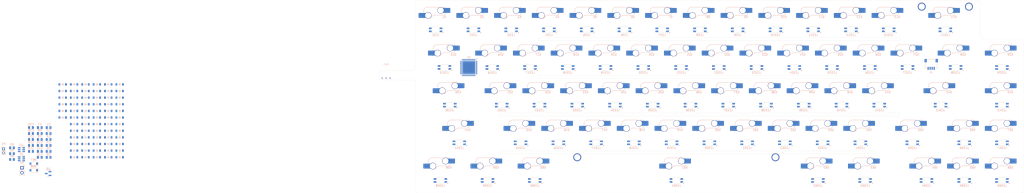
<source format=kicad_pcb>
(kicad_pcb (version 20241229) (generator "pcbnew") (generator_version "9.0")
  (layers (0 "F.Cu" signal) (2 "B.Cu" signal) (13 "F.Paste" user) (15 "B.Paste" user) (5 "F.SilkS" user "F.Silkscreen") (7 "B.SilkS" user "B.Silkscreen") (1 "F.Mask" user) (3 "B.Mask" user) (25 "Edge.Cuts" user))
  (net 0 "")
  (net 1 "Row0")
  (net 2 "Net-(D1-A)")
  (net 3 "Net-(D2-A)")
  (net 4 "Net-(D3-A)")
  (net 5 "Net-(D4-A)")
  (net 6 "Net-(D5-A)")
  (net 7 "Net-(D6-A)")
  (net 8 "Net-(D7-A)")
  (net 9 "Net-(D8-A)")
  (net 10 "Net-(D9-A)")
  (net 11 "Net-(D10-A)")
  (net 12 "Net-(D11-A)")
  (net 13 "Net-(D12-A)")
  (net 14 "Net-(D13-A)")
  (net 15 "Net-(D14-A)")
  (net 16 "Net-(D15-A)")
  (net 17 "Row1")
  (net 18 "Net-(D16-A)")
  (net 19 "Net-(D17-A)")
  (net 20 "Net-(D18-A)")
  (net 21 "Net-(D19-A)")
  (net 22 "Net-(D20-A)")
  (net 23 "Net-(D21-A)")
  (net 24 "Net-(D22-A)")
  (net 25 "Net-(D23-A)")
  (net 26 "Net-(D24-A)")
  (net 27 "Net-(D25-A)")
  (net 28 "Net-(D26-A)")
  (net 29 "Net-(D27-A)")
  (net 30 "Net-(D28-A)")
  (net 31 "Net-(D29-A)")
  (net 32 "Net-(D30-A)")
  (net 33 "Row2")
  (net 34 "Net-(D31-A)")
  (net 35 "Net-(D32-A)")
  (net 36 "Net-(D33-A)")
  (net 37 "Net-(D34-A)")
  (net 38 "Net-(D35-A)")
  (net 39 "Net-(D36-A)")
  (net 40 "Net-(D37-A)")
  (net 41 "Net-(D38-A)")
  (net 42 "Net-(D39-A)")
  (net 43 "Net-(D40-A)")
  (net 44 "Net-(D41-A)")
  (net 45 "Net-(D42-A)")
  (net 46 "Net-(D43-A)")
  (net 47 "Net-(D44-A)")
  (net 48 "Row3")
  (net 49 "Net-(D45-A)")
  (net 50 "Net-(D46-A)")
  (net 51 "Net-(D47-A)")
  (net 52 "Net-(D48-A)")
  (net 53 "Net-(D49-A)")
  (net 54 "Net-(D50-A)")
  (net 55 "Net-(D51-A)")
  (net 56 "Net-(D52-A)")
  (net 57 "Net-(D53-A)")
  (net 58 "Net-(D54-A)")
  (net 59 "Net-(D55-A)")
  (net 60 "Net-(D56-A)")
  (net 61 "Net-(D57-A)")
  (net 62 "Net-(D58-A)")
  (net 63 "Row4")
  (net 64 "Net-(D59-A)")
  (net 65 "Net-(D60-A)")
  (net 66 "Net-(D61-A)")
  (net 67 "Net-(D62-A)")
  (net 68 "Net-(D63-A)")
  (net 69 "Net-(D64-A)")
  (net 70 "Net-(D65-A)")
  (net 71 "Net-(D66-A)")
  (net 72 "Column0")
  (net 73 "Column1")
  (net 74 "Column2")
  (net 75 "Column3")
  (net 76 "Column4")
  (net 77 "Column5")
  (net 78 "Column6")
  (net 79 "Column7")
  (net 80 "Column8")
  (net 81 "Column9")
  (net 82 "Column10")
  (net 83 "Column11")
  (net 84 "Column12")
  (net 85 "Column13")
  (net 86 "Column14")
  (net 87 "EN2")
  (net 88 "Ground")
  (net 89 "EN1")
  (net 90 "GND")
  (net 91 "PWRB")
  (net 92 "PWRG")
  (net 93 "+3.3V")
  (net 94 "PWRR")
  (net 109 "D-")
  (net 132 "D+")
  (net 133 "Net-(U1-NRST)")
  (net 138 "VCC")
  (net 156 "VBUS")
  (net 158 "BOOT0")
  (net 159 "ADC1")
  (net 160 "BATT")
  (net 161 "3V3")
  (net 162 "Net-(U4-PROG)")
  (net 163 "CHRG")
  (net 164 "Net-(D67-K)")
  (net 165 "STBY")
  (footprint "PCM_marbastlib-mx:LED_MX_6028R" (layer "B.Cu") (at 164.30625 -168.275 180)
    (property "Reference" "LED55")
    (property "Value" "MX_LED_6028R")
    (fp_line (start 1.699999 -0.702841) (end 1.699999 0.702843) (stroke (width 0.1)) (layer "Edge.Cuts"))
    (fp_line (start 0.794452 1.5) (end -0.794453 1.5) (stroke (width 0.1)) (layer "Edge.Cuts"))
    (fp_line (start -0.794452 -1.499999) (end 0.794452 -1.499999) (stroke (width 0.1)) (layer "Edge.Cuts"))
    (fp_line (start -1.699999 0.702843) (end -1.699999 -0.702841) (stroke (width 0.1)) (layer "Edge.Cuts"))
    (fp_arc (start 1.749484 0.919721) (mid 1.712526 0.814069) (end 1.699999 0.702843) (stroke (width 0.1)) (layer "Edge.Cuts"))
    (fp_arc (start 1.749484 0.919721) (mid 1.638072 1.504036) (end 1.046711 1.5683) (stroke (width 0.1)) (layer "Edge.Cuts"))
    (fp_arc (start 1.699999 -0.702842) (mid 1.712536 -0.814064) (end 1.749484 -0.919719) (stroke (width 0.1)) (layer "Edge.Cuts"))
    (fp_arc (start 1.046711 -1.568296) (mid 1.63807 -1.504033) (end 1.749484 -0.919719) (stroke (width 0.1)) (layer "Edge.Cuts"))
    (fp_arc (start 1.04671 -1.568298) (mid 0.925122 -1.517376) (end 0.794452 -1.499999) (stroke (width 0.1)) (layer "Edge.Cuts"))
    (fp_arc (start 0.794453 1.500001) (mid 0.925123 1.517378) (end 1.046711 1.5683) (stroke (width 0.1)) (layer "Edge.Cuts"))
    (fp_arc (start -0.794452 -1.499999) (mid -0.925123 -1.517376) (end -1.046711 -1.568298) (stroke (width 0.1)) (layer "Edge.Cuts"))
    (fp_arc (start -1.046711 1.568299) (mid -0.925123 1.517377) (end -0.794453 1.5) (stroke (width 0.1)) (layer "Edge.Cuts"))
    (fp_arc (start -1.046711 1.568299) (mid -1.63807 1.504035) (end -1.749484 0.919721) (stroke (width 0.1)) (layer "Edge.Cuts"))
    (fp_arc (start -1.699999 0.702844) (mid -1.712527 0.814069) (end -1.749484 0.919721) (stroke (width 0.1)) (layer "Edge.Cuts"))
    (fp_arc (start -1.749484 -0.919718) (mid -1.638072 -1.504034) (end -1.046711 -1.568298) (stroke (width 0.1)) (layer "Edge.Cuts"))
    (fp_arc (start -1.749484 -0.919719) (mid -1.712527 -0.814067) (end -1.699999 -0.702841) (stroke (width 0.1)) (layer "Edge.Cuts"))
  )
  (footprint "PCM_marbastlib-mx:SW_MX_HS_CPG151101S11_1u" (layer "B.Cu") (at -9.525 -211.1375 180)
    (property "Reference" "S18")
    (property "Value" "Keyswitch")
  )
  (footprint "PCM_marbastlib-mx:SW_MX_HS_CPG151101S11_1u" (layer "B.Cu") (at -23.8125 -192.0875 180)
    (property "Reference" "S32")
    (property "Value" "Keyswitch")
  )
  (footprint "ScottoKeebs_Components:Diode_SOD-123" (layer "B.Cu") (at -235.672324 -164.33875 180)
    (property "Reference" "D11" (hide yes))
    (property "Value" "D_Small")
  )
  (footprint "PCM_marbastlib-mx:LED_MX_6028R" (layer "B.Cu") (at 123.825 -206.375 180)
    (property "Reference" "LED25")
    (property "Value" "MX_LED_6028R")
    (fp_line (start 1.699999 -0.702841) (end 1.699999 0.702843) (stroke (width 0.1)) (layer "Edge.Cuts"))
    (fp_line (start 0.794452 1.5) (end -0.794453 1.5) (stroke (width 0.1)) (layer "Edge.Cuts"))
    (fp_line (start -0.794452 -1.499999) (end 0.794452 -1.499999) (stroke (width 0.1)) (layer "Edge.Cuts"))
    (fp_line (start -1.699999 0.702843) (end -1.699999 -0.702841) (stroke (width 0.1)) (layer "Edge.Cuts"))
    (fp_arc (start 1.749484 0.919721) (mid 1.712526 0.814069) (end 1.699999 0.702843) (stroke (width 0.1)) (layer "Edge.Cuts"))
    (fp_arc (start 1.749484 0.919721) (mid 1.638072 1.504036) (end 1.046711 1.5683) (stroke (width 0.1)) (layer "Edge.Cuts"))
    (fp_arc (start 1.699999 -0.702842) (mid 1.712536 -0.814064) (end 1.749484 -0.919719) (stroke (width 0.1)) (layer "Edge.Cuts"))
    (fp_arc (start 1.046711 -1.568296) (mid 1.63807 -1.504033) (end 1.749484 -0.919719) (stroke (width 0.1)) (layer "Edge.Cuts"))
    (fp_arc (start 1.04671 -1.568298) (mid 0.925122 -1.517376) (end 0.794452 -1.499999) (stroke (width 0.1)) (layer "Edge.Cuts"))
    (fp_arc (start 0.794453 1.500001) (mid 0.925123 1.517378) (end 1.046711 1.5683) (stroke (width 0.1)) (layer "Edge.Cuts"))
    (fp_arc (start -0.794452 -1.499999) (mid -0.925123 -1.517376) (end -1.046711 -1.568298) (stroke (width 0.1)) (layer "Edge.Cuts"))
    (fp_arc (start -1.046711 1.568299) (mid -0.925123 1.517377) (end -0.794453 1.5) (stroke (width 0.1)) (layer "Edge.Cuts"))
    (fp_arc (start -1.046711 1.568299) (mid -1.63807 1.504035) (end -1.749484 0.919721) (stroke (width 0.1)) (layer "Edge.Cuts"))
    (fp_arc (start -1.699999 0.702844) (mid -1.712527 0.814069) (end -1.749484 0.919721) (stroke (width 0.1)) (layer "Edge.Cuts"))
    (fp_arc (start -1.749484 -0.919718) (mid -1.638072 -1.504034) (end -1.046711 -1.568298) (stroke (width 0.1)) (layer "Edge.Cuts"))
    (fp_arc (start -1.749484 -0.919719) (mid -1.712527 -0.814067) (end -1.699999 -0.702841) (stroke (width 0.1)) (layer "Edge.Cuts"))
  )
  (footprint "PCM_marbastlib-mx:SW_MX_HS_CPG151101S11_1u" (layer "B.Cu") (at 33.3375 -192.0875 180)
    (property "Reference" "S35")
    (property "Value" "Keyswitch")
  )
  (footprint "ScottoKeebs_Components:Diode_SOD-123" (layer "B.Cu") (at -264.422324 -187.78875 180)
    (property "Reference" "D64" (hide yes))
    (property "Value" "D_Small")
  )
  (footprint "PCM_marbastlib-mx:SW_MX_HS_CPG151101S11_1u" (layer "B.Cu") (at 180.975 -230.1875 180)
    (property "Reference" "S14")
    (property "Value" "Keyswitch")
  )
  (footprint "PCM_marbastlib-mx:LED_MX_6028R" (layer "B.Cu") (at 66.675 -206.375 180)
    (property "Reference" "LED22")
    (property "Value" "MX_LED_6028R")
    (fp_line (start 1.699999 -0.702841) (end 1.699999 0.702843) (stroke (width 0.1)) (layer "Edge.Cuts"))
    (fp_line (start 0.794452 1.5) (end -0.794453 1.5) (stroke (width 0.1)) (layer "Edge.Cuts"))
    (fp_line (start -0.794452 -1.499999) (end 0.794452 -1.499999) (stroke (width 0.1)) (layer "Edge.Cuts"))
    (fp_line (start -1.699999 0.702843) (end -1.699999 -0.702841) (stroke (width 0.1)) (layer "Edge.Cuts"))
    (fp_arc (start 1.749484 0.919721) (mid 1.712526 0.814069) (end 1.699999 0.702843) (stroke (width 0.1)) (layer "Edge.Cuts"))
    (fp_arc (start 1.749484 0.919721) (mid 1.638072 1.504036) (end 1.046711 1.5683) (stroke (width 0.1)) (layer "Edge.Cuts"))
    (fp_arc (start 1.699999 -0.702842) (mid 1.712536 -0.814064) (end 1.749484 -0.919719) (stroke (width 0.1)) (layer "Edge.Cuts"))
    (fp_arc (start 1.046711 -1.568296) (mid 1.63807 -1.504033) (end 1.749484 -0.919719) (stroke (width 0.1)) (layer "Edge.Cuts"))
    (fp_arc (start 1.04671 -1.568298) (mid 0.925122 -1.517376) (end 0.794452 -1.499999) (stroke (width 0.1)) (layer "Edge.Cuts"))
    (fp_arc (start 0.794453 1.500001) (mid 0.925123 1.517378) (end 1.046711 1.5683) (stroke (width 0.1)) (layer "Edge.Cuts"))
    (fp_arc (start -0.794452 -1.499999) (mid -0.925123 -1.517376) (end -1.046711 -1.568298) (stroke (width 0.1)) (layer "Edge.Cuts"))
    (fp_arc (start -1.046711 1.568299) (mid -0.925123 1.517377) (end -0.794453 1.5) (stroke (width 0.1)) (layer "Edge.Cuts"))
    (fp_arc (start -1.046711 1.568299) (mid -1.63807 1.504035) (end -1.749484 0.919721) (stroke (width 0.1)) (layer "Edge.Cuts"))
    (fp_arc (start -1.699999 0.702844) (mid -1.712527 0.814069) (end -1.749484 0.919721) (stroke (width 0.1)) (layer "Edge.Cuts"))
    (fp_arc (start -1.749484 -0.919718) (mid -1.638072 -1.504034) (end -1.046711 -1.568298) (stroke (width 0.1)) (layer "Edge.Cuts"))
    (fp_arc (start -1.749484 -0.919719) (mid -1.712527 -0.814067) (end -1.699999 -0.702841) (stroke (width 0.1)) (layer "Edge.Cuts"))
  )
  (footprint "ScottoKeebs_Components:Diode_SOD-123" (layer "B.Cu") (at -252.922324 -184.43875 180)
    (property "Reference" "D41" (hide yes))
    (property "Value" "D_Small")
  )
  (footprint "ScottoKeebs_Components:Diode_SOD-123" (layer "B.Cu") (at -258.672324 -181.08875 180)
    (property "Reference" "D54" (hide yes))
    (property "Value" "D_Small")
  )
  (footprint "ScottoKeebs_Components:Diode_SOD-123" (layer "B.Cu") (at -247.172324 -181.08875 180)
    (property "Reference" "D30" (hide yes))
    (property "Value" "D_Small")
  )
  (footprint "PCM_marbastlib-mx:LED_MX_6028R" (layer "B.Cu") (at -23.8125 -187.325 180)
    (property "Reference" "LED32")
    (property "Value" "MX_LED_6028R")
    (fp_line (start 1.699999 -0.702841) (end 1.699999 0.702843) (stroke (width 0.1)) (layer "Edge.Cuts"))
    (fp_line (start 0.794452 1.5) (end -0.794453 1.5) (stroke (width 0.1)) (layer "Edge.Cuts"))
    (fp_line (start -0.794452 -1.499999) (end 0.794452 -1.499999) (stroke (width 0.1)) (layer "Edge.Cuts"))
    (fp_line (start -1.699999 0.702843) (end -1.699999 -0.702841) (stroke (width 0.1)) (layer "Edge.Cuts"))
    (fp_arc (start 1.749484 0.919721) (mid 1.712526 0.814069) (end 1.699999 0.702843) (stroke (width 0.1)) (layer "Edge.Cuts"))
    (fp_arc (start 1.749484 0.919721) (mid 1.638072 1.504036) (end 1.046711 1.5683) (stroke (width 0.1)) (layer "Edge.Cuts"))
    (fp_arc (start 1.699999 -0.702842) (mid 1.712536 -0.814064) (end 1.749484 -0.919719) (stroke (width 0.1)) (layer "Edge.Cuts"))
    (fp_arc (start 1.046711 -1.568296) (mid 1.63807 -1.504033) (end 1.749484 -0.919719) (stroke (width 0.1)) (layer "Edge.Cuts"))
    (fp_arc (start 1.04671 -1.568298) (mid 0.925122 -1.517376) (end 0.794452 -1.499999) (stroke (width 0.1)) (layer "Edge.Cuts"))
    (fp_arc (start 0.794453 1.500001) (mid 0.925123 1.517378) (end 1.046711 1.5683) (stroke (width 0.1)) (layer "Edge.Cuts"))
    (fp_arc (start -0.794452 -1.499999) (mid -0.925123 -1.517376) (end -1.046711 -1.568298) (stroke (width 0.1)) (layer "Edge.Cuts"))
    (fp_arc (start -1.046711 1.568299) (mid -0.925123 1.517377) (end -0.794453 1.5) (stroke (width 0.1)) (layer "Edge.Cuts"))
    (fp_arc (start -1.046711 1.568299) (mid -1.63807 1.504035) (end -1.749484 0.919721) (stroke (width 0.1)) (layer "Edge.Cuts"))
    (fp_arc (start -1.699999 0.702844) (mid -1.712527 0.814069) (end -1.749484 0.919721) (stroke (width 0.1)) (layer "Edge.Cuts"))
    (fp_arc (start -1.749484 -0.919718) (mid -1.638072 -1.504034) (end -1.046711 -1.568298) (stroke (width 0.1)) (layer "Edge.Cuts"))
    (fp_arc (start -1.749484 -0.919719) (mid -1.712527 -0.814067) (end -1.699999 -0.702841) (stroke (width 0.1)) (layer "Edge.Cuts"))
  )
  (footprint "PCM_marbastlib-mx:SW_MX_HS_CPG151101S11_1u" (layer "B.Cu") (at 38.1 -230.1875 180)
    (property "Reference" "S7")
    (property "Value" "Keyswitch")
  )
  (footprint "ScottoKeebs_Components:Diode_SOD-123" (layer "B.Cu") (at -252.922324 -181.08875 180)
    (property "Reference" "D42" (hide yes))
    (property "Value" "D_Small")
  )
  (footprint "PCM_marbastlib-mx:SW_MX_HS_CPG151101S11_1u" (layer "B.Cu") (at 209.55 -173.0375 180)
    (property "Reference" "S57")
    (property "Value" "Keyswitch")
  )
  (footprint "ScottoKeebs_Components:Diode_SOD-123" (layer "B.Cu") (at -247.172324 -191.13875 180)
    (property "Reference" "D27" (hide yes))
    (property "Value" "D_Small")
  )
  (footprint "PCM_marbastlib-mx:LED_MX_6028R" (layer "B.Cu") (at -9.525 -206.375 180)
    (property "Reference" "LED18")
    (property "Value" "MX_LED_6028R")
    (fp_line (start 1.699999 -0.702841) (end 1.699999 0.702843) (stroke (width 0.1)) (layer "Edge.Cuts"))
    (fp_line (start 0.794452 1.5) (end -0.794453 1.5) (stroke (width 0.1)) (layer "Edge.Cuts"))
    (fp_line (start -0.794452 -1.499999) (end 0.794452 -1.499999) (stroke (width 0.1)) (layer "Edge.Cuts"))
    (fp_line (start -1.699999 0.702843) (end -1.699999 -0.702841) (stroke (width 0.1)) (layer "Edge.Cuts"))
    (fp_arc (start 1.749484 0.919721) (mid 1.712526 0.814069) (end 1.699999 0.702843) (stroke (width 0.1)) (layer "Edge.Cuts"))
    (fp_arc (start 1.749484 0.919721) (mid 1.638072 1.504036) (end 1.046711 1.5683) (stroke (width 0.1)) (layer "Edge.Cuts"))
    (fp_arc (start 1.699999 -0.702842) (mid 1.712536 -0.814064) (end 1.749484 -0.919719) (stroke (width 0.1)) (layer "Edge.Cuts"))
    (fp_arc (start 1.046711 -1.568296) (mid 1.63807 -1.504033) (end 1.749484 -0.919719) (stroke (width 0.1)) (layer "Edge.Cuts"))
    (fp_arc (start 1.04671 -1.568298) (mid 0.925122 -1.517376) (end 0.794452 -1.499999) (stroke (width 0.1)) (layer "Edge.Cuts"))
    (fp_arc (start 0.794453 1.500001) (mid 0.925123 1.517378) (end 1.046711 1.5683) (stroke (width 0.1)) (layer "Edge.Cuts"))
    (fp_arc (start -0.794452 -1.499999) (mid -0.925123 -1.517376) (end -1.046711 -1.568298) (stroke (width 0.1)) (layer "Edge.Cuts"))
    (fp_arc (start -1.046711 1.568299) (mid -0.925123 1.517377) (end -0.794453 1.5) (stroke (width 0.1)) (layer "Edge.Cuts"))
    (fp_arc (start -1.046711 1.568299) (mid -1.63807 1.504035) (end -1.749484 0.919721) (stroke (width 0.1)) (layer "Edge.Cuts"))
    (fp_arc (start -1.699999 0.702844) (mid -1.712527 0.814069) (end -1.749484 0.919721) (stroke (width 0.1)) (layer "Edge.Cuts"))
    (fp_arc (start -1.749484 -0.919718) (mid -1.638072 -1.504034) (end -1.046711 -1.568298) (stroke (width 0.1)) (layer "Edge.Cuts"))
    (fp_arc (start -1.749484 -0.919719) (mid -1.712527 -0.814067) (end -1.699999 -0.702841) (stroke (width 0.1)) (layer "Edge.Cuts"))
  )
  (footprint "PCM_marbastlib-mx:LED_MX_6028R" (layer "B.Cu") (at 109.5375 -187.325 180)
    (property "Reference" "LED39")
    (property "Value" "MX_LED_6028R")
    (fp_line (start 1.699999 -0.702841) (end 1.699999 0.702843) (stroke (width 0.1)) (layer "Edge.Cuts"))
    (fp_line (start 0.794452 1.5) (end -0.794453 1.5) (stroke (width 0.1)) (layer "Edge.Cuts"))
    (fp_line (start -0.794452 -1.499999) (end 0.794452 -1.499999) (stroke (width 0.1)) (layer "Edge.Cuts"))
    (fp_line (start -1.699999 0.702843) (end -1.699999 -0.702841) (stroke (width 0.1)) (layer "Edge.Cuts"))
    (fp_arc (start 1.749484 0.919721) (mid 1.712526 0.814069) (end 1.699999 0.702843) (stroke (width 0.1)) (layer "Edge.Cuts"))
    (fp_arc (start 1.749484 0.919721) (mid 1.638072 1.504036) (end 1.046711 1.5683) (stroke (width 0.1)) (layer "Edge.Cuts"))
    (fp_arc (start 1.699999 -0.702842) (mid 1.712536 -0.814064) (end 1.749484 -0.919719) (stroke (width 0.1)) (layer "Edge.Cuts"))
    (fp_arc (start 1.046711 -1.568296) (mid 1.63807 -1.504033) (end 1.749484 -0.919719) (stroke (width 0.1)) (layer "Edge.Cuts"))
    (fp_arc (start 1.04671 -1.568298) (mid 0.925122 -1.517376) (end 0.794452 -1.499999) (stroke (width 0.1)) (layer "Edge.Cuts"))
    (fp_arc (start 0.794453 1.500001) (mid 0.925123 1.517378) (end 1.046711 1.5683) (stroke (width 0.1)) (layer "Edge.Cuts"))
    (fp_arc (start -0.794452 -1.499999) (mid -0.925123 -1.517376) (end -1.046711 -1.568298) (stroke (width 0.1)) (layer "Edge.Cuts"))
    (fp_arc (start -1.046711 1.568299) (mid -0.925123 1.517377) (end -0.794453 1.5) (stroke (width 0.1)) (layer "Edge.Cuts"))
    (fp_arc (start -1.046711 1.568299) (mid -1.63807 1.504035) (end -1.749484 0.919721) (stroke (width 0.1)) (layer "Edge.Cuts"))
    (fp_arc (start -1.699999 0.702844) (mid -1.712527 0.814069) (end -1.749484 0.919721) (stroke (width 0.1)) (layer "Edge.Cuts"))
    (fp_arc (start -1.749484 -0.919718) (mid -1.638072 -1.504034) (end -1.046711 -1.568298) (stroke (width 0.1)) (layer "Edge.Cuts"))
    (fp_arc (start -1.749484 -0.919719) (mid -1.712527 -0.814067) (end -1.699999 -0.702841) (stroke (width 0.1)) (layer "Edge.Cuts"))
  )
  (footprint "PCM_marbastlib-mx:LED_MX_6028R" (layer "B.Cu") (at -14.2875 -168.275 180)
    (property "Reference" "LED46")
    (property "Value" "MX_LED_6028R")
    (fp_line (start 1.699999 -0.702841) (end 1.699999 0.702843) (stroke (width 0.1)) (layer "Edge.Cuts"))
    (fp_line (start 0.794452 1.5) (end -0.794453 1.5) (stroke (width 0.1)) (layer "Edge.Cuts"))
    (fp_line (start -0.794452 -1.499999) (end 0.794452 -1.499999) (stroke (width 0.1)) (layer "Edge.Cuts"))
    (fp_line (start -1.699999 0.702843) (end -1.699999 -0.702841) (stroke (width 0.1)) (layer "Edge.Cuts"))
    (fp_arc (start 1.749484 0.919721) (mid 1.712526 0.814069) (end 1.699999 0.702843) (stroke (width 0.1)) (layer "Edge.Cuts"))
    (fp_arc (start 1.749484 0.919721) (mid 1.638072 1.504036) (end 1.046711 1.5683) (stroke (width 0.1)) (layer "Edge.Cuts"))
    (fp_arc (start 1.699999 -0.702842) (mid 1.712536 -0.814064) (end 1.749484 -0.919719) (stroke (width 0.1)) (layer "Edge.Cuts"))
    (fp_arc (start 1.046711 -1.568296) (mid 1.63807 -1.504033) (end 1.749484 -0.919719) (stroke (width 0.1)) (layer "Edge.Cuts"))
    (fp_arc (start 1.04671 -1.568298) (mid 0.925122 -1.517376) (end 0.794452 -1.499999) (stroke (width 0.1)) (layer "Edge.Cuts"))
    (fp_arc (start 0.794453 1.500001) (mid 0.925123 1.517378) (end 1.046711 1.5683) (stroke (width 0.1)) (layer "Edge.Cuts"))
    (fp_arc (start -0.794452 -1.499999) (mid -0.925123 -1.517376) (end -1.046711 -1.568298) (stroke (width 0.1)) (layer "Edge.Cuts"))
    (fp_arc (start -1.046711 1.568299) (mid -0.925123 1.517377) (end -0.794453 1.5) (stroke (width 0.1)) (layer "Edge.Cuts"))
    (fp_arc (start -1.046711 1.568299) (mid -1.63807 1.504035) (end -1.749484 0.919721) (stroke (width 0.1)) (layer "Edge.Cuts"))
    (fp_arc (start -1.699999 0.702844) (mid -1.712527 0.814069) (end -1.749484 0.919721) (stroke (width 0.1)) (layer "Edge.Cuts"))
    (fp_arc (start -1.749484 -0.919718) (mid -1.638072 -1.504034) (end -1.046711 -1.568298) (stroke (width 0.1)) (layer "Edge.Cuts"))
    (fp_arc (start -1.749484 -0.919719) (mid -1.712527 -0.814067) (end -1.699999 -0.702841) (stroke (width 0.1)) (layer "Edge.Cuts"))
  )
  (footprint "ScottoKeebs_Components:Diode_SOD-123" (layer "B.Cu") (at -235.672324 -177.73875 180)
    (property "Reference" "D7" (hide yes))
    (property "Value" "D_Small")
  )
  (footprint "ScottoKeebs_Components:Diode_SOD-123" (layer "B.Cu") (at -247.172324 -194.48875 180)
    (property "Reference" "D26" (hide yes))
    (property "Value" "D_Small")
  )
  (footprint "PCM_marbastlib-mx:LED_MX_6028R" (layer "B.Cu") (at 85.725 -206.375 180)
    (property "Reference" "LED23")
    (property "Value" "MX_LED_6028R")
    (fp_line (start 1.699999 -0.702841) (end 1.699999 0.702843) (stroke (width 0.1)) (layer "Edge.Cuts"))
    (fp_line (start 0.794452 1.5) (end -0.794453 1.5) (stroke (width 0.1)) (layer "Edge.Cuts"))
    (fp_line (start -0.794452 -1.499999) (end 0.794452 -1.499999) (stroke (width 0.1)) (layer "Edge.Cuts"))
    (fp_line (start -1.699999 0.702843) (end -1.699999 -0.702841) (stroke (width 0.1)) (layer "Edge.Cuts"))
    (fp_arc (start 1.749484 0.919721) (mid 1.712526 0.814069) (end 1.699999 0.702843) (stroke (width 0.1)) (layer "Edge.Cuts"))
    (fp_arc (start 1.749484 0.919721) (mid 1.638072 1.504036) (end 1.046711 1.5683) (stroke (width 0.1)) (layer "Edge.Cuts"))
    (fp_arc (start 1.699999 -0.702842) (mid 1.712536 -0.814064) (end 1.749484 -0.919719) (stroke (width 0.1)) (layer "Edge.Cuts"))
    (fp_arc (start 1.046711 -1.568296) (mid 1.63807 -1.504033) (end 1.749484 -0.919719) (stroke (width 0.1)) (layer "Edge.Cuts"))
    (fp_arc (start 1.04671 -1.568298) (mid 0.925122 -1.517376) (end 0.794452 -1.499999) (stroke (width 0.1)) (layer "Edge.Cuts"))
    (fp_arc (start 0.794453 1.500001) (mid 0.925123 1.517378) (end 1.046711 1.5683) (stroke (width 0.1)) (layer "Edge.Cuts"))
    (fp_arc (start -0.794452 -1.499999) (mid -0.925123 -1.517376) (end -1.046711 -1.568298) (stroke (width 0.1)) (layer "Edge.Cuts"))
    (fp_arc (start -1.046711 1.568299) (mid -0.925123 1.517377) (end -0.794453 1.5) (stroke (width 0.1)) (layer "Edge.Cuts"))
    (fp_arc (start -1.046711 1.568299) (mid -1.63807 1.504035) (end -1.749484 0.919721) (stroke (width 0.1)) (layer "Edge.Cuts"))
    (fp_arc (start -1.699999 0.702844) (mid -1.712527 0.814069) (end -1.749484 0.919721) (stroke (width 0.1)) (layer "Edge.Cuts"))
    (fp_arc (start -1.749484 -0.919718) (mid -1.638072 -1.504034) (end -1.046711 -1.568298) (stroke (width 0.1)) (layer "Edge.Cuts"))
    (fp_arc (start -1.749484 -0.919719) (mid -1.712527 -0.814067) (end -1.699999 -0.702841) (stroke (width 0.1)) (layer "Edge.Cuts"))
  )
  (footprint "PCM_marbastlib-mx:SW_MX_HS_CPG151101S11_1u" (layer "B.Cu") (at -14.2875 -173.0375 180)
    (property "Reference" "S46")
    (property "Value" "Keyswitch")
  )
  (footprint "My_Footprints:EN05VS1212NHH" (layer "B.Cu") (at -101.1875 -201 180)
    (property "Reference" "SW1")
    (property "Value" "RotaryEncoder")
  )
  (footprint "Capacitor_SMD:C_0805_2012Metric" (layer "B.Cu") (at -280.422324 -166.95875 180)
    (property "Reference" "C18")
    (property "Value" "1uF")
  )
  (footprint "PCM_marbastlib-mx:SW_MX_HS_CPG151101S11_1u" (layer "B.Cu") (at 42.8625 -173.0375 180)
    (property "Reference" "S49")
    (property "Value" "Keyswitch")
  )
  (footprint "ScottoKeebs_Components:Diode_SOD-123" (layer "B.Cu") (at -252.922324 -187.78875 180)
    (property "Reference" "D40" (hide yes))
    (property "Value" "D_Small")
  )
  (footprint "PCM_marbastlib-mx:LED_MX_6028R" (layer "B.Cu") (at -42.8625 -187.325 180)
    (property "Reference" "LED31")
    (property "Value" "MX_LED_6028R")
    (fp_line (start 1.699999 -0.702841) (end 1.699999 0.702843) (stroke (width 0.1)) (layer "Edge.Cuts"))
    (fp_line (start 0.794452 1.5) (end -0.794453 1.5) (stroke (width 0.1)) (layer "Edge.Cuts"))
    (fp_line (start -0.794452 -1.499999) (end 0.794452 -1.499999) (stroke (width 0.1)) (layer "Edge.Cuts"))
    (fp_line (start -1.699999 0.702843) (end -1.699999 -0.702841) (stroke (width 0.1)) (layer "Edge.Cuts"))
    (fp_arc (start 1.749484 0.919721) (mid 1.712526 0.814069) (end 1.699999 0.702843) (stroke (width 0.1)) (layer "Edge.Cuts"))
    (fp_arc (start 1.749484 0.919721) (mid 1.638072 1.504036) (end 1.046711 1.5683) (stroke (width 0.1)) (layer "Edge.Cuts"))
    (fp_arc (start 1.699999 -0.702842) (mid 1.712536 -0.814064) (end 1.749484 -0.919719) (stroke (width 0.1)) (layer "Edge.Cuts"))
    (fp_arc (start 1.046711 -1.568296) (mid 1.63807 -1.504033) (end 1.749484 -0.919719) (stroke (width 0.1)) (layer "Edge.Cuts"))
    (fp_arc (start 1.04671 -1.568298) (mid 0.925122 -1.517376) (end 0.794452 -1.499999) (stroke (width 0.1)) (layer "Edge.Cuts"))
    (fp_arc (start 0.794453 1.500001) (mid 0.925123 1.517378) (end 1.046711 1.5683) (stroke (width 0.1)) (layer "Edge.Cuts"))
    (fp_arc (start -0.794452 -1.499999) (mid -0.925123 -1.517376) (end -1.046711 -1.568298) (stroke (width 0.1)) (layer "Edge.Cuts"))
    (fp_arc (start -1.046711 1.568299) (mid -0.925123 1.517377) (end -0.794453 1.5) (stroke (width 0.1)) (layer "Edge.Cuts"))
    (fp_arc (start -1.046711 1.568299) (mid -1.63807 1.504035) (end -1.749484 0.919721) (stroke (width 0.1)) (layer "Edge.Cuts"))
    (fp_arc (start -1.699999 0.702844) (mid -1.712527 0.814069) (end -1.749484 0.919721) (stroke (width 0.1)) (layer "Edge.Cuts"))
    (fp_arc (start -1.749484 -0.919718) (mid -1.638072 -1.504034) (end -1.046711 -1.568298) (stroke (width 0.1)) (layer "Edge.Cuts"))
    (fp_arc (start -1.749484 -0.919719) (mid -1.712527 -0.814067) (end -1.699999 -0.702841) (stroke (width 0.1)) (layer "Edge.Cuts"))
  )
  (footprint "PCM_marbastlib-mx:SW_MX_HS_CPG151101S11_1u" (layer "B.Cu") (at 4.7625 -173.0375 180)
    (property "Reference" "S47")
    (property "Value" "Keyswitch")
  )
  (footprint "ScottoKeebs_Components:Diode_SOD-123" (layer "B.Cu") (at -252.922324 -174.38875 180)
    (property "Reference" "D44" (hide yes))
    (property "Value" "D_Small")
  )
  (footprint "Package_TO_SOT_SMD:SOT-23-6" (layer "B.Cu") (at -285.222324 -160.19875 180)
    (property "Reference" "U4")
    (property "Value" "TP4057")
  )
  (footprint "PCM_marbastlib-mx:SW_MX_HS_CPG151101S11_1u" (layer "B.Cu") (at 80.9625 -173.0375 180)
    (property "Reference" "S51")
    (property "Value" "Keyswitch")
  )
  (footprint "PCM_marbastlib-mx:LED_MX_6028R" (layer "B.Cu") (at 9.525 -206.375 180)
    (property "Reference" "LED19")
    (property "Value" "MX_LED_6028R")
    (fp_line (start 1.699999 -0.702841) (end 1.699999 0.702843) (stroke (width 0.1)) (layer "Edge.Cuts"))
    (fp_line (start 0.794452 1.5) (end -0.794453 1.5) (stroke (width 0.1)) (layer "Edge.Cuts"))
    (fp_line (start -0.794452 -1.499999) (end 0.794452 -1.499999) (stroke (width 0.1)) (layer "Edge.Cuts"))
    (fp_line (start -1.699999 0.702843) (end -1.699999 -0.702841) (stroke (width 0.1)) (layer "Edge.Cuts"))
    (fp_arc (start 1.749484 0.919721) (mid 1.712526 0.814069) (end 1.699999 0.702843) (stroke (width 0.1)) (layer "Edge.Cuts"))
    (fp_arc (start 1.749484 0.919721) (mid 1.638072 1.504036) (end 1.046711 1.5683) (stroke (width 0.1)) (layer "Edge.Cuts"))
    (fp_arc (start 1.699999 -0.702842) (mid 1.712536 -0.814064) (end 1.749484 -0.919719) (stroke (width 0.1)) (layer "Edge.Cuts"))
    (fp_arc (start 1.046711 -1.568296) (mid 1.63807 -1.504033) (end 1.749484 -0.919719) (stroke (width 0.1)) (layer "Edge.Cuts"))
    (fp_arc (start 1.04671 -1.568298) (mid 0.925122 -1.517376) (end 0.794452 -1.499999) (stroke (width 0.1)) (layer "Edge.Cuts"))
    (fp_arc (start 0.794453 1.500001) (mid 0.925123 1.517378) (end 1.046711 1.5683) (stroke (width 0.1)) (layer "Edge.Cuts"))
    (fp_arc (start -0.794452 -1.499999) (mid -0.925123 -1.517376) (end -1.046711 -1.568298) (stroke (width 0.1)) (layer "Edge.Cuts"))
    (fp_arc (start -1.046711 1.568299) (mid -0.925123 1.517377) (end -0.794453 1.5) (stroke (width 0.1)) (layer "Edge.Cuts"))
    (fp_arc (start -1.046711 1.568299) (mid -1.63807 1.504035) (end -1.749484 0.919721) (stroke (width 0.1)) (layer "Edge.Cuts"))
    (fp_arc (start -1.699999 0.702844) (mid -1.712527 0.814069) (end -1.749484 0.919721) (stroke (width 0.1)) (layer "Edge.Cuts"))
    (fp_arc (start -1.749484 -0.919718) (mid -1.638072 -1.504034) (end -1.046711 -1.568298) (stroke (width 0.1)) (layer "Edge.Cuts"))
    (fp_arc (start -1.749484 -0.919719) (mid -1.712527 -0.814067) (end -1.699999 -0.702841) (stroke (width 0.1)) (layer "Edge.Cuts"))
  )
  (footprint "PCM_marbastlib-mx:LED_MX_6028R" (layer "B.Cu") (at -33.3375 -168.275 180)
    (property "Reference" "LED45")
    (property "Value" "MX_LED_6028R")
    (fp_line (start 1.699999 -0.702841) (end 1.699999 0.702843) (stroke (width 0.1)) (layer "Edge.Cuts"))
    (fp_line (start 0.794452 1.5) (end -0.794453 1.5) (stroke (width 0.1)) (layer "Edge.Cuts"))
    (fp_line (start -0.794452 -1.499999) (end 0.794452 -1.499999) (stroke (width 0.1)) (layer "Edge.Cuts"))
    (fp_line (start -1.699999 0.702843) (end -1.699999 -0.702841) (stroke (width 0.1)) (layer "Edge.Cuts"))
    (fp_arc (start 1.749484 0.919721) (mid 1.712526 0.814069) (end 1.699999 0.702843) (stroke (width 0.1)) (layer "Edge.Cuts"))
    (fp_arc (start 1.749484 0.919721) (mid 1.638072 1.504036) (end 1.046711 1.5683) (stroke (width 0.1)) (layer "Edge.Cuts"))
    (fp_arc (start 1.699999 -0.702842) (mid 1.712536 -0.814064) (end 1.749484 -0.919719) (stroke (width 0.1)) (layer "Edge.Cuts"))
    (fp_arc (start 1.046711 -1.568296) (mid 1.63807 -1.504033) (end 1.749484 -0.919719) (stroke (width 0.1)) (layer "Edge.Cuts"))
    (fp_arc (start 1.04671 -1.568298) (mid 0.925122 -1.517376) (end 0.794452 -1.499999) (stroke (width 0.1)) (layer "Edge.Cuts"))
    (fp_arc (start 0.794453 1.500001) (mid 0.925123 1.517378) (end 1.046711 1.5683) (stroke (width 0.1)) (layer "Edge.Cuts"))
    (fp_arc (start -0.794452 -1.499999) (mid -0.925123 -1.517376) (end -1.046711 -1.568298) (stroke (width 0.1)) (layer "Edge.Cuts"))
    (fp_arc (start -1.046711 1.568299) (mid -0.925123 1.517377) (end -0.794453 1.5) (stroke (width 0.1)) (layer "Edge.Cuts"))
    (fp_arc (start -1.046711 1.568299) (mid -1.63807 1.504035) (end -1.749484 0.919721) (stroke (width 0.1)) (layer "Edge.Cuts"))
    (fp_arc (start -1.699999 0.702844) (mid -1.712527 0.814069) (end -1.749484 0.919721) (stroke (width 0.1)) (layer "Edge.Cuts"))
    (fp_arc (start -1.749484 -0.919718) (mid -1.638072 -1.504034) (end -1.046711 -1.568298) (stroke (width 0.1)) (layer "Edge.Cuts"))
    (fp_arc (start -1.749484 -0.919719) (mid -1.712527 -0.814067) (end -1.699999 -0.702841) (stroke (width 0.1)) (layer "Edge.Cuts"))
  )
  (footprint "PCM_marbastlib-mx:SW_MX_HS_CPG151101S11_1u" (layer "B.Cu") (at 100.0125 -173.0375 180)
    (property "Reference" "S52")
    (property "Value" "Keyswitch")
  )
  (footprint "PCM_marbastlib-mx:LED_MX_6028R" (layer "B.Cu") (at 4.7625 -168.275 180)
    (property "Reference" "LED47")
    (property "Value" "MX_LED_6028R")
    (fp_line (start 1.699999 -0.702841) (end 1.699999 0.702843) (stroke (width 0.1)) (layer "Edge.Cuts"))
    (fp_line (start 0.794452 1.5) (end -0.794453 1.5) (stroke (width 0.1)) (layer "Edge.Cuts"))
    (fp_line (start -0.794452 -1.499999) (end 0.794452 -1.499999) (stroke (width 0.1)) (layer "Edge.Cuts"))
    (fp_line (start -1.699999 0.702843) (end -1.699999 -0.702841) (stroke (width 0.1)) (layer "Edge.Cuts"))
    (fp_arc (start 1.749484 0.919721) (mid 1.712526 0.814069) (end 1.699999 0.702843) (stroke (width 0.1)) (layer "Edge.Cuts"))
    (fp_arc (start 1.749484 0.919721) (mid 1.638072 1.504036) (end 1.046711 1.5683) (stroke (width 0.1)) (layer "Edge.Cuts"))
    (fp_arc (start 1.699999 -0.702842) (mid 1.712536 -0.814064) (end 1.749484 -0.919719) (stroke (width 0.1)) (layer "Edge.Cuts"))
    (fp_arc (start 1.046711 -1.568296) (mid 1.63807 -1.504033) (end 1.749484 -0.919719) (stroke (width 0.1)) (layer "Edge.Cuts"))
    (fp_arc (start 1.04671 -1.568298) (mid 0.925122 -1.517376) (end 0.794452 -1.499999) (stroke (width 0.1)) (layer "Edge.Cuts"))
    (fp_arc (start 0.794453 1.500001) (mid 0.925123 1.517378) (end 1.046711 1.5683) (stroke (width 0.1)) (layer "Edge.Cuts"))
    (fp_arc (start -0.794452 -1.499999) (mid -0.925123 -1.517376) (end -1.046711 -1.568298) (stroke (width 0.1)) (layer "Edge.Cuts"))
    (fp_arc (start -1.046711 1.568299) (mid -0.925123 1.517377) (end -0.794453 1.5) (stroke (width 0.1)) (layer "Edge.Cuts"))
    (fp_arc (start -1.046711 1.568299) (mid -1.63807 1.504035) (end -1.749484 0.919721) (stroke (width 0.1)) (layer "Edge.Cuts"))
    (fp_arc (start -1.699999 0.702844) (mid -1.712527 0.814069) (end -1.749484 0.919721) (stroke (width 0.1)) (layer "Edge.Cuts"))
    (fp_arc (start -1.749484 -0.919718) (mid -1.638072 -1.504034) (end -1.046711 -1.568298) (stroke (width 0.1)) (layer "Edge.Cuts"))
    (fp_arc (start -1.749484 -0.919719) (mid -1.712527 -0.814067) (end -1.699999 -0.702841) (stroke (width 0.1)) (layer "Edge.Cuts"))
  )
  (footprint "PCM_marbastlib-mx:LED_MX_6028R" (layer "B.Cu") (at 100.0125 -168.275 180)
    (property "Reference" "LED52")
    (property "Value" "MX_LED_6028R")
    (fp_line (start 1.699999 -0.702841) (end 1.699999 0.702843) (stroke (width 0.1)) (layer "Edge.Cuts"))
    (fp_line (start 0.794452 1.5) (end -0.794453 1.5) (stroke (width 0.1)) (layer "Edge.Cuts"))
    (fp_line (start -0.794452 -1.499999) (end 0.794452 -1.499999) (stroke (width 0.1)) (layer "Edge.Cuts"))
    (fp_line (start -1.699999 0.702843) (end -1.699999 -0.702841) (stroke (width 0.1)) (layer "Edge.Cuts"))
    (fp_arc (start 1.749484 0.919721) (mid 1.712526 0.814069) (end 1.699999 0.702843) (stroke (width 0.1)) (layer "Edge.Cuts"))
    (fp_arc (start 1.749484 0.919721) (mid 1.638072 1.504036) (end 1.046711 1.5683) (stroke (width 0.1)) (layer "Edge.Cuts"))
    (fp_arc (start 1.699999 -0.702842) (mid 1.712536 -0.814064) (end 1.749484 -0.919719) (stroke (width 0.1)) (layer "Edge.Cuts"))
    (fp_arc (start 1.046711 -1.568296) (mid 1.63807 -1.504033) (end 1.749484 -0.919719) (stroke (width 0.1)) (layer "Edge.Cuts"))
    (fp_arc (start 1.04671 -1.568298) (mid 0.925122 -1.517376) (end 0.794452 -1.499999) (stroke (width 0.1)) (layer "Edge.Cuts"))
    (fp_arc (start 0.794453 1.500001) (mid 0.925123 1.517378) (end 1.046711 1.5683) (stroke (width 0.1)) (layer "Edge.Cuts"))
    (fp_arc (start -0.794452 -1.499999) (mid -0.925123 -1.517376) (end -1.046711 -1.568298) (stroke (width 0.1)) (layer "Edge.Cuts"))
    (fp_arc (start -1.046711 1.568299) (mid -0.925123 1.517377) (end -0.794453 1.5) (stroke (width 0.1)) (layer "Edge.Cuts"))
    (fp_arc (start -1.046711 1.568299) (mid -1.63807 1.504035) (end -1.749484 0.919721) (stroke (width 0.1)) (layer "Edge.Cuts"))
    (fp_arc (start -1.699999 0.702844) (mid -1.712527 0.814069) (end -1.749484 0.919721) (stroke (width 0.1)) (layer "Edge.Cuts"))
    (fp_arc (start -1.749484 -0.919718) (mid -1.638072 -1.504034) (end -1.046711 -1.568298) (stroke (width 0.1)) (layer "Edge.Cuts"))
    (fp_arc (start -1.749484 -0.919719) (mid -1.712527 -0.814067) (end -1.699999 -0.702841) (stroke (width 0.1)) (layer "Edge.Cuts"))
  )
  (footprint "PCM_marbastlib-mx:SW_MX_HS_CPG151101S11_1u" (layer "B.Cu") (at 142.875 -211.1375 180)
    (property "Reference" "S26")
    (property "Value" "Keyswitch")
  )
  (footprint "PCM_marbastlib-mx:SW_MX_HS_CPG151101S11_1u" (layer "B.Cu") (at 133.35 -230.1875 180)
    (property "Reference" "S12")
    (property "Value" "Keyswitch")
  )
  (footprint "PCM_marbastlib-mx:LED_MX_6028R" (layer "B.Cu") (at 190.5 -168.275 180)
    (property "Reference" "LED56")
    (property "Value" "MX_LED_6028R")
    (fp_line (start 1.699999 -0.702841) (end 1.699999 0.702843) (stroke (width 0.1)) (layer "Edge.Cuts"))
    (fp_line (start 0.794452 1.5) (end -0.794453 1.5) (stroke (width 0.1)) (layer "Edge.Cuts"))
    (fp_line (start -0.794452 -1.499999) (end 0.794452 -1.499999) (stroke (width 0.1)) (layer "Edge.Cuts"))
    (fp_line (start -1.699999 0.702843) (end -1.699999 -0.702841) (stroke (width 0.1)) (layer "Edge.Cuts"))
    (fp_arc (start 1.749484 0.919721) (mid 1.712526 0.814069) (end 1.699999 0.702843) (stroke (width 0.1)) (layer "Edge.Cuts"))
    (fp_arc (start 1.749484 0.919721) (mid 1.638072 1.504036) (end 1.046711 1.5683) (stroke (width 0.1)) (layer "Edge.Cuts"))
    (fp_arc (start 1.699999 -0.702842) (mid 1.712536 -0.814064) (end 1.749484 -0.919719) (stroke (width 0.1)) (layer "Edge.Cuts"))
    (fp_arc (start 1.046711 -1.568296) (mid 1.63807 -1.504033) (end 1.749484 -0.919719) (stroke (width 0.1)) (layer "Edge.Cuts"))
    (fp_arc (start 1.04671 -1.568298) (mid 0.925122 -1.517376) (end 0.794452 -1.499999) (stroke (width 0.1)) (layer "Edge.Cuts"))
    (fp_arc (start 0.794453 1.500001) (mid 0.925123 1.517378) (end 1.046711 1.5683) (stroke (width 0.1)) (layer "Edge.Cuts"))
    (fp_arc (start -0.794452 -1.499999) (mid -0.925123 -1.517376) (end -1.046711 -1.568298) (stroke (width 0.1)) (layer "Edge.Cuts"))
    (fp_arc (start -1.046711 1.568299) (mid -0.925123 1.517377) (end -0.794453 1.5) (stroke (width 0.1)) (layer "Edge.Cuts"))
    (fp_arc (start -1.046711 1.568299) (mid -1.63807 1.504035) (end -1.749484 0.919721) (stroke (width 0.1)) (layer "Edge.Cuts"))
    (fp_arc (start -1.699999 0.702844) (mid -1.712527 0.814069) (end -1.749484 0.919721) (stroke (width 0.1)) (layer "Edge.Cuts"))
    (fp_arc (start -1.749484 -0.919718) (mid -1.638072 -1.504034) (end -1.046711 -1.568298) (stroke (width 0.1)) (layer "Edge.Cuts"))
    (fp_arc (start -1.749484 -0.919719) (mid -1.712527 -0.814067) (end -1.699999 -0.702841) (stroke (width 0.1)) (layer "Edge.Cuts"))
  )
  (footprint "ScottoKeebs_Components:Diode_SOD-123" (layer "B.Cu") (at -241.422324 -160.98875 180)
    (property "Reference" "D24" (hide yes))
    (property "Value" "D_Small")
  )
  (footprint "PCM_marbastlib-mx:SW_MX_HS_CPG151101S11_1.25u" (layer "B.Cu") (at 116.68125 -153.9875 180)
    (property "Reference" "S62")
    (property "Value" "Keyswitch")
  )
  (footprint "Resistor_SMD:R_0805_2012Metric" (layer "B.Cu") (at -290.002324 -162.79875 180)
    (property "Reference" "R3")
    (property "Value" "10M")
  )
  (footprint "PCM_marbastlib-mx:LED_MX_6028R" (layer "B.Cu") (at -19.05 -225.425 180)
    (property "Reference" "LED4")
    (property "Value" "MX_LED_6028R")
    (fp_line (start 1.699999 -0.702841) (end 1.699999 0.702843) (stroke (width 0.1)) (layer "Edge.Cuts"))
    (fp_line (start 0.794452 1.5) (end -0.794453 1.5) (stroke (width 0.1)) (layer "Edge.Cuts"))
    (fp_line (start -0.794452 -1.499999) (end 0.794452 -1.499999) (stroke (width 0.1)) (layer "Edge.Cuts"))
    (fp_line (start -1.699999 0.702843) (end -1.699999 -0.702841) (stroke (width 0.1)) (layer "Edge.Cuts"))
    (fp_arc (start 1.749484 0.919721) (mid 1.712526 0.814069) (end 1.699999 0.702843) (stroke (width 0.1)) (layer "Edge.Cuts"))
    (fp_arc (start 1.749484 0.919721) (mid 1.638072 1.504036) (end 1.046711 1.5683) (stroke (width 0.1)) (layer "Edge.Cuts"))
    (fp_arc (start 1.699999 -0.702842) (mid 1.712536 -0.814064) (end 1.749484 -0.919719) (stroke (width 0.1)) (layer "Edge.Cuts"))
    (fp_arc (start 1.046711 -1.568296) (mid 1.63807 -1.504033) (end 1.749484 -0.919719) (stroke (width 0.1)) (layer "Edge.Cuts"))
    (fp_arc (start 1.04671 -1.568298) (mid 0.925122 -1.517376) (end 0.794452 -1.499999) (stroke (width 0.1)) (layer "Edge.Cuts"))
    (fp_arc (start 0.794453 1.500001) (mid 0.925123 1.517378) (end 1.046711 1.5683) (stroke (width 0.1)) (layer "Edge.Cuts"))
    (fp_arc (start -0.794452 -1.499999) (mid -0.925123 -1.517376) (end -1.046711 -1.568298) (stroke (width 0.1)) (layer "Edge.Cuts"))
    (fp_arc (start -1.046711 1.568299) (mid -0.925123 1.517377) (end -0.794453 1.5) (stroke (width 0.1)) (layer "Edge.Cuts"))
    (fp_arc (start -1.046711 1.568299) (mid -1.63807 1.504035) (end -1.749484 0.919721) (stroke (width 0.1)) (layer "Edge.Cuts"))
    (fp_arc (start -1.699999 0.702844) (mid -1.712527 0.814069) (end -1.749484 0.919721) (stroke (width 0.1)) (layer "Edge.Cuts"))
    (fp_arc (start -1.749484 -0.919718) (mid -1.638072 -1.504034) (end -1.046711 -1.568298) (stroke (width 0.1)) (layer "Edge.Cuts"))
    (fp_arc (start -1.749484 -0.919719) (mid -1.712527 -0.814067) (end -1.699999 -0.702841) (stroke (width 0.1)) (layer "Edge.Cuts"))
  )
  (footprint "Capacitor_SMD:C_0805_2012Metric" (layer "B.Cu") (at -280.422324 -175.98875 180)
    (property "Reference" "C15")
    (property "Value" "0.1uF")
  )
  (footprint "ScottoKeebs_Components:Diode_SOD-123" (layer "B.Cu") (at -264.422324 -194.48875 180)
    (property "Reference" "D62" (hide yes))
    (property "Value" "D_Small")
  )
  (footprint "PCM_marbastlib-mx:LED_MX_6028R" (layer "B.Cu") (at 80.9625 -168.275 180)
    (property "Reference" "LED51")
    (property "Value" "MX_LED_6028R")
    (fp_line (start 1.699999 -0.702841) (end 1.699999 0.702843) (stroke (width 0.1)) (layer "Edge.Cuts"))
    (fp_line (start 0.794452 1.5) (end -0.794453 1.5) (stroke (width 0.1)) (layer "Edge.Cuts"))
    (fp_line (start -0.794452 -1.499999) (end 0.794452 -1.499999) (stroke (width 0.1)) (layer "Edge.Cuts"))
    (fp_line (start -1.699999 0.702843) (end -1.699999 -0.702841) (stroke (width 0.1)) (layer "Edge.Cuts"))
    (fp_arc (start 1.749484 0.919721) (mid 1.712526 0.814069) (end 1.699999 0.702843) (stroke (width 0.1)) (layer "Edge.Cuts"))
    (fp_arc (start 1.749484 0.919721) (mid 1.638072 1.504036) (end 1.046711 1.5683) (stroke (width 0.1)) (layer "Edge.Cuts"))
    (fp_arc (start 1.699999 -0.702842) (mid 1.712536 -0.814064) (end 1.749484 -0.919719) (stroke (width 0.1)) (layer "Edge.Cuts"))
    (fp_arc (start 1.046711 -1.568296) (mid 1.63807 -1.504033) (end 1.749484 -0.919719) (stroke (width 0.1)) (layer "Edge.Cuts"))
    (fp_arc (start 1.04671 -1.568298) (mid 0.925122 -1.517376) (end 0.794452 -1.499999) (stroke (width 0.1)) (layer "Edge.Cuts"))
    (fp_arc (start 0.794453 1.500001) (mid 0.925123 1.517378) (end 1.046711 1.5683) (stroke (width 0.1)) (layer "Edge.Cuts"))
    (fp_arc (start -0.794452 -1.499999) (mid -0.925123 -1.517376) (end -1.046711 -1.568298) (stroke (width 0.1)) (layer "Edge.Cuts"))
    (fp_arc (start -1.046711 1.568299) (mid -0.925123 1.517377) (end -0.794453 1.5) (stroke (width 0.1)) (layer "Edge.Cuts"))
    (fp_arc (start -1.046711 1.568299) (mid -1.63807 1.504035) (end -1.749484 0.919721) (stroke (width 0.1)) (layer "Edge.Cuts"))
    (fp_arc (start -1.699999 0.702844) (mid -1.712527 0.814069) (end -1.749484 0.919721) (stroke (width 0.1)) (layer "Edge.Cuts"))
    (fp_arc (start -1.749484 -0.919718) (mid -1.638072 -1.504034) (end -1.046711 -1.568298) (stroke (width 0.1)) (layer "Edge.Cuts"))
    (fp_arc (start -1.749484 -0.919719) (mid -1.712527 -0.814067) (end -1.699999 -0.702841) (stroke (width 0.1)) (layer "Edge.Cuts"))
  )
  (footprint "PCM_marbastlib-mx:LED_MX_6028R" (layer "B.Cu") (at 57.15 -225.425 180)
    (property "Reference" "LED8")
    (property "Value" "MX_LED_6028R")
    (fp_line (start 1.699999 -0.702841) (end 1.699999 0.702843) (stroke (width 0.1)) (layer "Edge.Cuts"))
    (fp_line (start 0.794452 1.5) (end -0.794453 1.5) (stroke (width 0.1)) (layer "Edge.Cuts"))
    (fp_line (start -0.794452 -1.499999) (end 0.794452 -1.499999) (stroke (width 0.1)) (layer "Edge.Cuts"))
    (fp_line (start -1.699999 0.702843) (end -1.699999 -0.702841) (stroke (width 0.1)) (layer "Edge.Cuts"))
    (fp_arc (start 1.749484 0.919721) (mid 1.712526 0.814069) (end 1.699999 0.702843) (stroke (width 0.1)) (layer "Edge.Cuts"))
    (fp_arc (start 1.749484 0.919721) (mid 1.638072 1.504036) (end 1.046711 1.5683) (stroke (width 0.1)) (layer "Edge.Cuts"))
    (fp_arc (start 1.699999 -0.702842) (mid 1.712536 -0.814064) (end 1.749484 -0.919719) (stroke (width 0.1)) (layer "Edge.Cuts"))
    (fp_arc (start 1.046711 -1.568296) (mid 1.63807 -1.504033) (end 1.749484 -0.919719) (stroke (width 0.1)) (layer "Edge.Cuts"))
    (fp_arc (start 1.04671 -1.568298) (mid 0.925122 -1.517376) (end 0.794452 -1.499999) (stroke (width 0.1)) (layer "Edge.Cuts"))
    (fp_arc (start 0.794453 1.500001) (mid 0.925123 1.517378) (end 1.046711 1.5683) (stroke (width 0.1)) (layer "Edge.Cuts"))
    (fp_arc (start -0.794452 -1.499999) (mid -0.925123 -1.517376) (end -1.046711 -1.568298) (stroke (width 0.1)) (layer "Edge.Cuts"))
    (fp_arc (start -1.046711 1.568299) (mid -0.925123 1.517377) (end -0.794453 1.5) (stroke (width 0.1)) (layer "Edge.Cuts"))
    (fp_arc (start -1.046711 1.568299) (mid -1.63807 1.504035) (end -1.749484 0.919721) (stroke (width 0.1)) (layer "Edge.Cuts"))
    (fp_arc (start -1.699999 0.702844) (mid -1.712527 0.814069) (end -1.749484 0.919721) (stroke (width 0.1)) (layer "Edge.Cuts"))
    (fp_arc (start -1.749484 -0.919718) (mid -1.638072 -1.504034) (end -1.046711 -1.568298) (stroke (width 0.1)) (layer "Edge.Cuts"))
    (fp_arc (start -1.749484 -0.919719) (mid -1.712527 -0.814067) (end -1.699999 -0.702841) (stroke (width 0.1)) (layer "Edge.Cuts"))
  )
  (footprint "PCM_marbastlib-mx:SW_MX_HS_CPG151101S11_1u" (layer "B.Cu") (at 119.0625 -173.0375 180)
    (property "Reference" "S53")
    (property "Value" "Keyswitch")
  )
  (footprint "PCM_marbastlib-mx:SW_MX_HS_CPG151101S11_1u" (layer "B.Cu") (at 109.5375 -192.0875 180)
    (property "Reference" "S39")
    (property "Value" "Keyswitch")
  )
  (footprint "PCM_marbastlib-mx:SW_MX_HS_CPG151101S11_1u" (layer "B.Cu") (at -28.575 -211.1375 180)
    (property "Reference" "S17")
    (property "Value" "Keyswitch")
  )
  (footprint "PCM_marbastlib-mx:LED_MX_6028R" (layer "B.Cu") (at 90.4875 -187.325 180)
    (property "Reference" "LED38")
    (property "Value" "MX_LED_6028R")
    (fp_line (start 1.699999 -0.702841) (end 1.699999 0.702843) (stroke (width 0.1)) (layer "Edge.Cuts"))
    (fp_line (start 0.794452 1.5) (end -0.794453 1.5) (stroke (width 0.1)) (layer "Edge.Cuts"))
    (fp_line (start -0.794452 -1.499999) (end 0.794452 -1.499999) (stroke (width 0.1)) (layer "Edge.Cuts"))
    (fp_line (start -1.699999 0.702843) (end -1.699999 -0.702841) (stroke (width 0.1)) (layer "Edge.Cuts"))
    (fp_arc (start 1.749484 0.919721) (mid 1.712526 0.814069) (end 1.699999 0.702843) (stroke (width 0.1)) (layer "Edge.Cuts"))
    (fp_arc (start 1.749484 0.919721) (mid 1.638072 1.504036) (end 1.046711 1.5683) (stroke (width 0.1)) (layer "Edge.Cuts"))
    (fp_arc (start 1.699999 -0.702842) (mid 1.712536 -0.814064) (end 1.749484 -0.919719) (stroke (width 0.1)) (layer "Edge.Cuts"))
    (fp_arc (start 1.046711 -1.568296) (mid 1.63807 -1.504033) (end 1.749484 -0.919719) (stroke (width 0.1)) (layer "Edge.Cuts"))
    (fp_arc (start 1.04671 -1.568298) (mid 0.925122 -1.517376) (end 0.794452 -1.499999) (stroke (width 0.1)) (layer "Edge.Cuts"))
    (fp_arc (start 0.794453 1.500001) (mid 0.925123 1.517378) (end 1.046711 1.5683) (stroke (width 0.1)) (layer "Edge.Cuts"))
    (fp_arc (start -0.794452 -1.499999) (mid -0.925123 -1.517376) (end -1.046711 -1.568298) (stroke (width 0.1)) (layer "Edge.Cuts"))
    (fp_arc (start -1.046711 1.568299) (mid -0.925123 1.517377) (end -0.794453 1.5) (stroke (width 0.1)) (layer "Edge.Cuts"))
    (fp_arc (start -1.046711 1.568299) (mid -1.63807 1.504035) (end -1.749484 0.919721) (stroke (width 0.1)) (layer "Edge.Cuts"))
    (fp_arc (start -1.699999 0.702844) (mid -1.712527 0.814069) (end -1.749484 0.919721) (stroke (width 0.1)) (layer "Edge.Cuts"))
    (fp_arc (start -1.749484 -0.919718) (mid -1.638072 -1.504034) (end -1.046711 -1.568298) (stroke (width 0.1)) (layer "Edge.Cuts"))
    (fp_arc (start -1.749484 -0.919719) (mid -1.712527 -0.814067) (end -1.699999 -0.702841) (stroke (width 0.1)) (layer "Edge.Cuts"))
  )
  (footprint "ScottoKeebs_Components:Diode_SOD-123" (layer "B.Cu") (at -241.422324 -191.13875 180)
    (property "Reference" "D15" (hide yes))
    (property "Value" "D_Small")
  )
  (footprint "PCM_marbastlib-mx:LED_MX_6028R" (layer "B.Cu") (at 209.55 -149.225 180)
    (property "Reference" "LED66")
    (property "Value" "MX_LED_6028R")
    (fp_line (start 1.699999 -0.702841) (end 1.699999 0.702843) (stroke (width 0.1)) (layer "Edge.Cuts"))
    (fp_line (start 0.794452 1.5) (end -0.794453 1.5) (stroke (width 0.1)) (layer "Edge.Cuts"))
    (fp_line (start -0.794452 -1.499999) (end 0.794452 -1.499999) (stroke (width 0.1)) (layer "Edge.Cuts"))
    (fp_line (start -1.699999 0.702843) (end -1.699999 -0.702841) (stroke (width 0.1)) (layer "Edge.Cuts"))
    (fp_arc (start 1.749484 0.919721) (mid 1.712526 0.814069) (end 1.699999 0.702843) (stroke (width 0.1)) (layer "Edge.Cuts"))
    (fp_arc (start 1.749484 0.919721) (mid 1.638072 1.504036) (end 1.046711 1.5683) (stroke (width 0.1)) (layer "Edge.Cuts"))
    (fp_arc (start 1.699999 -0.702842) (mid 1.712536 -0.814064) (end 1.749484 -0.919719) (stroke (width 0.1)) (layer "Edge.Cuts"))
    (fp_arc (start 1.046711 -1.568296) (mid 1.63807 -1.504033) (end 1.749484 -0.919719) (stroke (width 0.1)) (layer "Edge.Cuts"))
    (fp_arc (start 1.04671 -1.568298) (mid 0.925122 -1.517376) (end 0.794452 -1.499999) (stroke (width 0.1)) (layer "Edge.Cuts"))
    (fp_arc (start 0.794453 1.500001) (mid 0.925123 1.517378) (end 1.046711 1.5683) (stroke (width 0.1)) (layer "Edge.Cuts"))
    (fp_arc (start -0.794452 -1.499999) (mid -0.925123 -1.517376) (end -1.046711 -1.568298) (stroke (width 0.1)) (layer "Edge.Cuts"))
    (fp_arc (start -1.046711 1.568299) (mid -0.925123 1.517377) (end -0.794453 1.5) (stroke (width 0.1)) (layer "Edge.Cuts"))
    (fp_arc (start -1.046711 1.568299) (mid -1.63807 1.504035) (end -1.749484 0.919721) (stroke (width 0.1)) (layer "Edge.Cuts"))
    (fp_arc (start -1.699999 0.702844) (mid -1.712527 0.814069) (end -1.749484 0.919721) (stroke (width 0.1)) (layer "Edge.Cuts"))
    (fp_arc (start -1.749484 -0.919718) (mid -1.638072 -1.504034) (end -1.046711 -1.568298) (stroke (width 0.1)) (layer "Edge.Cuts"))
    (fp_arc (start -1.749484 -0.919719) (mid -1.712527 -0.814067) (end -1.699999 -0.702841) (stroke (width 0.1)) (layer "Edge.Cuts"))
  )
  (footprint "ScottoKeebs_Components:Diode_SOD-123" (layer "B.Cu") (at -241.422324 -167.68875 180)
    (property "Reference" "D22" (hide yes))
    (property "Value" "D_Small")
  )
  (footprint "PCM_marbastlib-mx:LED_MX_6028R" (layer "B.Cu") (at -4.7625 -187.325 180)
    (property "Reference" "LED33")
    (property "Value" "MX_LED_6028R")
    (fp_line (start 1.699999 -0.702841) (end 1.699999 0.702843) (stroke (width 0.1)) (layer "Edge.Cuts"))
    (fp_line (start 0.794452 1.5) (end -0.794453 1.5) (stroke (width 0.1)) (layer "Edge.Cuts"))
    (fp_line (start -0.794452 -1.499999) (end 0.794452 -1.499999) (stroke (width 0.1)) (layer "Edge.Cuts"))
    (fp_line (start -1.699999 0.702843) (end -1.699999 -0.702841) (stroke (width 0.1)) (layer "Edge.Cuts"))
    (fp_arc (start 1.749484 0.919721) (mid 1.712526 0.814069) (end 1.699999 0.702843) (stroke (width 0.1)) (layer "Edge.Cuts"))
    (fp_arc (start 1.749484 0.919721) (mid 1.638072 1.504036) (end 1.046711 1.5683) (stroke (width 0.1)) (layer "Edge.Cuts"))
    (fp_arc (start 1.699999 -0.702842) (mid 1.712536 -0.814064) (end 1.749484 -0.919719) (stroke (width 0.1)) (layer "Edge.Cuts"))
    (fp_arc (start 1.046711 -1.568296) (mid 1.63807 -1.504033) (end 1.749484 -0.919719) (stroke (width 0.1)) (layer "Edge.Cuts"))
    (fp_arc (start 1.04671 -1.568298) (mid 0.925122 -1.517376) (end 0.794452 -1.499999) (stroke (width 0.1)) (layer "Edge.Cuts"))
    (fp_arc (start 0.794453 1.500001) (mid 0.925123 1.517378) (end 1.046711 1.5683) (stroke (width 0.1)) (layer "Edge.Cuts"))
    (fp_arc (start -0.794452 -1.499999) (mid -0.925123 -1.517376) (end -1.046711 -1.568298) (stroke (width 0.1)) (layer "Edge.Cuts"))
    (fp_arc (start -1.046711 1.568299) (mid -0.925123 1.517377) (end -0.794453 1.5) (stroke (width 0.1)) (layer "Edge.Cuts"))
    (fp_arc (start -1.046711 1.568299) (mid -1.63807 1.504035) (end -1.749484 0.919721) (stroke (width 0.1)) (layer "Edge.Cuts"))
    (fp_arc (start -1.699999 0.702844) (mid -1.712527 0.814069) (end -1.749484 0.919721) (stroke (width 0.1)) (layer "Edge.Cuts"))
    (fp_arc (start -1.749484 -0.919718) (mid -1.638072 -1.504034) (end -1.046711 -1.568298) (stroke (width 0.1)) (layer "Edge.Cuts"))
    (fp_arc (start -1.749484 -0.919719) (mid -1.712527 -0.814067) (end -1.699999 -0.702841) (stroke (width 0.1)) (layer "Edge.Cuts"))
  )
  (footprint "PCM_marbastlib-mx:SW_MX_HS_CPG151101S11_1u" (layer "B.Cu") (at 76.2 -230.1875 180)
    (property "Reference" "S9")
    (property "Value" "Keyswitch")
  )
  (footprint "PCM_marbastlib-mx:LED_MX_6028R" (layer "B.Cu") (at 114.3 -225.425 180)
    (property "Reference" "LED11")
    (property "Value" "MX_LED_6028R")
    (fp_line (start 1.699999 -0.702841) (end 1.699999 0.702843) (stroke (width 0.1)) (layer "Edge.Cuts"))
    (fp_line (start 0.794452 1.5) (end -0.794453 1.5) (stroke (width 0.1)) (layer "Edge.Cuts"))
    (fp_line (start -0.794452 -1.499999) (end 0.794452 -1.499999) (stroke (width 0.1)) (layer "Edge.Cuts"))
    (fp_line (start -1.699999 0.702843) (end -1.699999 -0.702841) (stroke (width 0.1)) (layer "Edge.Cuts"))
    (fp_arc (start 1.749484 0.919721) (mid 1.712526 0.814069) (end 1.699999 0.702843) (stroke (width 0.1)) (layer "Edge.Cuts"))
    (fp_arc (start 1.749484 0.919721) (mid 1.638072 1.504036) (end 1.046711 1.5683) (stroke (width 0.1)) (layer "Edge.Cuts"))
    (fp_arc (start 1.699999 -0.702842) (mid 1.712536 -0.814064) (end 1.749484 -0.919719) (stroke (width 0.1)) (layer "Edge.Cuts"))
    (fp_arc (start 1.046711 -1.568296) (mid 1.63807 -1.504033) (end 1.749484 -0.919719) (stroke (width 0.1)) (layer "Edge.Cuts"))
    (fp_arc (start 1.04671 -1.568298) (mid 0.925122 -1.517376) (end 0.794452 -1.499999) (stroke (width 0.1)) (layer "Edge.Cuts"))
    (fp_arc (start 0.794453 1.500001) (mid 0.925123 1.517378) (end 1.046711 1.5683) (stroke (width 0.1)) (layer "Edge.Cuts"))
    (fp_arc (start -0.794452 -1.499999) (mid -0.925123 -1.517376) (end -1.046711 -1.568298) (stroke (width 0.1)) (layer "Edge.Cuts"))
    (fp_arc (start -1.046711 1.568299) (mid -0.925123 1.517377) (end -0.794453 1.5) (stroke (width 0.1)) (layer "Edge.Cuts"))
    (fp_arc (start -1.046711 1.568299) (mid -1.63807 1.504035) (end -1.749484 0.919721) (stroke (width 0.1)) (layer "Edge.Cuts"))
    (fp_arc (start -1.699999 0.702844) (mid -1.712527 0.814069) (end -1.749484 0.919721) (stroke (width 0.1)) (layer "Edge.Cuts"))
    (fp_arc (start -1.749484 -0.919718) (mid -1.638072 -1.504034) (end -1.046711 -1.568298) (stroke (width 0.1)) (layer "Edge.Cuts"))
    (fp_arc (start -1.749484 -0.919719) (mid -1.712527 -0.814067) (end -1.699999 -0.702841) (stroke (width 0.1)) (layer "Edge.Cuts"))
  )
  (footprint "ScottoKeebs_Components:Diode_SOD-123" (layer "B.Cu") (at -235.672324 -187.78875 180)
    (property "Reference" "D4" (hide yes))
    (property "Value" "D_Small")
  )
  (footprint "PCM_marbastlib-mx:LED_MX_6028R" (layer "B.Cu") (at -73.81875 -149.225 180)
    (property "Reference" "LED58")
    (property "Value" "MX_LED_6028R")
    (fp_line (start 1.699999 -0.702841) (end 1.699999 0.702843) (stroke (width 0.1)) (layer "Edge.Cuts"))
    (fp_line (start 0.794452 1.5) (end -0.794453 1.5) (stroke (width 0.1)) (layer "Edge.Cuts"))
    (fp_line (start -0.794452 -1.499999) (end 0.794452 -1.499999) (stroke (width 0.1)) (layer "Edge.Cuts"))
    (fp_line (start -1.699999 0.702843) (end -1.699999 -0.702841) (stroke (width 0.1)) (layer "Edge.Cuts"))
    (fp_arc (start 1.749484 0.919721) (mid 1.712526 0.814069) (end 1.699999 0.702843) (stroke (width 0.1)) (layer "Edge.Cuts"))
    (fp_arc (start 1.749484 0.919721) (mid 1.638072 1.504036) (end 1.046711 1.5683) (stroke (width 0.1)) (layer "Edge.Cuts"))
    (fp_arc (start 1.699999 -0.702842) (mid 1.712536 -0.814064) (end 1.749484 -0.919719) (stroke (width 0.1)) (layer "Edge.Cuts"))
    (fp_arc (start 1.046711 -1.568296) (mid 1.63807 -1.504033) (end 1.749484 -0.919719) (stroke (width 0.1)) (layer "Edge.Cuts"))
    (fp_arc (start 1.04671 -1.568298) (mid 0.925122 -1.517376) (end 0.794452 -1.499999) (stroke (width 0.1)) (layer "Edge.Cuts"))
    (fp_arc (start 0.794453 1.500001) (mid 0.925123 1.517378) (end 1.046711 1.5683) (stroke (width 0.1)) (layer "Edge.Cuts"))
    (fp_arc (start -0.794452 -1.499999) (mid -0.925123 -1.517376) (end -1.046711 -1.568298) (stroke (width 0.1)) (layer "Edge.Cuts"))
    (fp_arc (start -1.046711 1.568299) (mid -0.925123 1.517377) (end -0.794453 1.5) (stroke (width 0.1)) (layer "Edge.Cuts"))
    (fp_arc (start -1.046711 1.568299) (mid -1.63807 1.504035) (end -1.749484 0.919721) (stroke (width 0.1)) (layer "Edge.Cuts"))
    (fp_arc (start -1.699999 0.702844) (mid -1.712527 0.814069) (end -1.749484 0.919721) (stroke (width 0.1)) (layer "Edge.Cuts"))
    (fp_arc (start -1.749484 -0.919718) (mid -1.638072 -1.504034) (end -1.046711 -1.568298) (stroke (width 0.1)) (layer "Edge.Cuts"))
    (fp_arc (start -1.749484 -0.919719) (mid -1.712527 -0.814067) (end -1.699999 -0.702841) (stroke (width 0.1)) (layer "Edge.Cuts"))
  )
  (footprint "PCM_marbastlib-mx:LED_MX_6028R" (layer "B.Cu") (at 142.875 -206.375 180)
    (property "Reference" "LED26")
    (property "Value" "MX_LED_6028R")
    (fp_line (start 1.699999 -0.702841) (end 1.699999 0.702843) (stroke (width 0.1)) (layer "Edge.Cuts"))
    (fp_line (start 0.794452 1.5) (end -0.794453 1.5) (stroke (width 0.1)) (layer "Edge.Cuts"))
    (fp_line (start -0.794452 -1.499999) (end 0.794452 -1.499999) (stroke (width 0.1)) (layer "Edge.Cuts"))
    (fp_line (start -1.699999 0.702843) (end -1.699999 -0.702841) (stroke (width 0.1)) (layer "Edge.Cuts"))
    (fp_arc (start 1.749484 0.919721) (mid 1.712526 0.814069) (end 1.699999 0.702843) (stroke (width 0.1)) (layer "Edge.Cuts"))
    (fp_arc (start 1.749484 0.919721) (mid 1.638072 1.504036) (end 1.046711 1.5683) (stroke (width 0.1)) (layer "Edge.Cuts"))
    (fp_arc (start 1.699999 -0.702842) (mid 1.712536 -0.814064) (end 1.749484 -0.919719) (stroke (width 0.1)) (layer "Edge.Cuts"))
    (fp_arc (start 1.046711 -1.568296) (mid 1.63807 -1.504033) (end 1.749484 -0.919719) (stroke (width 0.1)) (layer "Edge.Cuts"))
    (fp_arc (start 1.04671 -1.568298) (mid 0.925122 -1.517376) (end 0.794452 -1.499999) (stroke (width 0.1)) (layer "Edge.Cuts"))
    (fp_arc (start 0.794453 1.500001) (mid 0.925123 1.517378) (end 1.046711 1.5683) (stroke (width 0.1)) (layer "Edge.Cuts"))
    (fp_arc (start -0.794452 -1.499999) (mid -0.925123 -1.517376) (end -1.046711 -1.568298) (stroke (width 0.1)) (layer "Edge.Cuts"))
    (fp_arc (start -1.046711 1.568299) (mid -0.925123 1.517377) (end -0.794453 1.5) (stroke (width 0.1)) (layer "Edge.Cuts"))
    (fp_arc (start -1.046711 1.568299) (mid -1.63807 1.504035) (end -1.749484 0.919721) (stroke (width 0.1)) (layer "Edge.Cuts"))
    (fp_arc (start -1.699999 0.702844) (mid -1.712527 0.814069) (end -1.749484 0.919721) (stroke (width 0.1)) (layer "Edge.Cuts"))
    (fp_arc (start -1.749484 -0.919718) (mid -1.638072 -1.504034) (end -1.046711 -1.568298) (stroke (width 0.1)) (layer "Edge.Cuts"))
    (fp_arc (start -1.749484 -0.919719) (mid -1.712527 -0.814067) (end -1.699999 -0.702841) (stroke (width 0.1)) (layer "Edge.Cuts"))
  )
  (footprint "PCM_marbastlib-mx:SW_MX_HS_CPG151101S11_1u" (layer "B.Cu") (at 66.675 -211.1375 180)
    (property "Reference" "S22")
    (property "Value" "Keyswitch")
  )
  (footprint "Capacitor_SMD:C_0805_2012Metric" (layer "B.Cu") (at -275.972324 -175.98875 180)
    (property "Reference" "C7")
    (property "Value" "100nF")
  )
  (footprint "Capacitor_SMD:C_0805_2012Metric" (layer "B.Cu") (at -280.422324 -163.94875 180)
    (property "Reference" "C19")
    (property "Value" "1uF")
  )
  (footprint "PCM_marbastlib-mx:SW_MX_HS_CPG151101S11_1u" (layer "B.Cu") (at 47.625 -211.1375 180)
    (property "Reference" "S21")
    (property "Value" "Keyswitch")
  )
  (footprint "ScottoKeebs_Components:Diode_SOD-123" (layer "B.Cu") (at -247.172324 -177.73875 180)
    (property "Reference" "D31" (hide yes))
    (property "Value" "D_Small")
  )
  (footprint "ScottoKeebs_Components:Diode_SOD-123" (layer "B.Cu") (at -264.422324 -197.83875 180)
    (property "Reference" "D61" (hide yes))
    (property "Value" "D_Small")
  )
  (footprint "PCM_marbastlib-mx:SW_MX_HS_CPG151101S11_1u" (layer "B.Cu") (at -38.1 -230.1875 180)
    (property "Reference" "S3")
    (property "Value" "Keyswitch")
  )
  (footprint "PCM_marbastlib-mx:SW_MX_HS_CPG151101S11_1u" (layer "B.Cu") (at 9.525 -211.1375 180)
    (property "Reference" "S19")
    (property "Value" "Keyswitch")
  )
  (footprint "Connector_PinHeader_2.54mm:PinHeader_1x02_P2.54mm_Vertical" (layer "B.Cu") (at -284.942324 -155.67875 180)
    (property "Reference" "P2")
    (property "Value" "BATT")
  )
  (footprint "PCM_marbastlib-mx:LED_MX_6028R" (layer "B.Cu") (at 161.925 -206.375 180)
    (property "Reference" "LED27")
    (property "Value" "MX_LED_6028R")
    (fp_line (start 1.699999 -0.702841) (end 1.699999 0.702843) (stroke (width 0.1)) (layer "Edge.Cuts"))
    (fp_line (start 0.794452 1.5) (end -0.794453 1.5) (stroke (width 0.1)) (layer "Edge.Cuts"))
    (fp_line (start -0.794452 -1.499999) (end 0.794452 -1.499999) (stroke (width 0.1)) (layer "Edge.Cuts"))
    (fp_line (start -1.699999 0.702843) (end -1.699999 -0.702841) (stroke (width 0.1)) (layer "Edge.Cuts"))
    (fp_arc (start 1.749484 0.919721) (mid 1.712526 0.814069) (end 1.699999 0.702843) (stroke (width 0.1)) (layer "Edge.Cuts"))
    (fp_arc (start 1.749484 0.919721) (mid 1.638072 1.504036) (end 1.046711 1.5683) (stroke (width 0.1)) (layer "Edge.Cuts"))
    (fp_arc (start 1.699999 -0.702842) (mid 1.712536 -0.814064) (end 1.749484 -0.919719) (stroke (width 0.1)) (layer "Edge.Cuts"))
    (fp_arc (start 1.046711 -1.568296) (mid 1.63807 -1.504033) (end 1.749484 -0.919719) (stroke (width 0.1)) (layer "Edge.Cuts"))
    (fp_arc (start 1.04671 -1.568298) (mid 0.925122 -1.517376) (end 0.794452 -1.499999) (stroke (width 0.1)) (layer "Edge.Cuts"))
    (fp_arc (start 0.794453 1.500001) (mid 0.925123 1.517378) (end 1.046711 1.5683) (stroke (width 0.1)) (layer "Edge.Cuts"))
    (fp_arc (start -0.794452 -1.499999) (mid -0.925123 -1.517376) (end -1.046711 -1.568298) (stroke (width 0.1)) (layer "Edge.Cuts"))
    (fp_arc (start -1.046711 1.568299) (mid -0.925123 1.517377) (end -0.794453 1.5) (stroke (width 0.1)) (layer "Edge.Cuts"))
    (fp_arc (start -1.046711 1.568299) (mid -1.63807 1.504035) (end -1.749484 0.919721) (stroke (width 0.1)) (layer "Edge.Cuts"))
    (fp_arc (start -1.699999 0.702844) (mid -1.712527 0.814069) (end -1.749484 0.919721) (stroke (width 0.1)) (layer "Edge.Cuts"))
    (fp_arc (start -1.749484 -0.919718) (mid -1.638072 -1.504034) (end -1.046711 -1.568298) (stroke (width 0.1)) (layer "Edge.Cuts"))
    (fp_arc (start -1.749484 -0.919719) (mid -1.712527 -0.814067) (end -1.699999 -0.702841) (stroke (width 0.1)) (layer "Edge.Cuts"))
  )
  (footprint "PCM_marbastlib-mx:LED_MX_6028R" (layer "B.Cu") (at -71.78125 -206.41875 180)
    (property "Reference" "LED15")
    (property "Value" "MX_LED_6028R")
    (fp_line (start 1.699999 -0.702841) (end 1.699999 0.702843) (stroke (width 0.1)) (layer "Edge.Cuts"))
    (fp_line (start 0.794452 1.5) (end -0.794453 1.5) (stroke (width 0.1)) (layer "Edge.Cuts"))
    (fp_line (start -0.794452 -1.499999) (end 0.794452 -1.499999) (stroke (width 0.1)) (layer "Edge.Cuts"))
    (fp_line (start -1.699999 0.702843) (end -1.699999 -0.702841) (stroke (width 0.1)) (layer "Edge.Cuts"))
    (fp_arc (start 1.749484 0.919721) (mid 1.712526 0.814069) (end 1.699999 0.702843) (stroke (width 0.1)) (layer "Edge.Cuts"))
    (fp_arc (start 1.749484 0.919721) (mid 1.638072 1.504036) (end 1.046711 1.5683) (stroke (width 0.1)) (layer "Edge.Cuts"))
    (fp_arc (start 1.699999 -0.702842) (mid 1.712536 -0.814064) (end 1.749484 -0.919719) (stroke (width 0.1)) (layer "Edge.Cuts"))
    (fp_arc (start 1.046711 -1.568296) (mid 1.63807 -1.504033) (end 1.749484 -0.919719) (stroke (width 0.1)) (layer "Edge.Cuts"))
    (fp_arc (start 1.04671 -1.568298) (mid 0.925122 -1.517376) (end 0.794452 -1.499999) (stroke (width 0.1)) (layer "Edge.Cuts"))
    (fp_arc (start 0.794453 1.500001) (mid 0.925123 1.517378) (end 1.046711 1.5683) (stroke (width 0.1)) (layer "Edge.Cuts"))
    (fp_arc (start -0.794452 -1.499999) (mid -0.925123 -1.517376) (end -1.046711 -1.568298) (stroke (width 0.1)) (layer "Edge.Cuts"))
    (fp_arc (start -1.046711 1.568299) (mid -0.925123 1.517377) (end -0.794453 1.5) (stroke (width 0.1)) (layer "Edge.Cuts"))
    (fp_arc (start -1.046711 1.568299) (mid -1.63807 1.504035) (end -1.749484 0.919721) (stroke (width 0.1)) (layer "Edge.Cuts"))
    (fp_arc (start -1.699999 0.702844) (mid -1.712527 0.814069) (end -1.749484 0.919721) (stroke (width 0.1)) (layer "Edge.Cuts"))
    (fp_arc (start -1.749484 -0.919718) (mid -1.638072 -1.504034) (end -1.046711 -1.568298) (stroke (width 0.1)) (layer "Edge.Cuts"))
    (fp_arc (start -1.749484 -0.919719) (mid -1.712527 -0.814067) (end -1.699999 -0.702841) (stroke (width 0.1)) (layer "Edge.Cuts"))
  )
  (footprint "ScottoKeebs_Components:Diode_SOD-123" (layer "B.Cu") (at -258.672324 -160.98875 180)
    (property "Reference" "D60" (hide yes))
    (property "Value" "D_Small")
  )
  (footprint "Connector_PinSocket_2.00mm:PinSocket_1x02_P2.00mm_Vertical" (layer "B.Cu") (at -294.232324 -165.19875 180)
    (property "Reference" "P3")
    (property "Value" "BATT")
  )
  (footprint "PCM_marbastlib-mx:LED_MX_6028R" (layer "B.Cu") (at 209.55 -187.325 180)
    (property "Reference" "LED43")
    (property "Value" "MX_LED_6028R")
    (fp_line (start 1.699999 -0.702841) (end 1.699999 0.702843) (stroke (width 0.1)) (layer "Edge.Cuts"))
    (fp_line (start 0.794452 1.5) (end -0.794453 1.5) (stroke (width 0.1)) (layer "Edge.Cuts"))
    (fp_line (start -0.794452 -1.499999) (end 0.794452 -1.499999) (stroke (width 0.1)) (layer "Edge.Cuts"))
    (fp_line (start -1.699999 0.702843) (end -1.699999 -0.702841) (stroke (width 0.1)) (layer "Edge.Cuts"))
    (fp_arc (start 1.749484 0.919721) (mid 1.712526 0.814069) (end 1.699999 0.702843) (stroke (width 0.1)) (layer "Edge.Cuts"))
    (fp_arc (start 1.749484 0.919721) (mid 1.638072 1.504036) (end 1.046711 1.5683) (stroke (width 0.1)) (layer "Edge.Cuts"))
    (fp_arc (start 1.699999 -0.702842) (mid 1.712536 -0.814064) (end 1.749484 -0.919719) (stroke (width 0.1)) (layer "Edge.Cuts"))
    (fp_arc (start 1.046711 -1.568296) (mid 1.63807 -1.504033) (end 1.749484 -0.919719) (stroke (width 0.1)) (layer "Edge.Cuts"))
    (fp_arc (start 1.04671 -1.568298) (mid 0.925122 -1.517376) (end 0.794452 -1.499999) (stroke (width 0.1)) (layer "Edge.Cuts"))
    (fp_arc (start 0.794453 1.500001) (mid 0.925123 1.517378) (end 1.046711 1.5683) (stroke (width 0.1)) (layer "Edge.Cuts"))
    (fp_arc (start -0.794452 -1.499999) (mid -0.925123 -1.517376) (end -1.046711 -1.568298) (stroke (width 0.1)) (layer "Edge.Cuts"))
    (fp_arc (start -1.046711 1.568299) (mid -0.925123 1.517377) (end -0.794453 1.5) (stroke (width 0.1)) (layer "Edge.Cuts"))
    (fp_arc (start -1.046711 1.568299) (mid -1.63807 1.504035) (end -1.749484 0.919721) (stroke (width 0.1)) (layer "Edge.Cuts"))
    (fp_arc (start -1.699999 0.702844) (mid -1.712527 0.814069) (end -1.749484 0.919721) (stroke (width 0.1)) (layer "Edge.Cuts"))
    (fp_arc (start -1.749484 -0.919718) (mid -1.638072 -1.504034) (end -1.046711 -1.568298) (stroke (width 0.1)) (layer "Edge.Cuts"))
    (fp_arc (start -1.749484 -0.919719) (mid -1.712527 -0.814067) (end -1.699999 -0.702841) (stroke (width 0.1)) (layer "Edge.Cuts"))
  )
  (footprint "PCM_marbastlib-mx:SW_MX_HS_CPG151101S11_1u" (layer "B.Cu") (at 19.05 -230.1875 180)
    (property "Reference" "S6")
    (property "Value" "Keyswitch")
  )
  (footprint "PCM_marbastlib-mx:SW_MX_HS_CPG151101S11_1u" (layer "B.Cu") (at -33.3375 -173.0375 180)
    (property "Reference" "S45")
    (property "Value" "Keyswitch")
  )
  (footprint "PCM_marbastlib-mx:LED_MX_6028R" (layer "B.Cu") (at 71.4375 -187.325 180)
    (property "Reference" "LED37")
    (property "Value" "MX_LED_6028R")
    (fp_line (start 1.699999 -0.702841) (end 1.699999 0.702843) (stroke (width 0.1)) (layer "Edge.Cuts"))
    (fp_line (start 0.794452 1.5) (end -0.794453 1.5) (stroke (width 0.1)) (layer "Edge.Cuts"))
    (fp_line (start -0.794452 -1.499999) (end 0.794452 -1.499999) (stroke (width 0.1)) (layer "Edge.Cuts"))
    (fp_line (start -1.699999 0.702843) (end -1.699999 -0.702841) (stroke (width 0.1)) (layer "Edge.Cuts"))
    (fp_arc (start 1.749484 0.919721) (mid 1.712526 0.814069) (end 1.699999 0.702843) (stroke (width 0.1)) (layer "Edge.Cuts"))
    (fp_arc (start 1.749484 0.919721) (mid 1.638072 1.504036) (end 1.046711 1.5683) (stroke (width 0.1)) (layer "Edge.Cuts"))
    (fp_arc (start 1.699999 -0.702842) (mid 1.712536 -0.814064) (end 1.749484 -0.919719) (stroke (width 0.1)) (layer "Edge.Cuts"))
    (fp_arc (start 1.046711 -1.568296) (mid 1.63807 -1.504033) (end 1.749484 -0.919719) (stroke (width 0.1)) (layer "Edge.Cuts"))
    (fp_arc (start 1.04671 -1.568298) (mid 0.925122 -1.517376) (end 0.794452 -1.499999) (stroke (width 0.1)) (layer "Edge.Cuts"))
    (fp_arc (start 0.794453 1.500001) (mid 0.925123 1.517378) (end 1.046711 1.5683) (stroke (width 0.1)) (layer "Edge.Cuts"))
    (fp_arc (start -0.794452 -1.499999) (mid -0.925123 -1.517376) (end -1.046711 -1.568298) (stroke (width 0.1)) (layer "Edge.Cuts"))
    (fp_arc (start -1.046711 1.568299) (mid -0.925123 1.517377) (end -0.794453 1.5) (stroke (width 0.1)) (layer "Edge.Cuts"))
    (fp_arc (start -1.046711 1.568299) (mid -1.63807 1.504035) (end -1.749484 0.919721) (stroke (width 0.1)) (layer "Edge.Cuts"))
    (fp_arc (start -1.699999 0.702844) (mid -1.712527 0.814069) (end -1.749484 0.919721) (stroke (width 0.1)) (layer "Edge.Cuts"))
    (fp_arc (start -1.749484 -0.919718) (mid -1.638072 -1.504034) (end -1.046711 -1.568298) (stroke (width 0.1)) (layer "Edge.Cuts"))
    (fp_arc (start -1.749484 -0.919719) (mid -1.712527 -0.814067) (end -1.699999 -0.702841) (stroke (width 0.1)) (layer "Edge.Cuts"))
  )
  (footprint "PCM_marbastlib-mx:LED_MX_6028R" (layer "B.Cu") (at 178.59375 -187.325 180)
    (property "Reference" "LED42")
    (property "Value" "MX_LED_6028R")
    (fp_line (start 1.699999 -0.702841) (end 1.699999 0.702843) (stroke (width 0.1)) (layer "Edge.Cuts"))
    (fp_line (start 0.794452 1.5) (end -0.794453 1.5) (stroke (width 0.1)) (layer "Edge.Cuts"))
    (fp_line (start -0.794452 -1.499999) (end 0.794452 -1.499999) (stroke (width 0.1)) (layer "Edge.Cuts"))
    (fp_line (start -1.699999 0.702843) (end -1.699999 -0.702841) (stroke (width 0.1)) (layer "Edge.Cuts"))
    (fp_arc (start 1.749484 0.919721) (mid 1.712526 0.814069) (end 1.699999 0.702843) (stroke (width 0.1)) (layer "Edge.Cuts"))
    (fp_arc (start 1.749484 0.919721) (mid 1.638072 1.504036) (end 1.046711 1.5683) (stroke (width 0.1)) (layer "Edge.Cuts"))
    (fp_arc (start 1.699999 -0.702842) (mid 1.712536 -0.814064) (end 1.749484 -0.919719) (stroke (width 0.1)) (layer "Edge.Cuts"))
    (fp_arc (start 1.046711 -1.568296) (mid 1.63807 -1.504033) (end 1.749484 -0.919719) (stroke (width 0.1)) (layer "Edge.Cuts"))
    (fp_arc (start 1.04671 -1.568298) (mid 0.925122 -1.517376) (end 0.794452 -1.499999) (stroke (width 0.1)) (layer "Edge.Cuts"))
    (fp_arc (start 0.794453 1.500001) (mid 0.925123 1.517378) (end 1.046711 1.5683) (stroke (width 0.1)) (layer "Edge.Cuts"))
    (fp_arc (start -0.794452 -1.499999) (mid -0.925123 -1.517376) (end -1.046711 -1.568298) (stroke (width 0.1)) (layer "Edge.Cuts"))
    (fp_arc (start -1.046711 1.568299) (mid -0.925123 1.517377) (end -0.794453 1.5) (stroke (width 0.1)) (layer "Edge.Cuts"))
    (fp_arc (start -1.046711 1.568299) (mid -1.63807 1.504035) (end -1.749484 0.919721) (stroke (width 0.1)) (layer "Edge.Cuts"))
    (fp_arc (start -1.699999 0.702844) (mid -1.712527 0.814069) (end -1.749484 0.919721) (stroke (width 0.1)) (layer "Edge.Cuts"))
    (fp_arc (start -1.749484 -0.919718) (mid -1.638072 -1.504034) (end -1.046711 -1.568298) (stroke (width 0.1)) (layer "Edge.Cuts"))
    (fp_arc (start -1.749484 -0.919719) (mid -1.712527 -0.814067) (end -1.699999 -0.702841) (stroke (width 0.1)) (layer "Edge.Cuts"))
  )
  (footprint "Capacitor_SMD:C_0805_2012Metric" (layer "B.Cu") (at -275.972324 -160.93875 180)
    (property "Reference" "C12")
    (property "Value" "100nF")
  )
  (footprint "ScottoKeebs_Components:Diode_SOD-123" (layer "B.Cu") (at -235.672324 -184.43875 180)
    (property "Reference" "D5" (hide yes))
    (property "Value" "D_Small")
  )
  (footprint "ScottoKeebs_Components:Diode_SOD-123" (layer "B.Cu") (at -247.172324 -197.83875 180)
    (property "Reference" "D25" (hide yes))
    (property "Value" "D_Small")
  )
  (footprint "Capacitor_SMD:C_0805_2012Metric" (layer "B.Cu") (at -271.522324 -163.94875 180)
    (property "Reference" "C5")
    (property "Value" "100nF")
  )
  (footprint "ScottoKeebs_Components:Diode_SOD-123" (layer "B.Cu") (at -258.672324 -164.33875 180)
    (property "Reference" "D59" (hide yes))
    (property "Value" "D_Small")
  )
  (footprint "PCM_marbastlib-mx:SW_MX_HS_CPG151101S11_1u" (layer "B.Cu") (at 71.4375 -192.0875 180)
    (property "Reference" "S37")
    (property "Value" "Keyswitch")
  )
  (footprint "PCM_marbastlib-mx:LED_MX_6028R" (layer "B.Cu") (at 76.2 -225.425 180)
    (property "Reference" "LED9")
    (property "Value" "MX_LED_6028R")
    (fp_line (start 1.699999 -0.702841) (end 1.699999 0.702843) (stroke (width 0.1)) (layer "Edge.Cuts"))
    (fp_line (start 0.794452 1.5) (end -0.794453 1.5) (stroke (width 0.1)) (layer "Edge.Cuts"))
    (fp_line (start -0.794452 -1.499999) (end 0.794452 -1.499999) (stroke (width 0.1)) (layer "Edge.Cuts"))
    (fp_line (start -1.699999 0.702843) (end -1.699999 -0.702841) (stroke (width 0.1)) (layer "Edge.Cuts"))
    (fp_arc (start 1.749484 0.919721) (mid 1.712526 0.814069) (end 1.699999 0.702843) (stroke (width 0.1)) (layer "Edge.Cuts"))
    (fp_arc (start 1.749484 0.919721) (mid 1.638072 1.504036) (end 1.046711 1.5683) (stroke (width 0.1)) (layer "Edge.Cuts"))
    (fp_arc (start 1.699999 -0.702842) (mid 1.712536 -0.814064) (end 1.749484 -0.919719) (stroke (width 0.1)) (layer "Edge.Cuts"))
    (fp_arc (start 1.046711 -1.568296) (mid 1.63807 -1.504033) (end 1.749484 -0.919719) (stroke (width 0.1)) (layer "Edge.Cuts"))
    (fp_arc (start 1.04671 -1.568298) (mid 0.925122 -1.517376) (end 0.794452 -1.499999) (stroke (width 0.1)) (layer "Edge.Cuts"))
    (fp_arc (start 0.794453 1.500001) (mid 0.925123 1.517378) (end 1.046711 1.5683) (stroke (width 0.1)) (layer "Edge.Cuts"))
    (fp_arc (start -0.794452 -1.499999) (mid -0.925123 -1.517376) (end -1.046711 -1.568298) (stroke (width 0.1)) (layer "Edge.Cuts"))
    (fp_arc (start -1.046711 1.568299) (mid -0.925123 1.517377) (end -0.794453 1.5) (stroke (width 0.1)) (layer "Edge.Cuts"))
    (fp_arc (start -1.046711 1.568299) (mid -1.63807 1.504035) (end -1.749484 0.919721) (stroke (width 0.1)) (layer "Edge.Cuts"))
    (fp_arc (start -1.699999 0.702844) (mid -1.712527 0.814069) (end -1.749484 0.919721) (stroke (width 0.1)) (layer "Edge.Cuts"))
    (fp_arc (start -1.749484 -0.919718) (mid -1.638072 -1.504034) (end -1.046711 -1.568298) (stroke (width 0.1)) (layer "Edge.Cuts"))
    (fp_arc (start -1.749484 -0.919719) (mid -1.712527 -0.814067) (end -1.699999 -0.702841) (stroke (width 0.1)) (layer "Edge.Cuts"))
  )
  (footprint "Capacitor_SMD:C_0805_2012Metric" (layer "B.Cu") (at -280.422324 -169.96875 180)
    (property "Reference" "C17")
    (property "Value" "1uF")
  )
  (footprint "PCM_marbastlib-mx:STAB_MX_2.25u" (layer "B.Cu") (at 178.59375 -192.0875 180)
    (property "Reference" "S68" (hide yes))
    (property "Value" "MX_stab")
  )
  (footprint "PCM_marbastlib-mx:SW_MX_HS_CPG151101S11_1u" (layer "B.Cu") (at -4.7625 -192.0875 180)
    (property "Reference" "S33")
    (property "Value" "Keyswitch")
  )
  (footprint "PCM_marbastlib-mx:LED_MX_6028R" (layer "B.Cu") (at -38.1 -225.425 180)
    (property "Reference" "LED3")
    (property "Value" "MX_LED_6028R")
    (fp_line (start 1.699999 -0.702841) (end 1.699999 0.702843) (stroke (width 0.1)) (layer "Edge.Cuts"))
    (fp_line (start 0.794452 1.5) (end -0.794453 1.5) (stroke (width 0.1)) (layer "Edge.Cuts"))
    (fp_line (start -0.794452 -1.499999) (end 0.794452 -1.499999) (stroke (width 0.1)) (layer "Edge.Cuts"))
    (fp_line (start -1.699999 0.702843) (end -1.699999 -0.702841) (stroke (width 0.1)) (layer "Edge.Cuts"))
    (fp_arc (start 1.749484 0.919721) (mid 1.712526 0.814069) (end 1.699999 0.702843) (stroke (width 0.1)) (layer "Edge.Cuts"))
    (fp_arc (start 1.749484 0.919721) (mid 1.638072 1.504036) (end 1.046711 1.5683) (stroke (width 0.1)) (layer "Edge.Cuts"))
    (fp_arc (start 1.699999 -0.702842) (mid 1.712536 -0.814064) (end 1.749484 -0.919719) (stroke (width 0.1)) (layer "Edge.Cuts"))
    (fp_arc (start 1.046711 -1.568296) (mid 1.63807 -1.504033) (end 1.749484 -0.919719) (stroke (width 0.1)) (layer "Edge.Cuts"))
    (fp_arc (start 1.04671 -1.568298) (mid 0.925122 -1.517376) (end 0.794452 -1.499999) (stroke (width 0.1)) (layer "Edge.Cuts"))
    (fp_arc (start 0.794453 1.500001) (mid 0.925123 1.517378) (end 1.046711 1.5683) (stroke (width 0.1)) (layer "Edge.Cuts"))
    (fp_arc (start -0.794452 -1.499999) (mid -0.925123 -1.517376) (end -1.046711 -1.568298) (stroke (width 0.1)) (layer "Edge.Cuts"))
    (fp_arc (start -1.046711 1.568299) (mid -0.925123 1.517377) (end -0.794453 1.5) (stroke (width 0.1)) (layer "Edge.Cuts"))
    (fp_arc (start -1.046711 1.568299) (mid -1.63807 1.504035) (end -1.749484 0.919721) (stroke (width 0.1)) (layer "Edge.Cuts"))
    (fp_arc (start -1.699999 0.702844) (mid -1.712527 0.814069) (end -1.749484 0.919721) (stroke (width 0.1)) (layer "Edge.Cuts"))
    (fp_arc (start -1.749484 -0.919718) (mid -1.638072 -1.504034) (end -1.046711 -1.568298) (stroke (width 0.1)) (layer "Edge.Cuts"))
    (fp_arc (start -1.749484 -0.919719) (mid -1.712527 -0.814067) (end -1.699999 -0.702841) (stroke (width 0.1)) (layer "Edge.Cuts"))
  )
  (footprint "PCM_marbastlib-mx:SW_MX_HS_CPG151101S11_1u" (layer "B.Cu") (at 14.2875 -192.0875 180)
    (property "Reference" "S34")
    (property "Value" "Keyswitch")
  )
  (footprint "PCM_marbastlib-mx:SW_MX_HS_CPG151101S11_1u" (layer "B.Cu") (at 161.925 -211.1375 180)
    (property "Reference" "S27")
    (property "Value" "Keyswitch")
  )
  (footprint "PCM_marbastlib-mx:SW_MX_HS_CPG151101S11_1u" (layer "B.Cu") (at 90.4875 -192.0875 180)
    (property "Reference" "S38")
    (property "Value" "Keyswitch")
  )
  (footprint "ScottoKeebs_Components:Diode_SOD-123" (layer "B.Cu") (at -258.672324 -184.43875 180)
    (property "Reference" "D53" (hide yes))
    (property "Value" "D_Small")
  )
  (footprint "ScottoKeebs_Components:Diode_SOD-123" (layer "B.Cu") (at -258.672324 -194.48875 180)
    (property "Reference" "D50" (hide yes))
    (property "Value" "D_Small")
  )
  (footprint "ScottoKeebs_Components:Diode_SOD-123" (layer "B.Cu") (at -258.672324 -167.68875 180)
    (property "Reference" "D58" (hide yes))
    (property "Value" "D_Small")
  )
  (footprint "ScottoKeebs_Components:Diode_SOD-123" (layer "B.Cu") (at -235.672324 -197.83875 180)
    (property "Reference" "D1" (hide yes))
    (property "Value" "D_Small")
  )
  (footprint "ScottoKeebs_Components:Diode_SOD-123" (layer "B.Cu") (at -252.922324 -167.68875 180)
    (property "Reference" "D46" (hide yes))
    (property "Value" "D_Small")
  )
  (footprint "PCM_marbastlib-mx:LED_MX_6028R" (layer "B.Cu") (at 152.4 -225.425 180)
    (property "Reference" "LED13")
    (property "Value" "MX_LED_6028R")
    (fp_line (start 1.699999 -0.702841) (end 1.699999 0.702843) (stroke (width 0.1)) (layer "Edge.Cuts"))
    (fp_line (start 0.794452 1.5) (end -0.794453 1.5) (stroke (width 0.1)) (layer "Edge.Cuts"))
    (fp_line (start -0.794452 -1.499999) (end 0.794452 -1.499999) (stroke (width 0.1)) (layer "Edge.Cuts"))
    (fp_line (start -1.699999 0.702843) (end -1.699999 -0.702841) (stroke (width 0.1)) (layer "Edge.Cuts"))
    (fp_arc (start 1.749484 0.919721) (mid 1.712526 0.814069) (end 1.699999 0.702843) (stroke (width 0.1)) (layer "Edge.Cuts"))
    (fp_arc (start 1.749484 0.919721) (mid 1.638072 1.504036) (end 1.046711 1.5683) (stroke (width 0.1)) (layer "Edge.Cuts"))
    (fp_arc (start 1.699999 -0.702842) (mid 1.712536 -0.814064) (end 1.749484 -0.919719) (stroke (width 0.1)) (layer "Edge.Cuts"))
    (fp_arc (start 1.046711 -1.568296) (mid 1.63807 -1.504033) (end 1.749484 -0.919719) (stroke (width 0.1)) (layer "Edge.Cuts"))
    (fp_arc (start 1.04671 -1.568298) (mid 0.925122 -1.517376) (end 0.794452 -1.499999) (stroke (width 0.1)) (layer "Edge.Cuts"))
    (fp_arc (start 0.794453 1.500001) (mid 0.925123 1.517378) (end 1.046711 1.5683) (stroke (width 0.1)) (layer "Edge.Cuts"))
    (fp_arc (start -0.794452 -1.499999) (mid -0.925123 -1.517376) (end -1.046711 -1.568298) (stroke (width 0.1)) (layer "Edge.Cuts"))
    (fp_arc (start -1.046711 1.568299) (mid -0.925123 1.517377) (end -0.794453 1.5) (stroke (width 0.1)) (layer "Edge.Cuts"))
    (fp_arc (start -1.046711 1.568299) (mid -1.63807 1.504035) (end -1.749484 0.919721) (stroke (width 0.1)) (layer "Edge.Cuts"))
    (fp_arc (start -1.699999 0.702844) (mid -1.712527 0.814069) (end -1.749484 0.919721) (stroke (width 0.1)) (layer "Edge.Cuts"))
    (fp_arc (start -1.749484 -0.919718) (mid -1.638072 -1.504034) (end -1.046711 -1.568298) (stroke (width 0.1)) (layer "Edge.Cuts"))
    (fp_arc (start -1.749484 -0.919719) (mid -1.712527 -0.814067) (end -1.699999 -0.702841) (stroke (width 0.1)) (layer "Edge.Cuts"))
  )
  (footprint "ScottoKeebs_Components:Diode_SOD-123" (layer "B.Cu") (at -252.922324 -171.03875 180)
    (property "Reference" "D45" (hide yes))
    (property "Value" "D_Small")
  )
  (footprint "ScottoKeebs_Components:Diode_SOD-123" (layer "B.Cu") (at -241.422324 -181.08875 180)
    (property "Reference" "D18" (hide yes))
    (property "Value" "D_Small")
  )
  (footprint "ScottoKeebs_Components:Diode_SOD-123" (layer "B.Cu") (at -247.172324 -167.68875 180)
    (property "Reference" "D34" (hide yes))
    (property "Value" "D_Small")
  )
  (footprint "PCM_marbastlib-mx:SW_MX_HS_CPG151101S11_1.75u" (layer "B.Cu") (at -69.05625 -192.0875 180)
    (property "Reference" "S30")
    (property "Value" "Keyswitch")
  )
  (footprint "Capacitor_SMD:C_0805_2012Metric" (layer "B.Cu") (at -271.522324 -166.95875 180)
    (property "Reference" "C4")
    (property "Value" "100nF")
  )
  (footprint "PCM_marbastlib-mx:LED_MX_6028R" (layer "B.Cu") (at 45.24375 -149.225 180)
    (property "Reference" "LED61")
    (property "Value" "MX_LED_6028R")
    (fp_line (start 1.699999 -0.702841) (end 1.699999 0.702843) (stroke (width 0.1)) (layer "Edge.Cuts"))
    (fp_line (start 0.794452 1.5) (end -0.794453 1.5) (stroke (width 0.1)) (layer "Edge.Cuts"))
    (fp_line (start -0.794452 -1.499999) (end 0.794452 -1.499999) (stroke (width 0.1)) (layer "Edge.Cuts"))
    (fp_line (start -1.699999 0.702843) (end -1.699999 -0.702841) (stroke (width 0.1)) (layer "Edge.Cuts"))
    (fp_arc (start 1.749484 0.919721) (mid 1.712526 0.814069) (end 1.699999 0.702843) (stroke (width 0.1)) (layer "Edge.Cuts"))
    (fp_arc (start 1.749484 0.919721) (mid 1.638072 1.504036) (end 1.046711 1.5683) (stroke (width 0.1)) (layer "Edge.Cuts"))
    (fp_arc (start 1.699999 -0.702842) (mid 1.712536 -0.814064) (end 1.749484 -0.919719) (stroke (width 0.1)) (layer "Edge.Cuts"))
    (fp_arc (start 1.046711 -1.568296) (mid 1.63807 -1.504033) (end 1.749484 -0.919719) (stroke (width 0.1)) (layer "Edge.Cuts"))
    (fp_arc (start 1.04671 -1.568298) (mid 0.925122 -1.517376) (end 0.794452 -1.499999) (stroke (width 0.1)) (layer "Edge.Cuts"))
    (fp_arc (start 0.794453 1.500001) (mid 0.925123 1.517378) (end 1.046711 1.5683) (stroke (width 0.1)) (layer "Edge.Cuts"))
    (fp_arc (start -0.794452 -1.499999) (mid -0.925123 -1.517376) (end -1.046711 -1.568298) (stroke (width 0.1)) (layer "Edge.Cuts"))
    (fp_arc (start -1.046711 1.568299) (mid -0.925123 1.517377) (end -0.794453 1.5) (stroke (width 0.1)) (layer "Edge.Cuts"))
    (fp_arc (start -1.046711 1.568299) (mid -1.63807 1.504035) (end -1.749484 0.919721) (stroke (width 0.1)) (layer "Edge.Cuts"))
    (fp_arc (start -1.699999 0.702844) (mid -1.712527 0.814069) (end -1.749484 0.919721) (stroke (width 0.1)) (layer "Edge.Cuts"))
    (fp_arc (start -1.749484 -0.919718) (mid -1.638072 -1.504034) (end -1.046711 -1.568298) (stroke (width 0.1)) (layer "Edge.Cuts"))
    (fp_arc (start -1.749484 -0.919719) (mid -1.712527 -0.814067) (end -1.699999 -0.702841) (stroke (width 0.1)) (layer "Edge.Cuts"))
  )
  (footprint "PCM_marbastlib-mx:LED_MX_6028R" (layer "B.Cu") (at 138.1125 -168.275 180)
    (property "Reference" "LED54")
    (property "Value" "MX_LED_6028R")
    (fp_line (start 1.699999 -0.702841) (end 1.699999 0.702843) (stroke (width 0.1)) (layer "Edge.Cuts"))
    (fp_line (start 0.794452 1.5) (end -0.794453 1.5) (stroke (width 0.1)) (layer "Edge.Cuts"))
    (fp_line (start -0.794452 -1.499999) (end 0.794452 -1.499999) (stroke (width 0.1)) (layer "Edge.Cuts"))
    (fp_line (start -1.699999 0.702843) (end -1.699999 -0.702841) (stroke (width 0.1)) (layer "Edge.Cuts"))
    (fp_arc (start 1.749484 0.919721) (mid 1.712526 0.814069) (end 1.699999 0.702843) (stroke (width 0.1)) (layer "Edge.Cuts"))
    (fp_arc (start 1.749484 0.919721) (mid 1.638072 1.504036) (end 1.046711 1.5683) (stroke (width 0.1)) (layer "Edge.Cuts"))
    (fp_arc (start 1.699999 -0.702842) (mid 1.712536 -0.814064) (end 1.749484 -0.919719) (stroke (width 0.1)) (layer "Edge.Cuts"))
    (fp_arc (start 1.046711 -1.568296) (mid 1.63807 -1.504033) (end 1.749484 -0.919719) (stroke (width 0.1)) (layer "Edge.Cuts"))
    (fp_arc (start 1.04671 -1.568298) (mid 0.925122 -1.517376) (end 0.794452 -1.499999) (stroke (width 0.1)) (layer "Edge.Cuts"))
    (fp_arc (start 0.794453 1.500001) (mid 0.925123 1.517378) (end 1.046711 1.5683) (stroke (width 0.1)) (layer "Edge.Cuts"))
    (fp_arc (start -0.794452 -1.499999) (mid -0.925123 -1.517376) (end -1.046711 -1.568298) (stroke (width 0.1)) (layer "Edge.Cuts"))
    (fp_arc (start -1.046711 1.568299) (mid -0.925123 1.517377) (end -0.794453 1.5) (stroke (width 0.1)) (layer "Edge.Cuts"))
    (fp_arc (start -1.046711 1.568299) (mid -1.63807 1.504035) (end -1.749484 0.919721) (stroke (width 0.1)) (layer "Edge.Cuts"))
    (fp_arc (start -1.699999 0.702844) (mid -1.712527 0.814069) (end -1.749484 0.919721) (stroke (width 0.1)) (layer "Edge.Cuts"))
    (fp_arc (start -1.749484 -0.919718) (mid -1.638072 -1.504034) (end -1.046711 -1.568298) (stroke (width 0.1)) (layer "Edge.Cuts"))
    (fp_arc (start -1.749484 -0.919719) (mid -1.712527 -0.814067) (end -1.699999 -0.702841) (stroke (width 0.1)) (layer "Edge.Cuts"))
  )
  (footprint "ScottoKeebs_Components:Diode_SOD-123" (layer "B.Cu") (at -247.172324 -160.98875 180)
    (property "Reference" "D36" (hide yes))
    (property "Value" "D_Small")
  )
  (footprint "PCM_marbastlib-mx:SW_MX_HS_CPG151101S11_1u" (layer "B.Cu") (at 28.575 -211.1375 180)
    (property "Reference" "S20")
    (property "Value" "Keyswitch")
  )
  (footprint "Capacitor_SMD:C_0805_2012Metric" (layer "B.Cu") (at -275.972324 -172.97875 180)
    (property "Reference" "C8")
    (property "Value" "100nF")
  )
  (footprint "PCM_marbastlib-mx:SW_MX_HS_CPG151101S11_1u" (layer "B.Cu") (at 128.5875 -192.0875 180)
    (property "Reference" "S40")
    (property "Value" "Keyswitch")
  )
  (footprint "ScottoKeebs_Components:Diode_SOD-123" (layer "B.Cu") (at -235.672324 -181.08875 180)
    (property "Reference" "D6" (hide yes))
    (property "Value" "D_Small")
  )
  (footprint "PCM_marbastlib-mx:SW_MX_HS_CPG151101S11_1u" (layer "B.Cu") (at 171.45 -153.9875 180)
    (property "Reference" "S64")
    (property "Value" "Keyswitch")
  )
  (footprint "PCM_marbastlib-mx:SW_MX_HS_CPG151101S11_1u" (layer "B.Cu") (at -76.2 -230.1875 180)
    (property "Reference" "S1")
    (property "Value" "Keyswitch")
  )
  (footprint "ScottoKeebs_Components:Diode_SOD-123" (layer "B.Cu") (at -241.422324 -187.78875 180)
    (property "Reference" "D16" (hide yes))
    (property "Value" "D_Small")
  )
  (footprint "PCM_marbastlib-mx:LED_MX_6028R" (layer "B.Cu") (at 38.1 -225.425 180)
    (property "Reference" "LED7")
    (property "Value" "MX_LED_6028R")
    (fp_line (start 1.699999 -0.702841) (end 1.699999 0.702843) (stroke (width 0.1)) (layer "Edge.Cuts"))
    (fp_line (start 0.794452 1.5) (end -0.794453 1.5) (stroke (width 0.1)) (layer "Edge.Cuts"))
    (fp_line (start -0.794452 -1.499999) (end 0.794452 -1.499999) (stroke (width 0.1)) (layer "Edge.Cuts"))
    (fp_line (start -1.699999 0.702843) (end -1.699999 -0.702841) (stroke (width 0.1)) (layer "Edge.Cuts"))
    (fp_arc (start 1.749484 0.919721) (mid 1.712526 0.814069) (end 1.699999 0.702843) (stroke (width 0.1)) (layer "Edge.Cuts"))
    (fp_arc (start 1.749484 0.919721) (mid 1.638072 1.504036) (end 1.046711 1.5683) (stroke (width 0.1)) (layer "Edge.Cuts"))
    (fp_arc (start 1.699999 -0.702842) (mid 1.712536 -0.814064) (end 1.749484 -0.919719) (stroke (width 0.1)) (layer "Edge.Cuts"))
    (fp_arc (start 1.046711 -1.568296) (mid 1.63807 -1.504033) (end 1.749484 -0.919719) (stroke (width 0.1)) (layer "Edge.Cuts"))
    (fp_arc (start 1.04671 -1.568298) (mid 0.925122 -1.517376) (end 0.794452 -1.499999) (stroke (width 0.1)) (layer "Edge.Cuts"))
    (fp_arc (start 0.794453 1.500001) (mid 0.925123 1.517378) (end 1.046711 1.5683) (stroke (width 0.1)) (layer "Edge.Cuts"))
    (fp_arc (start -0.794452 -1.499999) (mid -0.925123 -1.517376) (end -1.046711 -1.568298) (stroke (width 0.1)) (layer "Edge.Cuts"))
    (fp_arc (start -1.046711 1.568299) (mid -0.925123 1.517377) (end -0.794453 1.5) (stroke (width 0.1)) (layer "Edge.Cuts"))
    (fp_arc (start -1.046711 1.568299) (mid -1.63807 1.504035) (end -1.749484 0.919721) (stroke (width 0.1)) (layer "Edge.Cuts"))
    (fp_arc (start -1.699999 0.702844) (mid -1.712527 0.814069) (end -1.749484 0.919721) (stroke (width 0.1)) (layer "Edge.Cuts"))
    (fp_arc (start -1.749484 -0.919718) (mid -1.638072 -1.504034) (end -1.046711 -1.568298) (stroke (width 0.1)) (layer "Edge.Cuts"))
    (fp_arc (start -1.749484 -0.919719) (mid -1.712527 -0.814067) (end -1.699999 -0.702841) (stroke (width 0.1)) (layer "Edge.Cuts"))
  )
  (footprint "Capacitor_SMD:C_0805_2012Metric" (layer "B.Cu") (at -275.972324 -163.94875 180)
    (property "Reference" "C11")
    (property "Value" "100nF")
  )
  (footprint "ScottoKeebs_Components:Diode_SOD-123" (layer "B.Cu") (at -235.672324 -194.48875 180)
    (property "Reference" "D2" (hide yes))
    (property "Value" "D_Small")
  )
  (footprint "PCM_marbastlib-mx:SW_MX_HS_CPG151101S11_1u" (layer "B.Cu") (at -57.15 -230.1875 180)
    (property "Reference" "S2")
    (property "Value" "Keyswitch")
  )
  (footprint "ScottoKeebs_Components:Diode_SOD-123" (layer "B.Cu") (at -241.422324 -174.38875 180)
    (property "Reference" "D20" (hide yes))
    (property "Value" "D_Small")
  )
  (footprint "PCM_marbastlib-mx:LED_MX_6028R" (layer "B.Cu") (at 186.1875 -206.41875 180)
    (property "Reference" "LED28")
    (property "Value" "MX_LED_6028R")
    (fp_line (start 1.699999 -0.702841) (end 1.699999 0.702843) (stroke (width 0.1)) (layer "Edge.Cuts"))
    (fp_line (start 0.794452 1.5) (end -0.794453 1.5) (stroke (width 0.1)) (layer "Edge.Cuts"))
    (fp_line (start -0.794452 -1.499999) (end 0.794452 -1.499999) (stroke (width 0.1)) (layer "Edge.Cuts"))
    (fp_line (start -1.699999 0.702843) (end -1.699999 -0.702841) (stroke (width 0.1)) (layer "Edge.Cuts"))
    (fp_arc (start 1.749484 0.919721) (mid 1.712526 0.814069) (end 1.699999 0.702843) (stroke (width 0.1)) (layer "Edge.Cuts"))
    (fp_arc (start 1.749484 0.919721) (mid 1.638072 1.504036) (end 1.046711 1.5683) (stroke (width 0.1)) (layer "Edge.Cuts"))
    (fp_arc (start 1.699999 -0.702842) (mid 1.712536 -0.814064) (end 1.749484 -0.919719) (stroke (width 0.1)) (layer "Edge.Cuts"))
    (fp_arc (start 1.046711 -1.568296) (mid 1.63807 -1.504033) (end 1.749484 -0.919719) (stroke (width 0.1)) (layer "Edge.Cuts"))
    (fp_arc (start 1.04671 -1.568298) (mid 0.925122 -1.517376) (end 0.794452 -1.499999) (stroke (width 0.1)) (layer "Edge.Cuts"))
    (fp_arc (start 0.794453 1.500001) (mid 0.925123 1.517378) (end 1.046711 1.5683) (stroke (width 0.1)) (layer "Edge.Cuts"))
    (fp_arc (start -0.794452 -1.499999) (mid -0.925123 -1.517376) (end -1.046711 -1.568298) (stroke (width 0.1)) (layer "Edge.Cuts"))
    (fp_arc (start -1.046711 1.568299) (mid -0.925123 1.517377) (end -0.794453 1.5) (stroke (width 0.1)) (layer "Edge.Cuts"))
    (fp_arc (start -1.046711 1.568299) (mid -1.63807 1.504035) (end -1.749484 0.919721) (stroke (width 0.1)) (layer "Edge.Cuts"))
    (fp_arc (start -1.699999 0.702844) (mid -1.712527 0.814069) (end -1.749484 0.919721) (stroke (width 0.1)) (layer "Edge.Cuts"))
    (fp_arc (start -1.749484 -0.919718) (mid -1.638072 -1.504034) (end -1.046711 -1.568298) (stroke (width 0.1)) (layer "Edge.Cuts"))
    (fp_arc (start -1.749484 -0.919719) (mid -1.712527 -0.814067) (end -1.699999 -0.702841) (stroke (width 0.1)) (layer "Edge.Cuts"))
  )
  (footprint "PCM_marbastlib-mx:LED_MX_6028R" (layer "B.Cu") (at 128.5875 -187.325 180)
    (property "Reference" "LED40")
    (property "Value" "MX_LED_6028R")
    (fp_line (start 1.699999 -0.702841) (end 1.699999 0.702843) (stroke (width 0.1)) (layer "Edge.Cuts"))
    (fp_line (start 0.794452 1.5) (end -0.794453 1.5) (stroke (width 0.1)) (layer "Edge.Cuts"))
    (fp_line (start -0.794452 -1.499999) (end 0.794452 -1.499999) (stroke (width 0.1)) (layer "Edge.Cuts"))
    (fp_line (start -1.699999 0.702843) (end -1.699999 -0.702841) (stroke (width 0.1)) (layer "Edge.Cuts"))
    (fp_arc (start 1.749484 0.919721) (mid 1.712526 0.814069) (end 1.699999 0.702843) (stroke (width 0.1)) (layer "Edge.Cuts"))
    (fp_arc (start 1.749484 0.919721) (mid 1.638072 1.504036) (end 1.046711 1.5683) (stroke (width 0.1)) (layer "Edge.Cuts"))
    (fp_arc (start 1.699999 -0.702842) (mid 1.712536 -0.814064) (end 1.749484 -0.919719) (stroke (width 0.1)) (layer "Edge.Cuts"))
    (fp_arc (start 1.046711 -1.568296) (mid 1.63807 -1.504033) (end 1.749484 -0.919719) (stroke (width 0.1)) (layer "Edge.Cuts"))
    (fp_arc (start 1.04671 -1.568298) (mid 0.925122 -1.517376) (end 0.794452 -1.499999) (stroke (width 0.1)) (layer "Edge.Cuts"))
    (fp_arc (start 0.794453 1.500001) (mid 0.925123 1.517378) (end 1.046711 1.5683) (stroke (width 0.1)) (layer "Edge.Cuts"))
    (fp_arc (start -0.794452 -1.499999) (mid -0.925123 -1.517376) (end -1.046711 -1.568298) (stroke (width 0.1)) (layer "Edge.Cuts"))
    (fp_arc (start -1.046711 1.568299) (mid -0.925123 1.517377) (end -0.794453 1.5) (stroke (width 0.1)) (layer "Edge.Cuts"))
    (fp_arc (start -1.046711 1.568299) (mid -1.63807 1.504035) (end -1.749484 0.919721) (stroke (width 0.1)) (layer "Edge.Cuts"))
    (fp_arc (start -1.699999 0.702844) (mid -1.712527 0.814069) (end -1.749484 0.919721) (stroke (width 0.1)) (layer "Edge.Cuts"))
    (fp_arc (start -1.749484 -0.919718) (mid -1.638072 -1.504034) (end -1.046711 -1.568298) (stroke (width 0.1)) (layer "Edge.Cuts"))
    (fp_arc (start -1.749484 -0.919719) (mid -1.712527 -0.814067) (end -1.699999 -0.702841) (stroke (width 0.1)) (layer "Edge.Cuts"))
  )
  (footprint "PCM_marbastlib-mx:LED_MX_6028R" (layer "B.Cu") (at 147.6375 -187.325 180)
    (property "Reference" "LED41")
    (property "Value" "MX_LED_6028R")
    (fp_line (start 1.699999 -0.702841) (end 1.699999 0.702843) (stroke (width 0.1)) (layer "Edge.Cuts"))
    (fp_line (start 0.794452 1.5) (end -0.794453 1.5) (stroke (width 0.1)) (layer "Edge.Cuts"))
    (fp_line (start -0.794452 -1.499999) (end 0.794452 -1.499999) (stroke (width 0.1)) (layer "Edge.Cuts"))
    (fp_line (start -1.699999 0.702843) (end -1.699999 -0.702841) (stroke (width 0.1)) (layer "Edge.Cuts"))
    (fp_arc (start 1.749484 0.919721) (mid 1.712526 0.814069) (end 1.699999 0.702843) (stroke (width 0.1)) (layer "Edge.Cuts"))
    (fp_arc (start 1.749484 0.919721) (mid 1.638072 1.504036) (end 1.046711 1.5683) (stroke (width 0.1)) (layer "Edge.Cuts"))
    (fp_arc (start 1.699999 -0.702842) (mid 1.712536 -0.814064) (end 1.749484 -0.919719) (stroke (width 0.1)) (layer "Edge.Cuts"))
    (fp_arc (start 1.046711 -1.568296) (mid 1.63807 -1.504033) (end 1.749484 -0.919719) (stroke (width 0.1)) (layer "Edge.Cuts"))
    (fp_arc (start 1.04671 -1.568298) (mid 0.925122 -1.517376) (end 0.794452 -1.499999) (stroke (width 0.1)) (layer "Edge.Cuts"))
    (fp_arc (start 0.794453 1.500001) (mid 0.925123 1.517378) (end 1.046711 1.5683) (stroke (width 0.1)) (layer "Edge.Cuts"))
    (fp_arc (start -0.794452 -1.499999) (mid -0.925123 -1.517376) (end -1.046711 -1.568298) (stroke (width 0.1)) (layer "Edge.Cuts"))
    (fp_arc (start -1.046711 1.568299) (mid -0.925123 1.517377) (end -0.794453 1.5) (stroke (width 0.1)) (layer "Edge.Cuts"))
    (fp_arc (start -1.046711 1.568299) (mid -1.63807 1.504035) (end -1.749484 0.919721) (stroke (width 0.1)) (layer "Edge.Cuts"))
    (fp_arc (start -1.699999 0.702844) (mid -1.712527 0.814069) (end -1.749484 0.919721) (stroke (width 0.1)) (layer "Edge.Cuts"))
    (fp_arc (start -1.749484 -0.919718) (mid -1.638072 -1.504034) (end -1.046711 -1.568298) (stroke (width 0.1)) (layer "Edge.Cuts"))
    (fp_arc (start -1.749484 -0.919719) (mid -1.712527 -0.814067) (end -1.699999 -0.702841) (stroke (width 0.1)) (layer "Edge.Cuts"))
  )
  (footprint "PCM_marbastlib-mx:LED_MX_6028R" (layer "B.Cu") (at 33.3375 -187.325 180)
    (property "Reference" "LED35")
    (property "Value" "MX_LED_6028R")
    (fp_line (start 1.699999 -0.702841) (end 1.699999 0.702843) (stroke (width 0.1)) (layer "Edge.Cuts"))
    (fp_line (start 0.794452 1.5) (end -0.794453 1.5) (stroke (width 0.1)) (layer "Edge.Cuts"))
    (fp_line (start -0.794452 -1.499999) (end 0.794452 -1.499999) (stroke (width 0.1)) (layer "Edge.Cuts"))
    (fp_line (start -1.699999 0.702843) (end -1.699999 -0.702841) (stroke (width 0.1)) (layer "Edge.Cuts"))
    (fp_arc (start 1.749484 0.919721) (mid 1.712526 0.814069) (end 1.699999 0.702843) (stroke (width 0.1)) (layer "Edge.Cuts"))
    (fp_arc (start 1.749484 0.919721) (mid 1.638072 1.504036) (end 1.046711 1.5683) (stroke (width 0.1)) (layer "Edge.Cuts"))
    (fp_arc (start 1.699999 -0.702842) (mid 1.712536 -0.814064) (end 1.749484 -0.919719) (stroke (width 0.1)) (layer "Edge.Cuts"))
    (fp_arc (start 1.046711 -1.568296) (mid 1.63807 -1.504033) (end 1.749484 -0.919719) (stroke (width 0.1)) (layer "Edge.Cuts"))
    (fp_arc (start 1.04671 -1.568298) (mid 0.925122 -1.517376) (end 0.794452 -1.499999) (stroke (width 0.1)) (layer "Edge.Cuts"))
    (fp_arc (start 0.794453 1.500001) (mid 0.925123 1.517378) (end 1.046711 1.5683) (stroke (width 0.1)) (layer "Edge.Cuts"))
    (fp_arc (start -0.794452 -1.499999) (mid -0.925123 -1.517376) (end -1.046711 -1.568298) (stroke (width 0.1)) (layer "Edge.Cuts"))
    (fp_arc (start -1.046711 1.568299) (mid -0.925123 1.517377) (end -0.794453 1.5) (stroke (width 0.1)) (layer "Edge.Cuts"))
    (fp_arc (start -1.046711 1.568299) (mid -1.63807 1.504035) (end -1.749484 0.919721) (stroke (width 0.1)) (layer "Edge.Cuts"))
    (fp_arc (start -1.699999 0.702844) (mid -1.712527 0.814069) (end -1.749484 0.919721) (stroke (width 0.1)) (layer "Edge.Cuts"))
    (fp_arc (start -1.749484 -0.919718) (mid -1.638072 -1.504034) (end -1.046711 -1.568298) (stroke (width 0.1)) (layer "Edge.Cuts"))
    (fp_arc (start -1.749484 -0.919719) (mid -1.712527 -0.814067) (end -1.699999 -0.702841) (stroke (width 0.1)) (layer "Edge.Cuts"))
  )
  (footprint "PCM_marbastlib-mx:SW_MX_HS_CPG151101S11_1u" (layer "B.Cu") (at 52.3875 -192.0875 180)
    (property "Reference" "S36")
    (property "Value" "Keyswitch")
  )
  (footprint "PCM_marbastlib-mx:SW_MX_HS_CPG151101S11_1u" (layer "B.Cu") (at 114.3 -230.1875 180)
    (property "Reference" "S11")
    (property "Value" "Keyswitch")
  )
  (footprint "Package_DFN_QFN:QFN-68-1EP_8x8mm_P0.4mm_EP6.4x6.4mm" (layer "B.Cu") (at -59.525 -206.36875 180)
    (property "Reference" "U1")
    (property "Value" "STM32WB55RGVx")
  )
  (footprint "PCM_marbastlib-mx:LED_MX_6028R" (layer "B.Cu") (at 133.35 -225.425 180)
    (property "Reference" "LED12")
    (property "Value" "MX_LED_6028R")
    (fp_line (start 1.699999 -0.702841) (end 1.699999 0.702843) (stroke (width 0.1)) (layer "Edge.Cuts"))
    (fp_line (start 0.794452 1.5) (end -0.794453 1.5) (stroke (width 0.1)) (layer "Edge.Cuts"))
    (fp_line (start -0.794452 -1.499999) (end 0.794452 -1.499999) (stroke (width 0.1)) (layer "Edge.Cuts"))
    (fp_line (start -1.699999 0.702843) (end -1.699999 -0.702841) (stroke (width 0.1)) (layer "Edge.Cuts"))
    (fp_arc (start 1.749484 0.919721) (mid 1.712526 0.814069) (end 1.699999 0.702843) (stroke (width 0.1)) (layer "Edge.Cuts"))
    (fp_arc (start 1.749484 0.919721) (mid 1.638072 1.504036) (end 1.046711 1.5683) (stroke (width 0.1)) (layer "Edge.Cuts"))
    (fp_arc (start 1.699999 -0.702842) (mid 1.712536 -0.814064) (end 1.749484 -0.919719) (stroke (width 0.1)) (layer "Edge.Cuts"))
    (fp_arc (start 1.046711 -1.568296) (mid 1.63807 -1.504033) (end 1.749484 -0.919719) (stroke (width 0.1)) (layer "Edge.Cuts"))
    (fp_arc (start 1.04671 -1.568298) (mid 0.925122 -1.517376) (end 0.794452 -1.499999) (stroke (width 0.1)) (layer "Edge.Cuts"))
    (fp_arc (start 0.794453 1.500001) (mid 0.925123 1.517378) (end 1.046711 1.5683) (stroke (width 0.1)) (layer "Edge.Cuts"))
    (fp_arc (start -0.794452 -1.499999) (mid -0.925123 -1.517376) (end -1.046711 -1.568298) (stroke (width 0.1)) (layer "Edge.Cuts"))
    (fp_arc (start -1.046711 1.568299) (mid -0.925123 1.517377) (end -0.794453 1.5) (stroke (width 0.1)) (layer "Edge.Cuts"))
    (fp_arc (start -1.046711 1.568299) (mid -1.63807 1.504035) (end -1.749484 0.919721) (stroke (width 0.1)) (layer "Edge.Cuts"))
    (fp_arc (start -1.699999 0.702844) (mid -1.712527 0.814069) (end -1.749484 0.919721) (stroke (width 0.1)) (layer "Edge.Cuts"))
    (fp_arc (start -1.749484 -0.919718) (mid -1.638072 -1.504034) (end -1.046711 -1.568298) (stroke (width 0.1)) (layer "Edge.Cuts"))
    (fp_arc (start -1.749484 -0.919719) (mid -1.712527 -0.814067) (end -1.699999 -0.702841) (stroke (width 0.1)) (layer "Edge.Cuts"))
  )
  (footprint "Connector_JST:JST_SH_SM04B-SRSS-TB_1x04-1MP_P1.00mm_Horizontal" (layer "B.Cu") (at 173.83125 -207.9625)
    (property "Reference" "J1")
    (property "Value" "Conn_01x04")
  )
  (footprint "PCM_marbastlib-mx:LED_MX_6028R" (layer "B.Cu") (at 14.2875 -187.325 180)
    (property "Reference" "LED34")
    (property "Value" "MX_LED_6028R")
    (fp_line (start 1.699999 -0.702841) (end 1.699999 0.702843) (stroke (width 0.1)) (layer "Edge.Cuts"))
    (fp_line (start 0.794452 1.5) (end -0.794453 1.5) (stroke (width 0.1)) (layer "Edge.Cuts"))
    (fp_line (start -0.794452 -1.499999) (end 0.794452 -1.499999) (stroke (width 0.1)) (layer "Edge.Cuts"))
    (fp_line (start -1.699999 0.702843) (end -1.699999 -0.702841) (stroke (width 0.1)) (layer "Edge.Cuts"))
    (fp_arc (start 1.749484 0.919721) (mid 1.712526 0.814069) (end 1.699999 0.702843) (stroke (width 0.1)) (layer "Edge.Cuts"))
    (fp_arc (start 1.749484 0.919721) (mid 1.638072 1.504036) (end 1.046711 1.5683) (stroke (width 0.1)) (layer "Edge.Cuts"))
    (fp_arc (start 1.699999 -0.702842) (mid 1.712536 -0.814064) (end 1.749484 -0.919719) (stroke (width 0.1)) (layer "Edge.Cuts"))
    (fp_arc (start 1.046711 -1.568296) (mid 1.63807 -1.504033) (end 1.749484 -0.919719) (stroke (width 0.1)) (layer "Edge.Cuts"))
    (fp_arc (start 1.04671 -1.568298) (mid 0.925122 -1.517376) (end 0.794452 -1.499999) (stroke (width 0.1)) (layer "Edge.Cuts"))
    (fp_arc (start 0.794453 1.500001) (mid 0.925123 1.517378) (end 1.046711 1.5683) (stroke (width 0.1)) (layer "Edge.Cuts"))
    (fp_arc (start -0.794452 -1.499999) (mid -0.925123 -1.517376) (end -1.046711 -1.568298) (stroke (width 0.1)) (layer "Edge.Cuts"))
    (fp_arc (start -1.046711 1.568299) (mid -0.925123 1.517377) (end -0.794453 1.5) (stroke (width 0.1)) (layer "Edge.Cuts"))
    (fp_arc (start -1.046711 1.568299) (mid -1.63807 1.504035) (end -1.749484 0.919721) (stroke (width 0.1)) (layer "Edge.Cuts"))
    (fp_arc (start -1.699999 0.702844) (mid -1.712527 0.814069) (end -1.749484 0.919721) (stroke (width 0.1)) (layer "Edge.Cuts"))
    (fp_arc (start -1.749484 -0.919718) (mid -1.638072 -1.504034) (end -1.046711 -1.568298) (stroke (width 0.1)) (layer "Edge.Cuts"))
    (fp_arc (start -1.749484 -0.919719) (mid -1.712527 -0.814067) (end -1.699999 -0.702841) (stroke (width 0.1)) (layer "Edge.Cuts"))
  )
  (footprint "Capacitor_SMD:C_0805_2012Metric" (layer "B.Cu") (at -271.522324 -169.96875 180)
    (property "Reference" "C3")
    (property "Value" "100nF")
  )
  (footprint "ScottoKeebs_Components:Diode_SOD-123" (layer "B.Cu") (at -264.422324 -184.43875 180)
    (property "Reference" "D65" (hide yes))
    (property "Value" "D_Small")
  )
  (footprint "ScottoKeebs_Components:Diode_SOD-123" (layer "B.Cu") (at -258.672324 -187.78875 180)
    (property "Reference" "D52" (hide yes))
    (property "Value" "D_Small")
  )
  (footprint "PCM_marbastlib-mx:LED_MX_6028R" (layer "B.Cu") (at 119.0625 -168.275 180)
    (property "Reference" "LED53")
    (property "Value" "MX_LED_6028R")
    (fp_line (start 1.699999 -0.702841) (end 1.699999 0.702843) (stroke (width 0.1)) (layer "Edge.Cuts"))
    (fp_line (start 0.794452 1.5) (end -0.794453 1.5) (stroke (width 0.1)) (layer "Edge.Cuts"))
    (fp_line (start -0.794452 -1.499999) (end 0.794452 -1.499999) (stroke (width 0.1)) (layer "Edge.Cuts"))
    (fp_line (start -1.699999 0.702843) (end -1.699999 -0.702841) (stroke (width 0.1)) (layer "Edge.Cuts"))
    (fp_arc (start 1.749484 0.919721) (mid 1.712526 0.814069) (end 1.699999 0.702843) (stroke (width 0.1)) (layer "Edge.Cuts"))
    (fp_arc (start 1.749484 0.919721) (mid 1.638072 1.504036) (end 1.046711 1.5683) (stroke (width 0.1)) (layer "Edge.Cuts"))
    (fp_arc (start 1.699999 -0.702842) (mid 1.712536 -0.814064) (end 1.749484 -0.919719) (stroke (width 0.1)) (layer "Edge.Cuts"))
    (fp_arc (start 1.046711 -1.568296) (mid 1.63807 -1.504033) (end 1.749484 -0.919719) (stroke (width 0.1)) (layer "Edge.Cuts"))
    (fp_arc (start 1.04671 -1.568298) (mid 0.925122 -1.517376) (end 0.794452 -1.499999) (stroke (width 0.1)) (layer "Edge.Cuts"))
    (fp_arc (start 0.794453 1.500001) (mid 0.925123 1.517378) (end 1.046711 1.5683) (stroke (width 0.1)) (layer "Edge.Cuts"))
    (fp_arc (start -0.794452 -1.499999) (mid -0.925123 -1.517376) (end -1.046711 -1.568298) (stroke (width 0.1)) (layer "Edge.Cuts"))
    (fp_arc (start -1.046711 1.568299) (mid -0.925123 1.517377) (end -0.794453 1.5) (stroke (width 0.1)) (layer "Edge.Cuts"))
    (fp_arc (start -1.046711 1.568299) (mid -1.63807 1.504035) (end -1.749484 0.919721) (stroke (width 0.1)) (layer "Edge.Cuts"))
    (fp_arc (start -1.699999 0.702844) (mid -1.712527 0.814069) (end -1.749484 0.919721) (stroke (width 0.1)) (layer "Edge.Cuts"))
    (fp_arc (start -1.749484 -0.919718) (mid -1.638072 -1.504034) (end -1.046711 -1.568298) (stroke (width 0.1)) (layer "Edge.Cuts"))
    (fp_arc (start -1.749484 -0.919719) (mid -1.712527 -0.814067) (end -1.699999 -0.702841) (stroke (width 0.1)) (layer "Edge.Cuts"))
  )
  (footprint "Resistor_SMD:R_0805_2012Metric" (layer "B.Cu") (at -290.002324 -165.74875 180)
    (property "Reference" "R2")
    (property "Value" "4.7K")
  )
  (footprint "ScottoKeebs_Components:Diode_SOD-123" (layer "B.Cu") (at -241.422324 -197.83875 180)
    (property "Reference" "D13" (hide yes))
    (property "Value" "D_Small")
  )
  (footprint "PCM_marbastlib-mx:SW_MX_HS_CPG151101S11_1u" (layer "B.Cu") (at 45.24375 -153.9875 180)
    (property "Reference" "S61")
    (property "Value" "Keyswitch")
  )
  (footprint "PCM_marbastlib-mx:SW_MX_HS_CPG151101S11_1u" (layer "B.Cu") (at 85.725 -211.1375 180)
    (property "Reference" "S23")
    (property "Value" "Keyswitch")
  )
  (footprint "PCM_marbastlib-mx:SW_MX_HS_CPG151101S11_1.75u" (layer "B.Cu") (at 164.30625 -173.0375 180)
    (property "Reference" "S55")
    (property "Value" "Keyswitch")
  )
  (footprint "PCM_marbastlib-mx:LED_MX_6028R" (layer "B.Cu") (at 190.5 -149.225 180)
    (property "Reference" "LED65")
    (property "Value" "MX_LED_6028R")
    (fp_line (start 1.699999 -0.702841) (end 1.699999 0.702843) (stroke (width 0.1)) (layer "Edge.Cuts"))
    (fp_line (start 0.794452 1.5) (end -0.794453 1.5) (stroke (width 0.1)) (layer "Edge.Cuts"))
    (fp_line (start -0.794452 -1.499999) (end 0.794452 -1.499999) (stroke (width 0.1)) (layer "Edge.Cuts"))
    (fp_line (start -1.699999 0.702843) (end -1.699999 -0.702841) (stroke (width 0.1)) (layer "Edge.Cuts"))
    (fp_arc (start 1.749484 0.919721) (mid 1.712526 0.814069) (end 1.699999 0.702843) (stroke (width 0.1)) (layer "Edge.Cuts"))
    (fp_arc (start 1.749484 0.919721) (mid 1.638072 1.504036) (end 1.046711 1.5683) (stroke (width 0.1)) (layer "Edge.Cuts"))
    (fp_arc (start 1.699999 -0.702842) (mid 1.712536 -0.814064) (end 1.749484 -0.919719) (stroke (width 0.1)) (layer "Edge.Cuts"))
    (fp_arc (start 1.046711 -1.568296) (mid 1.63807 -1.504033) (end 1.749484 -0.919719) (stroke (width 0.1)) (layer "Edge.Cuts"))
    (fp_arc (start 1.04671 -1.568298) (mid 0.925122 -1.517376) (end 0.794452 -1.499999) (stroke (width 0.1)) (layer "Edge.Cuts"))
    (fp_arc (start 0.794453 1.500001) (mid 0.925123 1.517378) (end 1.046711 1.5683) (stroke (width 0.1)) (layer "Edge.Cuts"))
    (fp_arc (start -0.794452 -1.499999) (mid -0.925123 -1.517376) (end -1.046711 -1.568298) (stroke (width 0.1)) (layer "Edge.Cuts"))
    (fp_arc (start -1.046711 1.568299) (mid -0.925123 1.517377) (end -0.794453 1.5) (stroke (width 0.1)) (layer "Edge.Cuts"))
    (fp_arc (start -1.046711 1.568299) (mid -1.63807 1.504035) (end -1.749484 0.919721) (stroke (width 0.1)) (layer "Edge.Cuts"))
    (fp_arc (start -1.699999 0.702844) (mid -1.712527 0.814069) (end -1.749484 0.919721) (stroke (width 0.1)) (layer "Edge.Cuts"))
    (fp_arc (start -1.749484 -0.919718) (mid -1.638072 -1.504034) (end -1.046711 -1.568298) (stroke (width 0.1)) (layer "Edge.Cuts"))
    (fp_arc (start -1.749484 -0.919719) (mid -1.712527 -0.814067) (end -1.699999 -0.702841) (stroke (width 0.1)) (layer "Edge.Cuts"))
  )
  (footprint "PCM_marbastlib-mx:SW_MX_HS_CPG151101S11_1.25u" (layer "B.Cu") (at -50.00625 -153.9875 180)
    (property "Reference" "S59")
    (property "Value" "Keyswitch")
  )
  (footprint "ScottoKeebs_Components:Diode_SOD-123" (layer "B.Cu") (at -235.672324 -174.38875 180)
    (property "Reference" "D8" (hide yes))
    (property "Value" "D_Small")
  )
  (footprint "PCM_marbastlib-mx:STAB_MX_P_6.25u" (layer "B.Cu") (at 45.24375 -153.9875 180)
    (property "Reference" "S70" (hide yes))
    (property "Value" "MX_stab")
  )
  (footprint "PCM_marbastlib-mx:SW_MX_HS_CPG151101S11_1u" (layer "B.Cu") (at 0 -230.1875 180)
    (property "Reference" "S5")
    (property "Value" "Keyswitch")
  )
  (footprint "ScottoKeebs_Components:Diode_SOD-123" (layer "B.Cu") (at -241.422324 -171.03875 180)
    (property "Reference" "D21" (hide yes))
    (property "Value" "D_Small")
  )
  (footprint "PCM_marbastlib-mx:SW_MX_HS_CPG151101S11_1u" (layer "B.Cu") (at 57.15 -230.1875 180)
    (property "Reference" "S8")
    (property "Value" "Keyswitch")
  )
  (footprint "Capacitor_SMD:C_0805_2012Metric" (layer "B.Cu") (at -280.422324 -172.97875 180)
    (property "Reference" "C16")
    (property "Value" "10nF")
  )
  (footprint "ScottoKeebs_Components:Diode_SOD-123" (layer "B.Cu") (at -247.172324 -174.38875 180)
    (property "Reference" "D32" (hide yes))
    (property "Value" "D_Small")
  )
  (footprint "ScottoKeebs_Components:Diode_SOD-123" (layer "B.Cu") (at -247.172324 -164.33875 180)
    (property "Reference" "D35" (hide yes))
    (property "Value" "D_Small")
  )
  (footprint "PCM_marbastlib-mx:LED_MX_6028R" (layer "B.Cu") (at 0 -225.425 180)
    (property "Reference" "LED5")
    (property "Value" "MX_LED_6028R")
    (fp_line (start 1.699999 -0.702841) (end 1.699999 0.702843) (stroke (width 0.1)) (layer "Edge.Cuts"))
    (fp_line (start 0.794452 1.5) (end -0.794453 1.5) (stroke (width 0.1)) (layer "Edge.Cuts"))
    (fp_line (start -0.794452 -1.499999) (end 0.794452 -1.499999) (stroke (width 0.1)) (layer "Edge.Cuts"))
    (fp_line (start -1.699999 0.702843) (end -1.699999 -0.702841) (stroke (width 0.1)) (layer "Edge.Cuts"))
    (fp_arc (start 1.749484 0.919721) (mid 1.712526 0.814069) (end 1.699999 0.702843) (stroke (width 0.1)) (layer "Edge.Cuts"))
    (fp_arc (start 1.749484 0.919721) (mid 1.638072 1.504036) (end 1.046711 1.5683) (stroke (width 0.1)) (layer "Edge.Cuts"))
    (fp_arc (start 1.699999 -0.702842) (mid 1.712536 -0.814064) (end 1.749484 -0.919719) (stroke (width 0.1)) (layer "Edge.Cuts"))
    (fp_arc (start 1.046711 -1.568296) (mid 1.63807 -1.504033) (end 1.749484 -0.919719) (stroke (width 0.1)) (layer "Edge.Cuts"))
    (fp_arc (start 1.04671 -1.568298) (mid 0.925122 -1.517376) (end 0.794452 -1.499999) (stroke (width 0.1)) (layer "Edge.Cuts"))
    (fp_arc (start 0.794453 1.500001) (mid 0.925123 1.517378) (end 1.046711 1.5683) (stroke (width 0.1)) (layer "Edge.Cuts"))
    (fp_arc (start -0.794452 -1.499999) (mid -0.925123 -1.517376) (end -1.046711 -1.568298) (stroke (width 0.1)) (layer "Edge.Cuts"))
    (fp_arc (start -1.046711 1.568299) (mid -0.925123 1.517377) (end -0.794453 1.5) (stroke (width 0.1)) (layer "Edge.Cuts"))
    (fp_arc (start -1.046711 1.568299) (mid -1.63807 1.504035) (end -1.749484 0.919721) (stroke (width 0.1)) (layer "Edge.Cuts"))
    (fp_arc (start -1.699999 0.702844) (mid -1.712527 0.814069) (end -1.749484 0.919721) (stroke (width 0.1)) (layer "Edge.Cuts"))
    (fp_arc (start -1.749484 -0.919718) (mid -1.638072 -1.504034) (end -1.046711 -1.568298) (stroke (width 0.1)) (layer "Edge.Cuts"))
    (fp_arc (start -1.749484 -0.919719) (mid -1.712527 -0.814067) (end -1.699999 -0.702841) (stroke (width 0.1)) (layer "Edge.Cuts"))
  )
  (footprint "ScottoKeebs_Components:Diode_SOD-123" (layer "B.Cu") (at -235.672324 -191.13875 180)
    (property "Reference" "D3" (hide yes))
    (property "Value" "D_Small")
  )
  (footprint "Diode_SMD:D_SOD-123" (layer "B.Cu") (at -279.027324 -157.75875 180)
    (property "Reference" "D67")
    (property "Value" "B5819W SL")
  )
  (footprint "PCM_marbastlib-mx:SW_MX_HS_CPG151101S11_1u" (layer "B.Cu") (at 23.8125 -173.0375 180)
    (property "Reference" "S48")
    (property "Value" "Keyswitch")
  )
  (footprint "ScottoKeebs_Components:Diode_SOD-123" (layer "B.Cu") (at -241.422324 -194.48875 180)
    (property "Reference" "D14" (hide yes))
    (property "Value" "D_Small")
  )
  (footprint "ScottoKeebs_Components:Diode_SOD-123" (layer "B.Cu") (at -235.672324 -171.03875 180)
    (property "Reference" "D9" (hide yes))
    (property "Value" "D_Small")
  )
  (footprint "ScottoKeebs_Components:Diode_SOD-123" (layer "B.Cu") (at -235.672324 -167.68875 180)
    (property "Reference" "D10" (hide yes))
    (property "Value" "D_Small")
  )
  (footprint "ScottoKeebs_Components:Diode_SOD-123" (layer "B.Cu") (at -252.922324 -160.98875 180)
    (property "Reference" "D48" (hide yes))
    (property "Value" "D_Small")
  )
  (footprint "Capacitor_SMD:C_0805_2012Metric" (layer "B.Cu") (at -275.972324 -166.95875 180)
    (property "Reference" "C10")
    (property "Value" "4.7uF")
  )
  (footprint "PCM_marbastlib-mx:SW_MX_HS_CPG151101S11_1.5u" (layer "B.Cu") (at 185.7375 -211.1375 180)
    (property "Reference" "S28")
    (property "Value" "Keyswitch")
  )
  (footprint "PCM_marbastlib-mx:LED_MX_6028R" (layer "B.Cu") (at 116.68125 -149.225 180)
    (property "Reference" "LED62")
    (property "Value" "MX_LED_6028R")
    (fp_line (start 1.699999 -0.702841) (end 1.699999 0.702843) (stroke (width 0.1)) (layer "Edge.Cuts"))
    (fp_line (start 0.794452 1.5) (end -0.794453 1.5) (stroke (width 0.1)) (layer "Edge.Cuts"))
    (fp_line (start -0.794452 -1.499999) (end 0.794452 -1.499999) (stroke (width 0.1)) (layer "Edge.Cuts"))
    (fp_line (start -1.699999 0.702843) (end -1.699999 -0.702841) (stroke (width 0.1)) (layer "Edge.Cuts"))
    (fp_arc (start 1.749484 0.919721) (mid 1.712526 0.814069) (end 1.699999 0.702843) (stroke (width 0.1)) (layer "Edge.Cuts"))
    (fp_arc (start 1.749484 0.919721) (mid 1.638072 1.504036) (end 1.046711 1.5683) (stroke (width 0.1)) (layer "Edge.Cuts"))
    (fp_arc (start 1.699999 -0.702842) (mid 1.712536 -0.814064) (end 1.749484 -0.919719) (stroke (width 0.1)) (layer "Edge.Cuts"))
    (fp_arc (start 1.046711 -1.568296) (mid 1.63807 -1.504033) (end 1.749484 -0.919719) (stroke (width 0.1)) (layer "Edge.Cuts"))
    (fp_arc (start 1.04671 -1.568298) (mid 0.925122 -1.517376) (end 0.794452 -1.499999) (stroke (width 0.1)) (layer "Edge.Cuts"))
    (fp_arc (start 0.794453 1.500001) (mid 0.925123 1.517378) (end 1.046711 1.5683) (stroke (width 0.1)) (layer "Edge.Cuts"))
    (fp_arc (start -0.794452 -1.499999) (mid -0.925123 -1.517376) (end -1.046711 -1.568298) (stroke (width 0.1)) (layer "Edge.Cuts"))
    (fp_arc (start -1.046711 1.568299) (mid -0.925123 1.517377) (end -0.794453 1.5) (stroke (width 0.1)) (layer "Edge.Cuts"))
    (fp_arc (start -1.046711 1.568299) (mid -1.63807 1.504035) (end -1.749484 0.919721) (stroke (width 0.1)) (layer "Edge.Cuts"))
    (fp_arc (start -1.699999 0.702844) (mid -1.712527 0.814069) (end -1.749484 0.919721) (stroke (width 0.1)) (layer "Edge.Cuts"))
    (fp_arc (start -1.749484 -0.919718) (mid -1.638072 -1.504034) (end -1.046711 -1.568298) (stroke (width 0.1)) (layer "Edge.Cuts"))
    (fp_arc (start -1.749484 -0.919719) (mid -1.712527 -0.814067) (end -1.699999 -0.702841) (stroke (width 0.1)) (layer "Edge.Cuts"))
  )
  (footprint "ScottoKeebs_Components:Diode_SOD-123" (layer "B.Cu") (at -264.422324 -181.08875 180)
    (property "Reference" "D66" (hide yes))
    (property "Value" "D_Small")
  )
  (footprint "PCM_marbastlib-mx:SW_MX_HS_CPG151101S11_1u" (layer "B.Cu") (at 95.25 -230.1875 180)
    (property "Reference" "S10")
    (property "Value" "Keyswitch")
  )
  (footprint "PCM_marbastlib-mx:LED_MX_6028R" (layer "B.Cu") (at 47.625 -206.375 180)
    (property "Reference" "LED21")
    (property "Value" "MX_LED_6028R")
    (fp_line (start 1.699999 -0.702841) (end 1.699999 0.702843) (stroke (width 0.1)) (layer "Edge.Cuts"))
    (fp_line (start 0.794452 1.5) (end -0.794453 1.5) (stroke (width 0.1)) (layer "Edge.Cuts"))
    (fp_line (start -0.794452 -1.499999) (end 0.794452 -1.499999) (stroke (width 0.1)) (layer "Edge.Cuts"))
    (fp_line (start -1.699999 0.702843) (end -1.699999 -0.702841) (stroke (width 0.1)) (layer "Edge.Cuts"))
    (fp_arc (start 1.749484 0.919721) (mid 1.712526 0.814069) (end 1.699999 0.702843) (stroke (width 0.1)) (layer "Edge.Cuts"))
    (fp_arc (start 1.749484 0.919721) (mid 1.638072 1.504036) (end 1.046711 1.5683) (stroke (width 0.1)) (layer "Edge.Cuts"))
    (fp_arc (start 1.699999 -0.702842) (mid 1.712536 -0.814064) (end 1.749484 -0.919719) (stroke (width 0.1)) (layer "Edge.Cuts"))
    (fp_arc (start 1.046711 -1.568296) (mid 1.63807 -1.504033) (end 1.749484 -0.919719) (stroke (width 0.1)) (layer "Edge.Cuts"))
    (fp_arc (start 1.04671 -1.568298) (mid 0.925122 -1.517376) (end 0.794452 -1.499999) (stroke (width 0.1)) (layer "Edge.Cuts"))
    (fp_arc (start 0.794453 1.500001) (mid 0.925123 1.517378) (end 1.046711 1.5683) (stroke (width 0.1)) (layer "Edge.Cuts"))
    (fp_arc (start -0.794452 -1.499999) (mid -0.925123 -1.517376) (end -1.046711 -1.568298) (stroke (width 0.1)) (layer "Edge.Cuts"))
    (fp_arc (start -1.046711 1.568299) (mid -0.925123 1.517377) (end -0.794453 1.5) (stroke (width 0.1)) (layer "Edge.Cuts"))
    (fp_arc (start -1.046711 1.568299) (mid -1.63807 1.504035) (end -1.749484 0.919721) (stroke (width 0.1)) (layer "Edge.Cuts"))
    (fp_arc (start -1.699999 0.702844) (mid -1.712527 0.814069) (end -1.749484 0.919721) (stroke (width 0.1)) (layer "Edge.Cuts"))
    (fp_arc (start -1.749484 -0.919718) (mid -1.638072 -1.504034) (end -1.046711 -1.568298) (stroke (width 0.1)) (layer "Edge.Cuts"))
    (fp_arc (start -1.749484 -0.919719) (mid -1.712527 -0.814067) (end -1.699999 -0.702841) (stroke (width 0.1)) (layer "Edge.Cuts"))
  )
  (footprint "PCM_marbastlib-mx:SW_MX_HS_CPG151101S11_1u" (layer "B.Cu") (at 209.55 -192.0875 180)
    (property "Reference" "S43")
    (property "Value" "Keyswitch")
  )
  (footprint "PCM_marbastlib-mx:LED_MX_6028R" (layer "B.Cu") (at -57.15 -225.425 180)
    (property "Reference" "LED2")
    (property "Value" "MX_LED_6028R")
    (fp_line (start 1.699999 -0.702841) (end 1.699999 0.702843) (stroke (width 0.1)) (layer "Edge.Cuts"))
    (fp_line (start 0.794452 1.5) (end -0.794453 1.5) (stroke (width 0.1)) (layer "Edge.Cuts"))
    (fp_line (start -0.794452 -1.499999) (end 0.794452 -1.499999) (stroke (width 0.1)) (layer "Edge.Cuts"))
    (fp_line (start -1.699999 0.702843) (end -1.699999 -0.702841) (stroke (width 0.1)) (layer "Edge.Cuts"))
    (fp_arc (start 1.749484 0.919721) (mid 1.712526 0.814069) (end 1.699999 0.702843) (stroke (width 0.1)) (layer "Edge.Cuts"))
    (fp_arc (start 1.749484 0.919721) (mid 1.638072 1.504036) (end 1.046711 1.5683) (stroke (width 0.1)) (layer "Edge.Cuts"))
    (fp_arc (start 1.699999 -0.702842) (mid 1.712536 -0.814064) (end 1.749484 -0.919719) (stroke (width 0.1)) (layer "Edge.Cuts"))
    (fp_arc (start 1.046711 -1.568296) (mid 1.63807 -1.504033) (end 1.749484 -0.919719) (stroke (width 0.1)) (layer "Edge.Cuts"))
    (fp_arc (start 1.04671 -1.568298) (mid 0.925122 -1.517376) (end 0.794452 -1.499999) (stroke (width 0.1)) (layer "Edge.Cuts"))
    (fp_arc (start 0.794453 1.500001) (mid 0.925123 1.517378) (end 1.046711 1.5683) (stroke (width 0.1)) (layer "Edge.Cuts"))
    (fp_arc (start -0.794452 -1.499999) (mid -0.925123 -1.517376) (end -1.046711 -1.568298) (stroke (width 0.1)) (layer "Edge.Cuts"))
    (fp_arc (start -1.046711 1.568299) (mid -0.925123 1.517377) (end -0.794453 1.5) (stroke (width 0.1)) (layer "Edge.Cuts"))
    (fp_arc (start -1.046711 1.568299) (mid -1.63807 1.504035) (end -1.749484 0.919721) (stroke (width 0.1)) (layer "Edge.Cuts"))
    (fp_arc (start -1.699999 0.702844) (mid -1.712527 0.814069) (end -1.749484 0.919721) (stroke (width 0.1)) (layer "Edge.Cuts"))
    (fp_arc (start -1.749484 -0.919718) (mid -1.638072 -1.504034) (end -1.046711 -1.568298) (stroke (width 0.1)) (layer "Edge.Cuts"))
    (fp_arc (start -1.749484 -0.919719) (mid -1.712527 -0.814067) (end -1.699999 -0.702841) (stroke (width 0.1)) (layer "Edge.Cuts"))
  )
  (footprint "Capacitor_SMD:C_0805_2012Metric" (layer "B.Cu") (at -275.972324 -169.96875 180)
    (property "Reference" "C9")
    (property "Value" "10nF")
  )
  (footprint "Capacitor_SMD:C_0805_2012Metric" (layer "B.Cu") (at -271.522324 -172.97875 180)
    (property "Reference" "C2")
    (property "Value" "100nF")
  )
  (footprint "ScottoKeebs_Components:Diode_SOD-123" (layer "B.Cu") (at -241.422324 -177.73875 180)
    (property "Reference" "D19" (hide yes))
    (property "Value" "D_Small")
  )
  (footprint "PCM_marbastlib-mx:LED_MX_6028R" (layer "B.Cu") (at 28.575 -206.375 180)
    (property "Reference" "LED20")
    (property "Value" "MX_LED_6028R")
    (fp_line (start 1.699999 -0.702841) (end 1.699999 0.702843) (stroke (width 0.1)) (layer "Edge.Cuts"))
    (fp_line (start 0.794452 1.5) (end -0.794453 1.5) (stroke (width 0.1)) (layer "Edge.Cuts"))
    (fp_line (start -0.794452 -1.499999) (end 0.794452 -1.499999) (stroke (width 0.1)) (layer "Edge.Cuts"))
    (fp_line (start -1.699999 0.702843) (end -1.699999 -0.702841) (stroke (width 0.1)) (layer "Edge.Cuts"))
    (fp_arc (start 1.749484 0.919721) (mid 1.712526 0.814069) (end 1.699999 0.702843) (stroke (width 0.1)) (layer "Edge.Cuts"))
    (fp_arc (start 1.749484 0.919721) (mid 1.638072 1.504036) (end 1.046711 1.5683) (stroke (width 0.1)) (layer "Edge.Cuts"))
    (fp_arc (start 1.699999 -0.702842) (mid 1.712536 -0.814064) (end 1.749484 -0.919719) (stroke (width 0.1)) (layer "Edge.Cuts"))
    (fp_arc (start 1.046711 -1.568296) (mid 1.63807 -1.504033) (end 1.749484 -0.919719) (stroke (width 0.1)) (layer "Edge.Cuts"))
    (fp_arc (start 1.04671 -1.568298) (mid 0.925122 -1.517376) (end 0.794452 -1.499999) (stroke (width 0.1)) (layer "Edge.Cuts"))
    (fp_arc (start 0.794453 1.500001) (mid 0.925123 1.517378) (end 1.046711 1.5683) (stroke (width 0.1)) (layer "Edge.Cuts"))
    (fp_arc (start -0.794452 -1.499999) (mid -0.925123 -1.517376) (end -1.046711 -1.568298) (stroke (width 0.1)) (layer "Edge.Cuts"))
    (fp_arc (start -1.046711 1.568299) (mid -0.925123 1.517377) (end -0.794453 1.5) (stroke (width 0.1)) (layer "Edge.Cuts"))
    (fp_arc (start -1.046711 1.568299) (mid -1.63807 1.504035) (end -1.749484 0.919721) (stroke (width 0.1)) (layer "Edge.Cuts"))
    (fp_arc (start -1.699999 0.702844) (mid -1.712527 0.814069) (end -1.749484 0.919721) (stroke (width 0.1)) (layer "Edge.Cuts"))
    (fp_arc (start -1.749484 -0.919718) (mid -1.638072 -1.504034) (end -1.046711 -1.568298) (stroke (width 0.1)) (layer "Edge.Cuts"))
    (fp_arc (start -1.749484 -0.919719) (mid -1.712527 -0.814067) (end -1.699999 -0.702841) (stroke (width 0.1)) (layer "Edge.Cuts"))
  )
  (footprint "ScottoKeebs_Components:Diode_SOD-123" (layer "B.Cu") (at -252.922324 -197.83875 180)
    (property "Reference" "D37" (hide yes))
    (property "Value" "D_Small")
  )
  (footprint "ScottoKeebs_Components:Diode_SOD-123" (layer "B.Cu") (at -235.672324 -160.98875 180)
    (property "Reference" "D12" (hide yes))
    (property "Value" "D_Small")
  )
  (footprint "PCM_marbastlib-mx:LED_MX_6028R" (layer "B.Cu") (at 19.05 -225.425 180)
    (property "Reference" "LED6")
    (property "Value" "MX_LED_6028R")
    (fp_line (start 1.699999 -0.702841) (end 1.699999 0.702843) (stroke (width 0.1)) (layer "Edge.Cuts"))
    (fp_line (start 0.794452 1.5) (end -0.794453 1.5) (stroke (width 0.1)) (layer "Edge.Cuts"))
    (fp_line (start -0.794452 -1.499999) (end 0.794452 -1.499999) (stroke (width 0.1)) (layer "Edge.Cuts"))
    (fp_line (start -1.699999 0.702843) (end -1.699999 -0.702841) (stroke (width 0.1)) (layer "Edge.Cuts"))
    (fp_arc (start 1.749484 0.919721) (mid 1.712526 0.814069) (end 1.699999 0.702843) (stroke (width 0.1)) (layer "Edge.Cuts"))
    (fp_arc (start 1.749484 0.919721) (mid 1.638072 1.504036) (end 1.046711 1.5683) (stroke (width 0.1)) (layer "Edge.Cuts"))
    (fp_arc (start 1.699999 -0.702842) (mid 1.712536 -0.814064) (end 1.749484 -0.919719) (stroke (width 0.1)) (layer "Edge.Cuts"))
    (fp_arc (start 1.046711 -1.568296) (mid 1.63807 -1.504033) (end 1.749484 -0.919719) (stroke (width 0.1)) (layer "Edge.Cuts"))
    (fp_arc (start 1.04671 -1.568298) (mid 0.925122 -1.517376) (end 0.794452 -1.499999) (stroke (width 0.1)) (layer "Edge.Cuts"))
    (fp_arc (start 0.794453 1.500001) (mid 0.925123 1.517378) (end 1.046711 1.5683) (stroke (width 0.1)) (layer "Edge.Cuts"))
    (fp_arc (start -0.794452 -1.499999) (mid -0.925123 -1.517376) (end -1.046711 -1.568298) (stroke (width 0.1)) (layer "Edge.Cuts"))
    (fp_arc (start -1.046711 1.568299) (mid -0.925123 1.517377) (end -0.794453 1.5) (stroke (width 0.1)) (layer "Edge.Cuts"))
    (fp_arc (start -1.046711 1.568299) (mid -1.63807 1.504035) (end -1.749484 0.919721) (stroke (width 0.1)) (layer "Edge.Cuts"))
    (fp_arc (start -1.699999 0.702844) (mid -1.712527 0.814069) (end -1.749484 0.919721) (stroke (width 0.1)) (layer "Edge.Cuts"))
    (fp_arc (start -1.749484 -0.919718) (mid -1.638072 -1.504034) (end -1.046711 -1.568298) (stroke (width 0.1)) (layer "Edge.Cuts"))
    (fp_arc (start -1.749484 -0.919719) (mid -1.712527 -0.814067) (end -1.699999 -0.702841) (stroke (width 0.1)) (layer "Edge.Cuts"))
  )
  (footprint "PCM_marbastlib-mx:SW_MX_HS_CPG151101S11_1u" (layer "B.Cu") (at -64.29375 -173.0375 180)
    (property "Reference" "S44")
    (property "Value" "Keyswitch")
  )
  (footprint "PCM_marbastlib-mx:LED_MX_6028R" (layer "B.Cu") (at -28.575 -206.375 180)
    (property "Reference" "LED17")
    (property "Value" "MX_LED_6028R")
    (fp_line (start 1.699999 -0.702841) (end 1.699999 0.702843) (stroke (width 0.1)) (layer "Edge.Cuts"))
    (fp_line (start 0.794452 1.5) (end -0.794453 1.5) (stroke (width 0.1)) (layer "Edge.Cuts"))
    (fp_line (start -0.794452 -1.499999) (end 0.794452 -1.499999) (stroke (width 0.1)) (layer "Edge.Cuts"))
    (fp_line (start -1.699999 0.702843) (end -1.699999 -0.702841) (stroke (width 0.1)) (layer "Edge.Cuts"))
    (fp_arc (start 1.749484 0.919721) (mid 1.712526 0.814069) (end 1.699999 0.702843) (stroke (width 0.1)) (layer "Edge.Cuts"))
    (fp_arc (start 1.749484 0.919721) (mid 1.638072 1.504036) (end 1.046711 1.5683) (stroke (width 0.1)) (layer "Edge.Cuts"))
    (fp_arc (start 1.699999 -0.702842) (mid 1.712536 -0.814064) (end 1.749484 -0.919719) (stroke (width 0.1)) (layer "Edge.Cuts"))
    (fp_arc (start 1.046711 -1.568296) (mid 1.63807 -1.504033) (end 1.749484 -0.919719) (stroke (width 0.1)) (layer "Edge.Cuts"))
    (fp_arc (start 1.04671 -1.568298) (mid 0.925122 -1.517376) (end 0.794452 -1.499999) (stroke (width 0.1)) (layer "Edge.Cuts"))
    (fp_arc (start 0.794453 1.500001) (mid 0.925123 1.517378) (end 1.046711 1.5683) (stroke (width 0.1)) (layer "Edge.Cuts"))
    (fp_arc (start -0.794452 -1.499999) (mid -0.925123 -1.517376) (end -1.046711 -1.568298) (stroke (width 0.1)) (layer "Edge.Cuts"))
    (fp_arc (start -1.046711 1.568299) (mid -0.925123 1.517377) (end -0.794453 1.5) (stroke (width 0.1)) (layer "Edge.Cuts"))
    (fp_arc (start -1.046711 1.568299) (mid -1.63807 1.504035) (end -1.749484 0.919721) (stroke (width 0.1)) (layer "Edge.Cuts"))
    (fp_arc (start -1.699999 0.702844) (mid -1.712527 0.814069) (end -1.749484 0.919721) (stroke (width 0.1)) (layer "Edge.Cuts"))
    (fp_arc (start -1.749484 -0.919718) (mid -1.638072 -1.504034) (end -1.046711 -1.568298) (stroke (width 0.1)) (layer "Edge.Cuts"))
    (fp_arc (start -1.749484 -0.919719) (mid -1.712527 -0.814067) (end -1.699999 -0.702841) (stroke (width 0.1)) (layer "Edge.Cuts"))
  )
  (footprint "Package_TO_SOT_SMD:SOT-23" (layer "B.Cu") (at -271.742324 -152.73375 180)
    (property "Reference" "U5")
    (property "Value" "XC6206P33")
  )
  (footprint "PCM_marbastlib-mx:SW_MX_HS_CPG151101S11_1u" (layer "B.Cu") (at 152.4 -230.1875 180)
    (property "Reference" "S13")
    (property "Value" "Keyswitch")
  )
  (footprint "PCM_marbastlib-mx:SW_MX_HS_CPG151101S11_1u" (layer "B.Cu") (at -42.8625 -192.0875 180)
    (property "Reference" "S31")
    (property "Value" "Keyswitch")
  )
  (footprint "Diode_SMD:D_SOD-123" (layer "B.Cu") (at -279.027324 -154.40875 180)
    (property "Reference" "D68")
    (property "Value" "B5819W SL")
  )
  (footprint "PCM_marbastlib-mx:LED_MX_6028R" (layer "B.Cu") (at 52.3875 -187.325 180)
    (property "Reference" "LED36")
    (property "Value" "MX_LED_6028R")
    (fp_line (start 1.699999 -0.702841) (end 1.699999 0.702843) (stroke (width 0.1)) (layer "Edge.Cuts"))
    (fp_line (start 0.794452 1.5) (end -0.794453 1.5) (stroke (width 0.1)) (layer "Edge.Cuts"))
    (fp_line (start -0.794452 -1.499999) (end 0.794452 -1.499999) (stroke (width 0.1)) (layer "Edge.Cuts"))
    (fp_line (start -1.699999 0.702843) (end -1.699999 -0.702841) (stroke (width 0.1)) (layer "Edge.Cuts"))
    (fp_arc (start 1.749484 0.919721) (mid 1.712526 0.814069) (end 1.699999 0.702843) (stroke (width 0.1)) (layer "Edge.Cuts"))
    (fp_arc (start 1.749484 0.919721) (mid 1.638072 1.504036) (end 1.046711 1.5683) (stroke (width 0.1)) (layer "Edge.Cuts"))
    (fp_arc (start 1.699999 -0.702842) (mid 1.712536 -0.814064) (end 1.749484 -0.919719) (stroke (width 0.1)) (layer "Edge.Cuts"))
    (fp_arc (start 1.046711 -1.568296) (mid 1.63807 -1.504033) (end 1.749484 -0.919719) (stroke (width 0.1)) (layer "Edge.Cuts"))
    (fp_arc (start 1.04671 -1.568298) (mid 0.925122 -1.517376) (end 0.794452 -1.499999) (stroke (width 0.1)) (layer "Edge.Cuts"))
    (fp_arc (start 0.794453 1.500001) (mid 0.925123 1.517378) (end 1.046711 1.5683) (stroke (width 0.1)) (layer "Edge.Cuts"))
    (fp_arc (start -0.794452 -1.499999) (mid -0.925123 -1.517376) (end -1.046711 -1.568298) (stroke (width 0.1)) (layer "Edge.Cuts"))
    (fp_arc (start -1.046711 1.568299) (mid -0.925123 1.517377) (end -0.794453 1.5) (stroke (width 0.1)) (layer "Edge.Cuts"))
    (fp_arc (start -1.046711 1.568299) (mid -1.63807 1.504035) (end -1.749484 0.919721) (stroke (width 0.1)) (layer "Edge.Cuts"))
    (fp_arc (start -1.699999 0.702844) (mid -1.712527 0.814069) (end -1.749484 0.919721) (stroke (width 0.1)) (layer "Edge.Cuts"))
    (fp_arc (start -1.749484 -0.919718) (mid -1.638072 -1.504034) (end -1.046711 -1.568298) (stroke (width 0.1)) (layer "Edge.Cuts"))
    (fp_arc (start -1.749484 -0.919719) (mid -1.712527 -0.814067) (end -1.699999 -0.702841) (stroke (width 0.1)) (layer "Edge.Cuts"))
  )
  (footprint "PCM_marbastlib-mx:SW_MX_HS_CPG151101S11_1u" (layer "B.Cu") (at -19.05 -230.1875 180)
    (property "Reference" "S4")
    (property "Value" "Keyswitch")
  )
  (footprint "ScottoKeebs_Components:Diode_SOD-123" (layer "B.Cu") (at -252.922324 -177.73875 180)
    (property "Reference" "D43" (hide yes))
    (property "Value" "D_Small")
  )
  (footprint "PCM_marbastlib-mx:SW_MX_HS_CPG151101S11_1u" (layer "B.Cu") (at 138.1125 -173.0375 180)
    (property "Reference" "S54")
    (property "Value" "Keyswitch")
  )
  (footprint "ScottoKeebs_Components:Diode_SOD-123" (layer "B.Cu") (at -247.172324 -187.78875 180)
    (property "Reference" "D28" (hide yes))
    (property "Value" "D_Small")
  )
  (footprint "PCM_marbastlib-mx:LED_MX_6028R" (layer "B.Cu") (at -47.625 -206.375 180)
    (property "Reference" "LED16")
    (property "Value" "MX_LED_6028R")
    (fp_line (start 1.699999 -0.702841) (end 1.699999 0.702843) (stroke (width 0.1)) (layer "Edge.Cuts"))
    (fp_line (start 0.794452 1.5) (end -0.794453 1.5) (stroke (width 0.1)) (layer "Edge.Cuts"))
    (fp_line (start -0.794452 -1.499999) (end 0.794452 -1.499999) (stroke (width 0.1)) (layer "Edge.Cuts"))
    (fp_line (start -1.699999 0.702843) (end -1.699999 -0.702841) (stroke (width 0.1)) (layer "Edge.Cuts"))
    (fp_arc (start 1.749484 0.919721) (mid 1.712526 0.814069) (end 1.699999 0.702843) (stroke (width 0.1)) (layer "Edge.Cuts"))
    (fp_arc (start 1.749484 0.919721) (mid 1.638072 1.504036) (end 1.046711 1.5683) (stroke (width 0.1)) (layer "Edge.Cuts"))
    (fp_arc (start 1.699999 -0.702842) (mid 1.712536 -0.814064) (end 1.749484 -0.919719) (stroke (width 0.1)) (layer "Edge.Cuts"))
    (fp_arc (start 1.046711 -1.568296) (mid 1.63807 -1.504033) (end 1.749484 -0.919719) (stroke (width 0.1)) (layer "Edge.Cuts"))
    (fp_arc (start 1.04671 -1.568298) (mid 0.925122 -1.517376) (end 0.794452 -1.499999) (stroke (width 0.1)) (layer "Edge.Cuts"))
    (fp_arc (start 0.794453 1.500001) (mid 0.925123 1.517378) (end 1.046711 1.5683) (stroke (width 0.1)) (layer "Edge.Cuts"))
    (fp_arc (start -0.794452 -1.499999) (mid -0.925123 -1.517376) (end -1.046711 -1.568298) (stroke (width 0.1)) (layer "Edge.Cuts"))
    (fp_arc (start -1.046711 1.568299) (mid -0.925123 1.517377) (end -0.794453 1.5) (stroke (width 0.1)) (layer "Edge.Cuts"))
    (fp_arc (start -1.046711 1.568299) (mid -1.63807 1.504035) (end -1.749484 0.919721) (stroke (width 0.1)) (layer "Edge.Cuts"))
    (fp_arc (start -1.699999 0.702844) (mid -1.712527 0.814069) (end -1.749484 0.919721) (stroke (width 0.1)) (layer "Edge.Cuts"))
    (fp_arc (start -1.749484 -0.919718) (mid -1.638072 -1.504034) (end -1.046711 -1.568298) (stroke (width 0.1)) (layer "Edge.Cuts"))
    (fp_arc (start -1.749484 -0.919719) (mid -1.712527 -0.814067) (end -1.699999 -0.702841) (stroke (width 0.1)) (layer "Edge.Cuts"))
  )
  (footprint "PCM_marbastlib-mx:LED_MX_6028R" (layer "B.Cu") (at 171.45 -149.225 180)
    (property "Reference" "LED64")
    (property "Value" "MX_LED_6028R")
    (fp_line (start 1.699999 -0.702841) (end 1.699999 0.702843) (stroke (width 0.1)) (layer "Edge.Cuts"))
    (fp_line (start 0.794452 1.5) (end -0.794453 1.5) (stroke (width 0.1)) (layer "Edge.Cuts"))
    (fp_line (start -0.794452 -1.499999) (end 0.794452 -1.499999) (stroke (width 0.1)) (layer "Edge.Cuts"))
    (fp_line (start -1.699999 0.702843) (end -1.699999 -0.702841) (stroke (width 0.1)) (layer "Edge.Cuts"))
    (fp_arc (start 1.749484 0.919721) (mid 1.712526 0.814069) (end 1.699999 0.702843) (stroke (width 0.1)) (layer "Edge.Cuts"))
    (fp_arc (start 1.749484 0.919721) (mid 1.638072 1.504036) (end 1.046711 1.5683) (stroke (width 0.1)) (layer "Edge.Cuts"))
    (fp_arc (start 1.699999 -0.702842) (mid 1.712536 -0.814064) (end 1.749484 -0.919719) (stroke (width 0.1)) (layer "Edge.Cuts"))
    (fp_arc (start 1.046711 -1.568296) (mid 1.63807 -1.504033) (end 1.749484 -0.919719) (stroke (width 0.1)) (layer "Edge.Cuts"))
    (fp_arc (start 1.04671 -1.568298) (mid 0.925122 -1.517376) (end 0.794452 -1.499999) (stroke (width 0.1)) (layer "Edge.Cuts"))
    (fp_arc (start 0.794453 1.500001) (mid 0.925123 1.517378) (end 1.046711 1.5683) (stroke (width 0.1)) (layer "Edge.Cuts"))
    (fp_arc (start -0.794452 -1.499999) (mid -0.925123 -1.517376) (end -1.046711 -1.568298) (stroke (width 0.1)) (layer "Edge.Cuts"))
    (fp_arc (start -1.046711 1.568299) (mid -0.925123 1.517377) (end -0.794453 1.5) (stroke (width 0.1)) (layer "Edge.Cuts"))
    (fp_arc (start -1.046711 1.568299) (mid -1.63807 1.504035) (end -1.749484 0.919721) (stroke (width 0.1)) (layer "Edge.Cuts"))
    (fp_arc (start -1.699999 0.702844) (mid -1.712527 0.814069) (end -1.749484 0.919721) (stroke (width 0.1)) (layer "Edge.Cuts"))
    (fp_arc (start -1.749484 -0.919718) (mid -1.638072 -1.504034) (end -1.046711 -1.568298) (stroke (width 0.1)) (layer "Edge.Cuts"))
    (fp_arc (start -1.749484 -0.919719) (mid -1.712527 -0.814067) (end -1.699999 -0.702841) (stroke (width 0.1)) (layer "Edge.Cuts"))
  )
  (footprint "PCM_marbastlib-mx:SW_MX_HS_CPG151101S11_1.25u" (layer "B.Cu") (at 140.49375 -153.9875 180)
    (property "Reference" "S63")
    (property "Value" "Keyswitch")
  )
  (footprint "PCM_marbastlib-mx:SW_MX_HS_CPG151101S11_1.5u" (layer "B.Cu") (at -71.4375 -211.1375 180)
    (property "Reference" "S15")
    (property "Value" "Keyswitch")
  )
  (footprint "PCM_marbastlib-mx:SW_MX_HS_CPG151101S11_1u" (layer "B.Cu") (at 178.59375 -192.0875 180)
    (property "Reference" "S42")
    (property "Value" "Keyswitch")
  )
  (footprint "ScottoKeebs_Components:Diode_SOD-123" (layer "B.Cu") (at -258.672324 -197.83875 180)
    (property "Reference" "D49" (hide yes))
    (property "Value" "D_Small")
  )
  (footprint "PCM_marbastlib-mx:LED_MX_6028R" (layer "B.Cu") (at 23.8125 -168.275 180)
    (property "Reference" "LED48")
    (property "Value" "MX_LED_6028R")
    (fp_line (start 1.699999 -0.702841) (end 1.699999 0.702843) (stroke (width 0.1)) (layer "Edge.Cuts"))
    (fp_line (start 0.794452 1.5) (end -0.794453 1.5) (stroke (width 0.1)) (layer "Edge.Cuts"))
    (fp_line (start -0.794452 -1.499999) (end 0.794452 -1.499999) (stroke (width 0.1)) (layer "Edge.Cuts"))
    (fp_line (start -1.699999 0.702843) (end -1.699999 -0.702841) (stroke (width 0.1)) (layer "Edge.Cuts"))
    (fp_arc (start 1.749484 0.919721) (mid 1.712526 0.814069) (end 1.699999 0.702843) (stroke (width 0.1)) (layer "Edge.Cuts"))
    (fp_arc (start 1.749484 0.919721) (mid 1.638072 1.504036) (end 1.046711 1.5683) (stroke (width 0.1)) (layer "Edge.Cuts"))
    (fp_arc (start 1.699999 -0.702842) (mid 1.712536 -0.814064) (end 1.749484 -0.919719) (stroke (width 0.1)) (layer "Edge.Cuts"))
    (fp_arc (start 1.046711 -1.568296) (mid 1.63807 -1.504033) (end 1.749484 -0.919719) (stroke (width 0.1)) (layer "Edge.Cuts"))
    (fp_arc (start 1.04671 -1.568298) (mid 0.925122 -1.517376) (end 0.794452 -1.499999) (stroke (width 0.1)) (layer "Edge.Cuts"))
    (fp_arc (start 0.794453 1.500001) (mid 0.925123 1.517378) (end 1.046711 1.5683) (stroke (width 0.1)) (layer "Edge.Cuts"))
    (fp_arc (start -0.794452 -1.499999) (mid -0.925123 -1.517376) (end -1.046711 -1.568298) (stroke (width 0.1)) (layer "Edge.Cuts"))
    (fp_arc (start -1.046711 1.568299) (mid -0.925123 1.517377) (end -0.794453 1.5) (stroke (width 0.1)) (layer "Edge.Cuts"))
    (fp_arc (start -1.046711 1.568299) (mid -1.63807 1.504035) (end -1.749484 0.919721) (stroke (width 0.1)) (layer "Edge.Cuts"))
    (fp_arc (start -1.699999 0.702844) (mid -1.712527 0.814069) (end -1.749484 0.919721) (stroke (width 0.1)) (layer "Edge.Cuts"))
    (fp_arc (start -1.749484 -0.919718) (mid -1.638072 -1.504034) (end -1.046711 -1.568298) (stroke (width 0.1)) (layer "Edge.Cuts"))
    (fp_arc (start -1.749484 -0.919719) (mid -1.712527 -0.814067) (end -1.699999 -0.702841) (stroke (width 0.1)) (layer "Edge.Cuts"))
  )
  (footprint "PCM_marbastlib-mx:STAB_MX_P_2u" (layer "B.Cu") (at 180.975 -230.1875 180)
    (property "Reference" "S67" (hide yes))
    (property "Value" "MX_stab")
  )
  (footprint "PCM_marbastlib-mx:SW_MX_HS_CPG151101S11_1u" (layer "B.Cu") (at -47.625 -211.1375 180)
    (property "Reference" "S16")
    (property "Value" "Keyswitch")
  )
  (footprint "ScottoKeebs_Components:Diode_SOD-123" (layer "B.Cu") (at -258.672324 -177.73875 180)
    (property "Reference" "D55" (hide yes))
    (property "Value" "D_Small")
  )
  (footprint "ScottoKeebs_Components:Diode_SOD-123" (layer "B.Cu") (at -252.922324 -191.13875 180)
    (property "Reference" "D39" (hide yes))
    (property "Value" "D_Small")
  )
  (footprint "ScottoKeebs_Components:Diode_SOD-123" (layer "B.Cu") (at -258.672324 -174.38875 180)
    (property "Reference" "D56" (hide yes))
    (property "Value" "D_Small")
  )
  (footprint "PCM_marbastlib-mx:SW_MX_HS_CPG151101S11_1.25u" (layer "B.Cu") (at -26.19375 -153.9875 180)
    (property "Reference" "S60")
    (property "Value" "Keyswitch")
  )
  (footprint "ScottoKeebs_Components:Diode_SOD-123" (layer "B.Cu") (at -252.922324 -164.33875 180)
    (property "Reference" "D47" (hide yes))
    (property "Value" "D_Small")
  )
  (footprint "PCM_marbastlib-mx:SW_MX_HS_CPG151101S11_1u" (layer "B.Cu") (at 190.5 -173.0375 180)
    (property "Reference" "S56")
    (property "Value" "Keyswitch")
  )
  (footprint "PCM_marbastlib-mx:LED_MX_6028R" (layer "B.Cu") (at 61.9125 -168.275 180)
    (property "Reference" "LED50")
    (property "Value" "MX_LED_6028R")
    (fp_line (start 1.699999 -0.702841) (end 1.699999 0.702843) (stroke (width 0.1)) (layer "Edge.Cuts"))
    (fp_line (start 0.794452 1.5) (end -0.794453 1.5) (stroke (width 0.1)) (layer "Edge.Cuts"))
    (fp_line (start -0.794452 -1.499999) (end 0.794452 -1.499999) (stroke (width 0.1)) (layer "Edge.Cuts"))
    (fp_line (start -1.699999 0.702843) (end -1.699999 -0.702841) (stroke (width 0.1)) (layer "Edge.Cuts"))
    (fp_arc (start 1.749484 0.919721) (mid 1.712526 0.814069) (end 1.699999 0.702843) (stroke (width 0.1)) (layer "Edge.Cuts"))
    (fp_arc (start 1.749484 0.919721) (mid 1.638072 1.504036) (end 1.046711 1.5683) (stroke (width 0.1)) (layer "Edge.Cuts"))
    (fp_arc (start 1.699999 -0.702842) (mid 1.712536 -0.814064) (end 1.749484 -0.919719) (stroke (width 0.1)) (layer "Edge.Cuts"))
    (fp_arc (start 1.046711 -1.568296) (mid 1.63807 -1.504033) (end 1.749484 -0.919719) (stroke (width 0.1)) (layer "Edge.Cuts"))
    (fp_arc (start 1.04671 -1.568298) (mid 0.925122 -1.517376) (end 0.794452 -1.499999) (stroke (width 0.1)) (layer "Edge.Cuts"))
    (fp_arc (start 0.794453 1.500001) (mid 0.925123 1.517378) (end 1.046711 1.5683) (stroke (width 0.1)) (layer "Edge.Cuts"))
    (fp_arc (start -0.794452 -1.499999) (mid -0.925123 -1.517376) (end -1.046711 -1.568298) (stroke (width 0.1)) (layer "Edge.Cuts"))
    (fp_arc (start -1.046711 1.568299) (mid -0.925123 1.517377) (end -0.794453 1.5) (stroke (width 0.1)) (layer "Edge.Cuts"))
    (fp_arc (start -1.046711 1.568299) (mid -1.63807 1.504035) (end -1.749484 0.919721) (stroke (width 0.1)) (layer "Edge.Cuts"))
    (fp_arc (start -1.699999 0.702844) (mid -1.712527 0.814069) (end -1.749484 0.919721) (stroke (width 0.1)) (layer "Edge.Cuts"))
    (fp_arc (start -1.749484 -0.919718) (mid -1.638072 -1.504034) (end -1.046711 -1.568298) (stroke (width 0.1)) (layer "Edge.Cuts"))
    (fp_arc (start -1.749484 -0.919719) (mid -1.712527 -0.814067) (end -1.699999 -0.702841) (stroke (width 0.1)) (layer "Edge.Cuts"))
  )
  (footprint "PCM_marbastlib-mx:SW_MX_HS_CPG151101S11_1u" (layer "B.Cu") (at 61.9125 -173.0375 180)
    (property "Reference" "S50")
    (property "Value" "Keyswitch")
  )
  (footprint "PCM_marbastlib-mx:LED_MX_6028R" (layer "B.Cu") (at -69.05625 -187.325 180)
    (property "Reference" "LED30")
    (property "Value" "MX_LED_6028R")
    (fp_line (start 1.699999 -0.702841) (end 1.699999 0.702843) (stroke (width 0.1)) (layer "Edge.Cuts"))
    (fp_line (start 0.794452 1.5) (end -0.794453 1.5) (stroke (width 0.1)) (layer "Edge.Cuts"))
    (fp_line (start -0.794452 -1.499999) (end 0.794452 -1.499999) (stroke (width 0.1)) (layer "Edge.Cuts"))
    (fp_line (start -1.699999 0.702843) (end -1.699999 -0.702841) (stroke (width 0.1)) (layer "Edge.Cuts"))
    (fp_arc (start 1.749484 0.919721) (mid 1.712526 0.814069) (end 1.699999 0.702843) (stroke (width 0.1)) (layer "Edge.Cuts"))
    (fp_arc (start 1.749484 0.919721) (mid 1.638072 1.504036) (end 1.046711 1.5683) (stroke (width 0.1)) (layer "Edge.Cuts"))
    (fp_arc (start 1.699999 -0.702842) (mid 1.712536 -0.814064) (end 1.749484 -0.919719) (stroke (width 0.1)) (layer "Edge.Cuts"))
    (fp_arc (start 1.046711 -1.568296) (mid 1.63807 -1.504033) (end 1.749484 -0.919719) (stroke (width 0.1)) (layer "Edge.Cuts"))
    (fp_arc (start 1.04671 -1.568298) (mid 0.925122 -1.517376) (end 0.794452 -1.499999) (stroke (width 0.1)) (layer "Edge.Cuts"))
    (fp_arc (start 0.794453 1.500001) (mid 0.925123 1.517378) (end 1.046711 1.5683) (stroke (width 0.1)) (layer "Edge.Cuts"))
    (fp_arc (start -0.794452 -1.499999) (mid -0.925123 -1.517376) (end -1.046711 -1.568298) (stroke (width 0.1)) (layer "Edge.Cuts"))
    (fp_arc (start -1.046711 1.568299) (mid -0.925123 1.517377) (end -0.794453 1.5) (stroke (width 0.1)) (layer "Edge.Cuts"))
    (fp_arc (start -1.046711 1.568299) (mid -1.63807 1.504035) (end -1.749484 0.919721) (stroke (width 0.1)) (layer "Edge.Cuts"))
    (fp_arc (start -1.699999 0.702844) (mid -1.712527 0.814069) (end -1.749484 0.919721) (stroke (width 0.1)) (layer "Edge.Cuts"))
    (fp_arc (start -1.749484 -0.919718) (mid -1.638072 -1.504034) (end -1.046711 -1.568298) (stroke (width 0.1)) (layer "Edge.Cuts"))
    (fp_arc (start -1.749484 -0.919719) (mid -1.712527 -0.814067) (end -1.699999 -0.702841) (stroke (width 0.1)) (layer "Edge.Cuts"))
  )
  (footprint "ScottoKeebs_Components:Diode_SOD-123" (layer "B.Cu") (at -264.422324 -191.13875 180)
    (property "Reference" "D63" (hide yes))
    (property "Value" "D_Small")
  )
  (footprint "PCM_marbastlib-mx:SW_MX_HS_CPG151101S11_1u" (layer "B.Cu") (at 147.6375 -192.0875 180)
    (property "Reference" "S41")
    (property "Value" "Keyswitch")
  )
  (footprint "PCM_marbastlib-mx:SW_MX_HS_CPG151101S11_1u" (layer "B.Cu") (at 104.775 -211.1375 180)
    (property "Reference" "S24")
    (property "Value" "Keyswitch")
  )
  (footprint "PCM_marbastlib-mx:LED_MX_6028R" (layer "B.Cu") (at -50.00625 -149.225 180)
    (property "Reference" "LED59")
    (property "Value" "MX_LED_6028R")
    (fp_line (start 1.699999 -0.702841) (end 1.699999 0.702843) (stroke (width 0.1)) (layer "Edge.Cuts"))
    (fp_line (start 0.794452 1.5) (end -0.794453 1.5) (stroke (width 0.1)) (layer "Edge.Cuts"))
    (fp_line (start -0.794452 -1.499999) (end 0.794452 -1.499999) (stroke (width 0.1)) (layer "Edge.Cuts"))
    (fp_line (start -1.699999 0.702843) (end -1.699999 -0.702841) (stroke (width 0.1)) (layer "Edge.Cuts"))
    (fp_arc (start 1.749484 0.919721) (mid 1.712526 0.814069) (end 1.699999 0.702843) (stroke (width 0.1)) (layer "Edge.Cuts"))
    (fp_arc (start 1.749484 0.919721) (mid 1.638072 1.504036) (end 1.046711 1.5683) (stroke (width 0.1)) (layer "Edge.Cuts"))
    (fp_arc (start 1.699999 -0.702842) (mid 1.712536 -0.814064) (end 1.749484 -0.919719) (stroke (width 0.1)) (layer "Edge.Cuts"))
    (fp_arc (start 1.046711 -1.568296) (mid 1.63807 -1.504033) (end 1.749484 -0.919719) (stroke (width 0.1)) (layer "Edge.Cuts"))
    (fp_arc (start 1.04671 -1.568298) (mid 0.925122 -1.517376) (end 0.794452 -1.499999) (stroke (width 0.1)) (layer "Edge.Cuts"))
    (fp_arc (start 0.794453 1.500001) (mid 0.925123 1.517378) (end 1.046711 1.5683) (stroke (width 0.1)) (layer "Edge.Cuts"))
    (fp_arc (start -0.794452 -1.499999) (mid -0.925123 -1.517376) (end -1.046711 -1.568298) (stroke (width 0.1)) (layer "Edge.Cuts"))
    (fp_arc (start -1.046711 1.568299) (mid -0.925123 1.517377) (end -0.794453 1.5) (stroke (width 0.1)) (layer "Edge.Cuts"))
    (fp_arc (start -1.046711 1.568299) (mid -1.63807 1.504035) (end -1.749484 0.919721) (stroke (width 0.1)) (layer "Edge.Cuts"))
    (fp_arc (start -1.699999 0.702844) (mid -1.712527 0.814069) (end -1.749484 0.919721) (stroke (width 0.1)) (layer "Edge.Cuts"))
    (fp_arc (start -1.749484 -0.919718) (mid -1.638072 -1.504034) (end -1.046711 -1.568298) (stroke (width 0.1)) (layer "Edge.Cuts"))
    (fp_arc (start -1.749484 -0.919719) (mid -1.712527 -0.814067) (end -1.699999 -0.702841) (stroke (width 0.1)) (layer "Edge.Cuts"))
  )
  (footprint "Capacitor_SMD:C_0805_2012Metric" (layer "B.Cu") (at -271.522324 -160.93875 180)
    (property "Reference" "C6")
    (property "Value" "100nF")
  )
  (footprint "PCM_marbastlib-mx:LED_MX_6028R" (layer "B.Cu") (at 42.8625 -168.275 180)
    (property "Reference" "LED49")
    (property "Value" "MX_LED_6028R")
    (fp_line (start 1.699999 -0.702841) (end 1.699999 0.702843) (stroke (width 0.1)) (layer "Edge.Cuts"))
    (fp_line (start 0.794452 1.5) (end -0.794453 1.5) (stroke (width 0.1)) (layer "Edge.Cuts"))
    (fp_line (start -0.794452 -1.499999) (end 0.794452 -1.499999) (stroke (width 0.1)) (layer "Edge.Cuts"))
    (fp_line (start -1.699999 0.702843) (end -1.699999 -0.702841) (stroke (width 0.1)) (layer "Edge.Cuts"))
    (fp_arc (start 1.749484 0.919721) (mid 1.712526 0.814069) (end 1.699999 0.702843) (stroke (width 0.1)) (layer "Edge.Cuts"))
    (fp_arc (start 1.749484 0.919721) (mid 1.638072 1.504036) (end 1.046711 1.5683) (stroke (width 0.1)) (layer "Edge.Cuts"))
    (fp_arc (start 1.699999 -0.702842) (mid 1.712536 -0.814064) (end 1.749484 -0.919719) (stroke (width 0.1)) (layer "Edge.Cuts"))
    (fp_arc (start 1.046711 -1.568296) (mid 1.63807 -1.504033) (end 1.749484 -0.919719) (stroke (width 0.1)) (layer "Edge.Cuts"))
    (fp_arc (start 1.04671 -1.568298) (mid 0.925122 -1.517376) (end 0.794452 -1.499999) (stroke (width 0.1)) (layer "Edge.Cuts"))
    (fp_arc (start 0.794453 1.500001) (mid 0.925123 1.517378) (end 1.046711 1.5683) (stroke (width 0.1)) (layer "Edge.Cuts"))
    (fp_arc (start -0.794452 -1.499999) (mid -0.925123 -1.517376) (end -1.046711 -1.568298) (stroke (width 0.1)) (layer "Edge.Cuts"))
    (fp_arc (start -1.046711 1.568299) (mid -0.925123 1.517377) (end -0.794453 1.5) (stroke (width 0.1)) (layer "Edge.Cuts"))
    (fp_arc (start -1.046711 1.568299) (mid -1.63807 1.504035) (end -1.749484 0.919721) (stroke (width 0.1)) (layer "Edge.Cuts"))
    (fp_arc (start -1.699999 0.702844) (mid -1.712527 0.814069) (end -1.749484 0.919721) (stroke (width 0.1)) (layer "Edge.Cuts"))
    (fp_arc (start -1.749484 -0.919718) (mid -1.638072 -1.504034) (end -1.046711 -1.568298) (stroke (width 0.1)) (layer "Edge.Cuts"))
    (fp_arc (start -1.749484 -0.919719) (mid -1.712527 -0.814067) (end -1.699999 -0.702841) (stroke (width 0.1)) (layer "Edge.Cuts"))
  )
  (footprint "PCM_marbastlib-mx:LED_MX_6028R" (layer "B.Cu") (at 95.25 -225.425 180)
    (property "Reference" "LED10")
    (property "Value" "MX_LED_6028R")
    (fp_line (start 1.699999 -0.702841) (end 1.699999 0.702843) (stroke (width 0.1)) (layer "Edge.Cuts"))
    (fp_line (start 0.794452 1.5) (end -0.794453 1.5) (stroke (width 0.1)) (layer "Edge.Cuts"))
    (fp_line (start -0.794452 -1.499999) (end 0.794452 -1.499999) (stroke (width 0.1)) (layer "Edge.Cuts"))
    (fp_line (start -1.699999 0.702843) (end -1.699999 -0.702841) (stroke (width 0.1)) (layer "Edge.Cuts"))
    (fp_arc (start 1.749484 0.919721) (mid 1.712526 0.814069) (end 1.699999 0.702843) (stroke (width 0.1)) (layer "Edge.Cuts"))
    (fp_arc (start 1.749484 0.919721) (mid 1.638072 1.504036) (end 1.046711 1.5683) (stroke (width 0.1)) (layer "Edge.Cuts"))
    (fp_arc (start 1.699999 -0.702842) (mid 1.712536 -0.814064) (end 1.749484 -0.919719) (stroke (width 0.1)) (layer "Edge.Cuts"))
    (fp_arc (start 1.046711 -1.568296) (mid 1.63807 -1.504033) (end 1.749484 -0.919719) (stroke (width 0.1)) (layer "Edge.Cuts"))
    (fp_arc (start 1.04671 -1.568298) (mid 0.925122 -1.517376) (end 0.794452 -1.499999) (stroke (width 0.1)) (layer "Edge.Cuts"))
    (fp_arc (start 0.794453 1.500001) (mid 0.925123 1.517378) (end 1.046711 1.5683) (stroke (width 0.1)) (layer "Edge.Cuts"))
    (fp_arc (start -0.794452 -1.499999) (mid -0.925123 -1.517376) (end -1.046711 -1.568298) (stroke (width 0.1)) (layer "Edge.Cuts"))
    (fp_arc (start -1.046711 1.568299) (mid -0.925123 1.517377) (end -0.794453 1.5) (stroke (width 0.1)) (layer "Edge.Cuts"))
    (fp_arc (start -1.046711 1.568299) (mid -1.63807 1.504035) (end -1.749484 0.919721) (stroke (width 0.1)) (layer "Edge.Cuts"))
    (fp_arc (start -1.699999 0.702844) (mid -1.712527 0.814069) (end -1.749484 0.919721) (stroke (width 0.1)) (layer "Edge.Cuts"))
    (fp_arc (start -1.749484 -0.919718) (mid -1.638072 -1.504034) (end -1.046711 -1.568298) (stroke (width 0.1)) (layer "Edge.Cuts"))
    (fp_arc (start -1.749484 -0.919719) (mid -1.712527 -0.814067) (end -1.699999 -0.702841) (stroke (width 0.1)) (layer "Edge.Cuts"))
  )
  (footprint "ScottoKeebs_Components:Diode_SOD-123" (layer "B.Cu") (at -241.422324 -164.33875 180)
    (property "Reference" "D23" (hide yes))
    (property "Value" "D_Small")
  )
  (footprint "ScottoKeebs_Components:Diode_SOD-123" (layer "B.Cu") (at -258.672324 -191.13875 180)
    (property "Reference" "D51" (hide yes))
    (property "Value" "D_Small")
  )
  (footprint "PCM_marbastlib-mx:SW_MX_HS_CPG151101S11_1u" (layer "B.Cu") (at 209.55 -153.9875 180)
    (property "Reference" "S66")
    (property "Value" "Keyswitch")
  )
  (footprint "PCM_marbastlib-mx:LED_MX_6028R" (layer "B.Cu") (at -26.19375 -149.225 180)
    (property "Reference" "LED60")
    (property "Value" "MX_LED_6028R")
    (fp_line (start 1.699999 -0.702841) (end 1.699999 0.702843) (stroke (width 0.1)) (layer "Edge.Cuts"))
    (fp_line (start 0.794452 1.5) (end -0.794453 1.5) (stroke (width 0.1)) (layer "Edge.Cuts"))
    (fp_line (start -0.794452 -1.499999) (end 0.794452 -1.499999) (stroke (width 0.1)) (layer "Edge.Cuts"))
    (fp_line (start -1.699999 0.702843) (end -1.699999 -0.702841) (stroke (width 0.1)) (layer "Edge.Cuts"))
    (fp_arc (start 1.749484 0.919721) (mid 1.712526 0.814069) (end 1.699999 0.702843) (stroke (width 0.1)) (layer "Edge.Cuts"))
    (fp_arc (start 1.749484 0.919721) (mid 1.638072 1.504036) (end 1.046711 1.5683) (stroke (width 0.1)) (layer "Edge.Cuts"))
    (fp_arc (start 1.699999 -0.702842) (mid 1.712536 -0.814064) (end 1.749484 -0.919719) (stroke (width 0.1)) (layer "Edge.Cuts"))
    (fp_arc (start 1.046711 -1.568296) (mid 1.63807 -1.504033) (end 1.749484 -0.919719) (stroke (width 0.1)) (layer "Edge.Cuts"))
    (fp_arc (start 1.04671 -1.568298) (mid 0.925122 -1.517376) (end 0.794452 -1.499999) (stroke (width 0.1)) (layer "Edge.Cuts"))
    (fp_arc (start 0.794453 1.500001) (mid 0.925123 1.517378) (end 1.046711 1.5683) (stroke (width 0.1)) (layer "Edge.Cuts"))
    (fp_arc (start -0.794452 -1.499999) (mid -0.925123 -1.517376) (end -1.046711 -1.568298) (stroke (width 0.1)) (layer "Edge.Cuts"))
    (fp_arc (start -1.046711 1.568299) (mid -0.925123 1.517377) (end -0.794453 1.5) (stroke (width 0.1)) (layer "Edge.Cuts"))
    (fp_arc (start -1.046711 1.568299) (mid -1.63807 1.504035) (end -1.749484 0.919721) (stroke (width 0.1)) (layer "Edge.Cuts"))
    (fp_arc (start -1.699999 0.702844) (mid -1.712527 0.814069) (end -1.749484 0.919721) (stroke (width 0.1)) (layer "Edge.Cuts"))
    (fp_arc (start -1.749484 -0.919718) (mid -1.638072 -1.504034) (end -1.046711 -1.568298) (stroke (width 0.1)) (layer "Edge.Cuts"))
    (fp_arc (start -1.749484 -0.919719) (mid -1.712527 -0.814067) (end -1.699999 -0.702841) (stroke (width 0.1)) (layer "Edge.Cuts"))
  )
  (footprint "PCM_marbastlib-mx:STAB_MX_2.25u" (layer "B.Cu") (at -64.29375 -173.0375 180)
    (property "Reference" "S69" (hide yes))
    (property "Value" "MX_stab")
  )
  (footprint "PCM_marbastlib-mx:LED_MX_6028R" (layer "B.Cu") (at 180.975 -225.425 180)
    (property "Reference" "LED14")
    (property "Value" "MX_LED_6028R")
    (fp_line (start 1.699999 -0.702841) (end 1.699999 0.702843) (stroke (width 0.1)) (layer "Edge.Cuts"))
    (fp_line (start 0.794452 1.5) (end -0.794453 1.5) (stroke (width 0.1)) (layer "Edge.Cuts"))
    (fp_line (start -0.794452 -1.499999) (end 0.794452 -1.499999) (stroke (width 0.1)) (layer "Edge.Cuts"))
    (fp_line (start -1.699999 0.702843) (end -1.699999 -0.702841) (stroke (width 0.1)) (layer "Edge.Cuts"))
    (fp_arc (start 1.749484 0.919721) (mid 1.712526 0.814069) (end 1.699999 0.702843) (stroke (width 0.1)) (layer "Edge.Cuts"))
    (fp_arc (start 1.749484 0.919721) (mid 1.638072 1.504036) (end 1.046711 1.5683) (stroke (width 0.1)) (layer "Edge.Cuts"))
    (fp_arc (start 1.699999 -0.702842) (mid 1.712536 -0.814064) (end 1.749484 -0.919719) (stroke (width 0.1)) (layer "Edge.Cuts"))
    (fp_arc (start 1.046711 -1.568296) (mid 1.63807 -1.504033) (end 1.749484 -0.919719) (stroke (width 0.1)) (layer "Edge.Cuts"))
    (fp_arc (start 1.04671 -1.568298) (mid 0.925122 -1.517376) (end 0.794452 -1.499999) (stroke (width 0.1)) (layer "Edge.Cuts"))
    (fp_arc (start 0.794453 1.500001) (mid 0.925123 1.517378) (end 1.046711 1.5683) (stroke (width 0.1)) (layer "Edge.Cuts"))
    (fp_arc (start -0.794452 -1.499999) (mid -0.925123 -1.517376) (end -1.046711 -1.568298) (stroke (width 0.1)) (layer "Edge.Cuts"))
    (fp_arc (start -1.046711 1.568299) (mid -0.925123 1.517377) (end -0.794453 1.5) (stroke (width 0.1)) (layer "Edge.Cuts"))
    (fp_arc (start -1.046711 1.568299) (mid -1.63807 1.504035) (end -1.749484 0.919721) (stroke (width 0.1)) (layer "Edge.Cuts"))
    (fp_arc (start -1.699999 0.702844) (mid -1.712527 0.814069) (end -1.749484 0.919721) (stroke (width 0.1)) (layer "Edge.Cuts"))
    (fp_arc (start -1.749484 -0.919718) (mid -1.638072 -1.504034) (end -1.046711 -1.568298) (stroke (width 0.1)) (layer "Edge.Cuts"))
    (fp_arc (start -1.749484 -0.919719) (mid -1.712527 -0.814067) (end -1.699999 -0.702841) (stroke (width 0.1)) (layer "Edge.Cuts"))
  )
  (footprint "ScottoKeebs_Components:Diode_SOD-123" (layer "B.Cu") (at -247.172324 -171.03875 180)
    (property "Reference" "D33" (hide yes))
    (property "Value" "D_Small")
  )
  (footprint "PCM_marbastlib-mx:LED_MX_6028R" (layer "B.Cu") (at -76.2 -225.425 180)
    (property "Reference" "LED1")
    (property "Value" "MX_LED_6028R")
    (fp_line (start 1.699999 -0.702841) (end 1.699999 0.702843) (stroke (width 0.1)) (layer "Edge.Cuts"))
    (fp_line (start 0.794452 1.5) (end -0.794453 1.5) (stroke (width 0.1)) (layer "Edge.Cuts"))
    (fp_line (start -0.794452 -1.499999) (end 0.794452 -1.499999) (stroke (width 0.1)) (layer "Edge.Cuts"))
    (fp_line (start -1.699999 0.702843) (end -1.699999 -0.702841) (stroke (width 0.1)) (layer "Edge.Cuts"))
    (fp_arc (start 1.749484 0.919721) (mid 1.712526 0.814069) (end 1.699999 0.702843) (stroke (width 0.1)) (layer "Edge.Cuts"))
    (fp_arc (start 1.749484 0.919721) (mid 1.638072 1.504036) (end 1.046711 1.5683) (stroke (width 0.1)) (layer "Edge.Cuts"))
    (fp_arc (start 1.699999 -0.702842) (mid 1.712536 -0.814064) (end 1.749484 -0.919719) (stroke (width 0.1)) (layer "Edge.Cuts"))
    (fp_arc (start 1.046711 -1.568296) (mid 1.63807 -1.504033) (end 1.749484 -0.919719) (stroke (width 0.1)) (layer "Edge.Cuts"))
    (fp_arc (start 1.04671 -1.568298) (mid 0.925122 -1.517376) (end 0.794452 -1.499999) (stroke (width 0.1)) (layer "Edge.Cuts"))
    (fp_arc (start 0.794453 1.500001) (mid 0.925123 1.517378) (end 1.046711 1.5683) (stroke (width 0.1)) (layer "Edge.Cuts"))
    (fp_arc (start -0.794452 -1.499999) (mid -0.925123 -1.517376) (end -1.046711 -1.568298) (stroke (width 0.1)) (layer "Edge.Cuts"))
    (fp_arc (start -1.046711 1.568299) (mid -0.925123 1.517377) (end -0.794453 1.5) (stroke (width 0.1)) (layer "Edge.Cuts"))
    (fp_arc (start -1.046711 1.568299) (mid -1.63807 1.504035) (end -1.749484 0.919721) (stroke (width 0.1)) (layer "Edge.Cuts"))
    (fp_arc (start -1.699999 0.702844) (mid -1.712527 0.814069) (end -1.749484 0.919721) (stroke (width 0.1)) (layer "Edge.Cuts"))
    (fp_arc (start -1.749484 -0.919718) (mid -1.638072 -1.504034) (end -1.046711 -1.568298) (stroke (width 0.1)) (layer "Edge.Cuts"))
    (fp_arc (start -1.749484 -0.919719) (mid -1.712527 -0.814067) (end -1.699999 -0.702841) (stroke (width 0.1)) (layer "Edge.Cuts"))
  )
  (footprint "Capacitor_SMD:C_0805_2012Metric" (layer "B.Cu") (at -271.522324 -175.98875 180)
    (property "Reference" "C1")
    (property "Value" "100nF")
  )
  (footprint "PCM_marbastlib-mx:SW_MX_HS_CPG151101S11_1u" (layer "B.Cu") (at 123.825 -211.1375 180)
    (property "Reference" "S25")
    (property "Value" "Keyswitch")
  )
  (footprint "ScottoKeebs_Components:Diode_SOD-123" (layer "B.Cu") (at -247.172324 -184.43875 180)
    (property "Reference" "D29" (hide yes))
    (property "Value" "D_Small")
  )
  (footprint "PCM_marbastlib-mx:SW_MX_HS_CPG151101S11_1.25u" (layer "B.Cu") (at -73.81875 -153.9875 180)
    (property "Reference" "S58")
    (property "Value" "Keyswitch")
  )
  (footprint "PCM_marbastlib-mx:SW_MX_HS_CPG151101S11_1u" (layer "B.Cu") (at 190.5 -153.9875 180)
    (property "Reference" "S65")
    (property "Value" "Keyswitch")
  )
  (footprint "ScottoKeebs_Components:Diode_SOD-123" (layer "B.Cu") (at -258.672324 -171.03875 180)
    (property "Reference" "D57" (hide yes))
    (property "Value" "D_Small")
  )
  (footprint "Resistor_SMD:R_0805_2012Metric" (layer "B.Cu") (at -290.002324 -159.84875 180)
    (property "Reference" "R4")
    (property "Value" "2.2M")
  )
  (footprint "PCM_marbastlib-mx:LED_MX_6028R" (layer "B.Cu") (at 140.49375 -149.225 180)
    (property "Reference" "LED63")
    (property "Value" "MX_LED_6028R")
    (fp_line (start 1.699999 -0.702841) (end 1.699999 0.702843) (stroke (width 0.1)) (layer "Edge.Cuts"))
    (fp_line (start 0.794452 1.5) (end -0.794453 1.5) (stroke (width 0.1)) (layer "Edge.Cuts"))
    (fp_line (start -0.794452 -1.499999) (end 0.794452 -1.499999) (stroke (width 0.1)) (layer "Edge.Cuts"))
    (fp_line (start -1.699999 0.702843) (end -1.699999 -0.702841) (stroke (width 0.1)) (layer "Edge.Cuts"))
    (fp_arc (start 1.749484 0.919721) (mid 1.712526 0.814069) (end 1.699999 0.702843) (stroke (width 0.1)) (layer "Edge.Cuts"))
    (fp_arc (start 1.749484 0.919721) (mid 1.638072 1.504036) (end 1.046711 1.5683) (stroke (width 0.1)) (layer "Edge.Cuts"))
    (fp_arc (start 1.699999 -0.702842) (mid 1.712536 -0.814064) (end 1.749484 -0.919719) (stroke (width 0.1)) (layer "Edge.Cuts"))
    (fp_arc (start 1.046711 -1.568296) (mid 1.63807 -1.504033) (end 1.749484 -0.919719) (stroke (width 0.1)) (layer "Edge.Cuts"))
    (fp_arc (start 1.04671 -1.568298) (mid 0.925122 -1.517376) (end 0.794452 -1.499999) (stroke (width 0.1)) (layer "Edge.Cuts"))
    (fp_arc (start 0.794453 1.500001) (mid 0.925123 1.517378) (end 1.046711 1.5683) (stroke (width 0.1)) (layer "Edge.Cuts"))
    (fp_arc (start -0.794452 -1.499999) (mid -0.925123 -1.517376) (end -1.046711 -1.568298) (stroke (width 0.1)) (layer "Edge.Cuts"))
    (fp_arc (start -1.046711 1.568299) (mid -0.925123 1.517377) (end -0.794453 1.5) (stroke (width 0.1)) (layer "Edge.Cuts"))
    (fp_arc (start -1.046711 1.568299) (mid -1.63807 1.504035) (end -1.749484 0.919721) (stroke (width 0.1)) (layer "Edge.Cuts"))
    (fp_arc (start -1.699999 0.702844) (mid -1.712527 0.814069) (end -1.749484 0.919721) (stroke (width 0.1)) (layer "Edge.Cuts"))
    (fp_arc (start -1.749484 -0.919718) (mid -1.638072 -1.504034) (end -1.046711 -1.568298) (stroke (width 0.1)) (layer "Edge.Cuts"))
    (fp_arc (start -1.749484 -0.919719) (mid -1.712527 -0.814067) (end -1.699999 -0.702841) (stroke (width 0.1)) (layer "Edge.Cuts"))
  )
  (footprint "PCM_marbastlib-mx:LED_MX_6028R" (layer "B.Cu") (at 104.775 -206.375 180)
    (property "Reference" "LED24")
    (property "Value" "MX_LED_6028R")
    (fp_line (start 1.699999 -0.702841) (end 1.699999 0.702843) (stroke (width 0.1)) (layer "Edge.Cuts"))
    (fp_line (start 0.794452 1.5) (end -0.794453 1.5) (stroke (width 0.1)) (layer "Edge.Cuts"))
    (fp_line (start -0.794452 -1.499999) (end 0.794452 -1.499999) (stroke (width 0.1)) (layer "Edge.Cuts"))
    (fp_line (start -1.699999 0.702843) (end -1.699999 -0.702841) (stroke (width 0.1)) (layer "Edge.Cuts"))
    (fp_arc (start 1.749484 0.919721) (mid 1.712526 0.814069) (end 1.699999 0.702843) (stroke (width 0.1)) (layer "Edge.Cuts"))
    (fp_arc (start 1.749484 0.919721) (mid 1.638072 1.504036) (end 1.046711 1.5683) (stroke (width 0.1)) (layer "Edge.Cuts"))
    (fp_arc (start 1.699999 -0.702842) (mid 1.712536 -0.814064) (end 1.749484 -0.919719) (stroke (width 0.1)) (layer "Edge.Cuts"))
    (fp_arc (start 1.046711 -1.568296) (mid 1.63807 -1.504033) (end 1.749484 -0.919719) (stroke (width 0.1)) (layer "Edge.Cuts"))
    (fp_arc (start 1.04671 -1.568298) (mid 0.925122 -1.517376) (end 0.794452 -1.499999) (stroke (width 0.1)) (layer "Edge.Cuts"))
    (fp_arc (start 0.794453 1.500001) (mid 0.925123 1.517378) (end 1.046711 1.5683) (stroke (width 0.1)) (layer "Edge.Cuts"))
    (fp_arc (start -0.794452 -1.499999) (mid -0.925123 -1.517376) (end -1.046711 -1.568298) (stroke (width 0.1)) (layer "Edge.Cuts"))
    (fp_arc (start -1.046711 1.568299) (mid -0.925123 1.517377) (end -0.794453 1.5) (stroke (width 0.1)) (layer "Edge.Cuts"))
    (fp_arc (start -1.046711 1.568299) (mid -1.63807 1.504035) (end -1.749484 0.919721) (stroke (width 0.1)) (layer "Edge.Cuts"))
    (fp_arc (start -1.699999 0.702844) (mid -1.712527 0.814069) (end -1.749484 0.919721) (stroke (width 0.1)) (layer "Edge.Cuts"))
    (fp_arc (start -1.749484 -0.919718) (mid -1.638072 -1.504034) (end -1.046711 -1.568298) (stroke (width 0.1)) (layer "Edge.Cuts"))
    (fp_arc (start -1.749484 -0.919719) (mid -1.712527 -0.814067) (end -1.699999 -0.702841) (stroke (width 0.1)) (layer "Edge.Cuts"))
  )
  (footprint "ScottoKeebs_Components:Diode_SOD-123" (layer "B.Cu") (at -252.922324 -194.48875 180)
    (property "Reference" "D38" (hide yes))
    (property "Value" "D_Small")
  )
  (footprint "Package_TO_SOT_SMD:SOT-23-6" (layer "B.Cu") (at -285.222324 -164.82375 180)
    (property "Reference" "U2")
    (property "Value" "SRV05-4")
  )
  (footprint "PCM_marbastlib-mx:LED_MX_6028R" (layer "B.Cu") (at -64.29375 -168.275 180)
    (property "Reference" "LED44")
    (property "Value" "MX_LED_6028R")
    (fp_line (start 1.699999 -0.702841) (end 1.699999 0.702843) (stroke (width 0.1)) (layer "Edge.Cuts"))
    (fp_line (start 0.794452 1.5) (end -0.794453 1.5) (stroke (width 0.1)) (layer "Edge.Cuts"))
    (fp_line (start -0.794452 -1.499999) (end 0.794452 -1.499999) (stroke (width 0.1)) (layer "Edge.Cuts"))
    (fp_line (start -1.699999 0.702843) (end -1.699999 -0.702841) (stroke (width 0.1)) (layer "Edge.Cuts"))
    (fp_arc (start 1.749484 0.919721) (mid 1.712526 0.814069) (end 1.699999 0.702843) (stroke (width 0.1)) (layer "Edge.Cuts"))
    (fp_arc (start 1.749484 0.919721) (mid 1.638072 1.504036) (end 1.046711 1.5683) (stroke (width 0.1)) (layer "Edge.Cuts"))
    (fp_arc (start 1.699999 -0.702842) (mid 1.712536 -0.814064) (end 1.749484 -0.919719) (stroke (width 0.1)) (layer "Edge.Cuts"))
    (fp_arc (start 1.046711 -1.568296) (mid 1.63807 -1.504033) (end 1.749484 -0.919719) (stroke (width 0.1)) (layer "Edge.Cuts"))
    (fp_arc (start 1.04671 -1.568298) (mid 0.925122 -1.517376) (end 0.794452 -1.499999) (stroke (width 0.1)) (layer "Edge.Cuts"))
    (fp_arc (start 0.794453 1.500001) (mid 0.925123 1.517378) (end 1.046711 1.5683) (stroke (width 0.1)) (layer "Edge.Cuts"))
    (fp_arc (start -0.794452 -1.499999) (mid -0.925123 -1.517376) (end -1.046711 -1.568298) (stroke (width 0.1)) (layer "Edge.Cuts"))
    (fp_arc (start -1.046711 1.568299) (mid -0.925123 1.517377) (end -0.794453 1.5) (stroke (width 0.1)) (layer "Edge.Cuts"))
    (fp_arc (start -1.046711 1.568299) (mid -1.63807 1.504035) (end -1.749484 0.919721) (stroke (width 0.1)) (layer "Edge.Cuts"))
    (fp_arc (start -1.699999 0.702844) (mid -1.712527 0.814069) (end -1.749484 0.919721) (stroke (width 0.1)) (layer "Edge.Cuts"))
    (fp_arc (start -1.749484 -0.919718) (mid -1.638072 -1.504034) (end -1.046711 -1.568298) (stroke (width 0.1)) (layer "Edge.Cuts"))
    (fp_arc (start -1.749484 -0.919719) (mid -1.712527 -0.814067) (end -1.699999 -0.702841) (stroke (width 0.1)) (layer "Edge.Cuts"))
  )
  (footprint "ScottoKeebs_Components:Diode_SOD-123" (layer "B.Cu") (at -241.422324 -184.43875 180)
    (property "Reference" "D17" (hide yes))
    (property "Value" "D_Small")
  )
  (footprint "PCM_marbastlib-mx:LED_MX_6028R" (layer "B.Cu") (at 209.55 -206.375 180)
    (property "Reference" "LED29")
    (property "Value" "MX_LED_6028R")
    (fp_line (start 1.699999 -0.702841) (end 1.699999 0.702843) (stroke (width 0.1)) (layer "Edge.Cuts"))
    (fp_line (start 0.794452 1.5) (end -0.794453 1.5) (stroke (width 0.1)) (layer "Edge.Cuts"))
    (fp_line (start -0.794452 -1.499999) (end 0.794452 -1.499999) (stroke (width 0.1)) (layer "Edge.Cuts"))
    (fp_line (start -1.699999 0.702843) (end -1.699999 -0.702841) (stroke (width 0.1)) (layer "Edge.Cuts"))
    (fp_arc (start 1.749484 0.919721) (mid 1.712526 0.814069) (end 1.699999 0.702843) (stroke (width 0.1)) (layer "Edge.Cuts"))
    (fp_arc (start 1.749484 0.919721) (mid 1.638072 1.504036) (end 1.046711 1.5683) (stroke (width 0.1)) (layer "Edge.Cuts"))
    (fp_arc (start 1.699999 -0.702842) (mid 1.712536 -0.814064) (end 1.749484 -0.919719) (stroke (width 0.1)) (layer "Edge.Cuts"))
    (fp_arc (start 1.046711 -1.568296) (mid 1.63807 -1.504033) (end 1.749484 -0.919719) (stroke (width 0.1)) (layer "Edge.Cuts"))
    (fp_arc (start 1.04671 -1.568298) (mid 0.925122 -1.517376) (end 0.794452 -1.499999) (stroke (width 0.1)) (layer "Edge.Cuts"))
    (fp_arc (start 0.794453 1.500001) (mid 0.925123 1.517378) (end 1.046711 1.5683) (stroke (width 0.1)) (layer "Edge.Cuts"))
    (fp_arc (start -0.794452 -1.499999) (mid -0.925123 -1.517376) (end -1.046711 -1.568298) (stroke (width 0.1)) (layer "Edge.Cuts"))
    (fp_arc (start -1.046711 1.568299) (mid -0.925123 1.517377) (end -0.794453 1.5) (stroke (width 0.1)) (layer "Edge.Cuts"))
    (fp_arc (start -1.046711 1.568299) (mid -1.63807 1.504035) (end -1.749484 0.919721) (stroke (width 0.1)) (layer "Edge.Cuts"))
    (fp_arc (start -1.699999 0.702844) (mid -1.712527 0.814069) (end -1.749484 0.919721) (stroke (width 0.1)) (layer "Edge.Cuts"))
    (fp_arc (start -1.749484 -0.919718) (mid -1.638072 -1.504034) (end -1.046711 -1.568298) (stroke (width 0.1)) (layer "Edge.Cuts"))
    (fp_arc (start -1.749484 -0.919719) (mid -1.712527 -0.814067) (end -1.699999 -0.702841) (stroke (width 0.1)) (layer "Edge.Cuts"))
  )
  (footprint "PCM_marbastlib-mx:LED_MX_6028R" (layer "B.Cu") (at 209.55 -168.275 180)
    (property "Reference" "LED57")
    (property "Value" "MX_LED_6028R")
    (fp_line (start 1.699999 -0.702841) (end 1.699999 0.702843) (stroke (width 0.1)) (layer "Edge.Cuts"))
    (fp_line (start 0.794452 1.5) (end -0.794453 1.5) (stroke (width 0.1)) (layer "Edge.Cuts"))
    (fp_line (start -0.794452 -1.499999) (end 0.794452 -1.499999) (stroke (width 0.1)) (layer "Edge.Cuts"))
    (fp_line (start -1.699999 0.702843) (end -1.699999 -0.702841) (stroke (width 0.1)) (layer "Edge.Cuts"))
    (fp_arc (start 1.749484 0.919721) (mid 1.712526 0.814069) (end 1.699999 0.702843) (stroke (width 0.1)) (layer "Edge.Cuts"))
    (fp_arc (start 1.749484 0.919721) (mid 1.638072 1.504036) (end 1.046711 1.5683) (stroke (width 0.1)) (layer "Edge.Cuts"))
    (fp_arc (start 1.699999 -0.702842) (mid 1.712536 -0.814064) (end 1.749484 -0.919719) (stroke (width 0.1)) (layer "Edge.Cuts"))
    (fp_arc (start 1.046711 -1.568296) (mid 1.63807 -1.504033) (end 1.749484 -0.919719) (stroke (width 0.1)) (layer "Edge.Cuts"))
    (fp_arc (start 1.04671 -1.568298) (mid 0.925122 -1.517376) (end 0.794452 -1.499999) (stroke (width 0.1)) (layer "Edge.Cuts"))
    (fp_arc (start 0.794453 1.500001) (mid 0.925123 1.517378) (end 1.046711 1.5683) (stroke (width 0.1)) (layer "Edge.Cuts"))
    (fp_arc (start -0.794452 -1.499999) (mid -0.925123 -1.517376) (end -1.046711 -1.568298) (stroke (width 0.1)) (layer "Edge.Cuts"))
    (fp_arc (start -1.046711 1.568299) (mid -0.925123 1.517377) (end -0.794453 1.5) (stroke (width 0.1)) (layer "Edge.Cuts"))
    (fp_arc (start -1.046711 1.568299) (mid -1.63807 1.504035) (end -1.749484 0.919721) (stroke (width 0.1)) (layer "Edge.Cuts"))
    (fp_arc (start -1.699999 0.702844) (mid -1.712527 0.814069) (end -1.749484 0.919721) (stroke (width 0.1)) (layer "Edge.Cuts"))
    (fp_arc (start -1.749484 -0.919718) (mid -1.638072 -1.504034) (end -1.046711 -1.568298) (stroke (width 0.1)) (layer "Edge.Cuts"))
    (fp_arc (start -1.749484 -0.919719) (mid -1.712527 -0.814067) (end -1.699999 -0.702841) (stroke (width 0.1)) (layer "Edge.Cuts"))
  )
  (footprint "PCM_marbastlib-mx:SW_MX_HS_CPG151101S11_1u" (layer "B.Cu") (at 209.55 -211.1375 180)
    (property "Reference" "S29")
    (property "Value" "Keyswitch")
  )
  (gr_line (start -87.3125 -200.025) (end -103.98125 -200) (stroke (width 0.05)) (layer "Edge.Cuts"))
  (gr_line (start -23.8125 -200.81875) (end 157.1625 -200.81875) (stroke (width 0.05)) (layer "Edge.Cuts"))
  (gr_line (start 219.075 -142.875) (end -84.93125 -142.875) (stroke (width 0.05)) (layer "Edge.Cuts"))
  (gr_line (start -23.8125 -202.40625) (end 157.1625 -202.40625) (stroke (width 0.05)) (layer "Edge.Cuts"))
  (gr_line (start 196.85 -240.50625) (end -84.93125 -240.50625) (stroke (width 0.05)) (layer "Edge.Cuts"))
  (gr_arc (start -86.51875 -238.91875) (mid -86.053782 -240.041282) (end -84.93125 -240.50625) (stroke (width 0.05)) (layer "Edge.Cuts"))
  (gr_line (start -23.8125 -219.86875) (end 157.1625 -219.86875) (stroke (width 0.05)) (layer "Edge.Cuts"))
  (gr_line (start -86.51875 -199.23125) (end -86.51875 -145.25625) (stroke (width 0.05)) (layer "Edge.Cuts"))
  (gr_arc (start 220.6625 -144.4625) (mid 220.197532 -143.339968) (end 219.075 -142.875) (stroke (width 0.05)) (layer "Edge.Cuts"))
  (gr_line (start -23.8125 -221.45625) (end 157.1625 -221.45625) (stroke (width 0.05)) (layer "Edge.Cuts"))
  (gr_arc (start 200.025 -220.6625) (mid 198.902468 -221.127468) (end 198.4375 -222.25) (stroke (width 0.05)) (layer "Edge.Cuts"))
  (gr_arc (start 196.85 -240.50625) (mid 197.972532 -240.041282) (end 198.4375 -238.91875) (stroke (width 0.05)) (layer "Edge.Cuts"))
  (gr_arc (start -87.3125 -200.025) (mid -86.751234 -199.792516) (end -86.51875 -199.23125) (stroke (width 0.05)) (layer "Edge.Cuts"))
  (gr_line (start 220.6625 -219.075) (end 220.6625 -144.4625) (stroke (width 0.05)) (layer "Edge.Cuts"))
  (gr_line (start -103.98125 -204.7875) (end -87.3125 -204.7875) (stroke (width 0.05)) (layer "Edge.Cuts"))
  (gr_arc (start 157.1625 -202.40625) (mid 157.95625 -201.6125) (end 157.1625 -200.81875) (stroke (width 0.05)) (layer "Edge.Cuts"))
  (gr_arc (start -86.51875 -205.58125) (mid -86.751234 -205.019984) (end -87.3125 -204.7875) (stroke (width 0.05)) (layer "Edge.Cuts"))
  (gr_arc (start 145.25625 -164.30625) (mid 146.05 -163.5125) (end 145.25625 -162.71875) (stroke (width 0.05)) (layer "Edge.Cuts"))
  (gr_arc (start 219.075 -220.6625) (mid 220.197532 -220.197532) (end 220.6625 -219.075) (stroke (width 0.05)) (layer "Edge.Cuts"))
  (gr_line (start 198.4375 -238.91875) (end 198.4375 -222.25) (stroke (width 0.05)) (layer "Edge.Cuts"))
  (gr_arc (start -43.65625 -181.76875) (mid -44.45 -182.5625) (end -43.65625 -183.35625) (stroke (width 0.05)) (layer "Edge.Cuts"))
  (gr_arc (start 157.1625 -221.45625) (mid 157.95625 -220.6625) (end 157.1625 -219.86875) (stroke (width 0.05)) (layer "Edge.Cuts"))
  (gr_arc (start -104.775 -203.99375) (mid -104.542516 -204.555016) (end -103.98125 -204.7875) (stroke (width 0.05)) (layer "Edge.Cuts"))
  (gr_arc (start -23.8125 -219.86875) (mid -24.60625 -220.6625) (end -23.8125 -221.45625) (stroke (width 0.05)) (layer "Edge.Cuts"))
  (gr_arc (start 157.1625 -183.35625) (mid 157.95625 -182.5625) (end 157.1625 -181.76875) (stroke (width 0.05)) (layer "Edge.Cuts"))
  (gr_arc (start -23.8125 -200.81875) (mid -24.60625 -201.6125) (end -23.8125 -202.40625) (stroke (width 0.05)) (layer "Edge.Cuts"))
  (gr_line (start -104.775 -200.81875) (end -104.775 -203.99375) (stroke (width 0.05)) (layer "Edge.Cuts"))
  (gr_line (start -86.51875 -238.91875) (end -86.51875 -205.58125) (stroke (width 0.05)) (layer "Edge.Cuts"))
  (gr_line (start -43.65625 -181.76875) (end 157.1625 -181.76875) (stroke (width 0.05)) (layer "Edge.Cuts"))
  (gr_line (start -43.65625 -183.35625) (end 157.1625 -183.35625) (stroke (width 0.05)) (layer "Edge.Cuts"))
  (gr_arc (start -103.98125 -200.025) (mid -104.542516 -200.257484) (end -104.775 -200.81875) (stroke (width 0.05)) (layer "Edge.Cuts"))
  (gr_arc (start -43.65625 -162.71875) (mid -44.45 -163.5125) (end -43.65625 -164.30625) (stroke (width 0.05)) (layer "Edge.Cuts"))
  (gr_arc (start -84.93125 -142.875) (mid -86.053782 -143.339968) (end -86.51875 -144.4625) (stroke (width 0.05)) (layer "Edge.Cuts"))
  (gr_line (start -43.65625 -162.71875) (end 145.25625 -162.71875) (stroke (width 0.05)) (layer "Edge.Cuts"))
  (gr_line (start 200.025 -220.6625) (end 219.075 -220.6625) (stroke (width 0.05)) (layer "Edge.Cuts"))
  (gr_line (start -43.65625 -164.30625) (end 145.2563 -164.30625) (stroke (width 0.05)) (layer "Edge.Cuts"))
)
</source>
